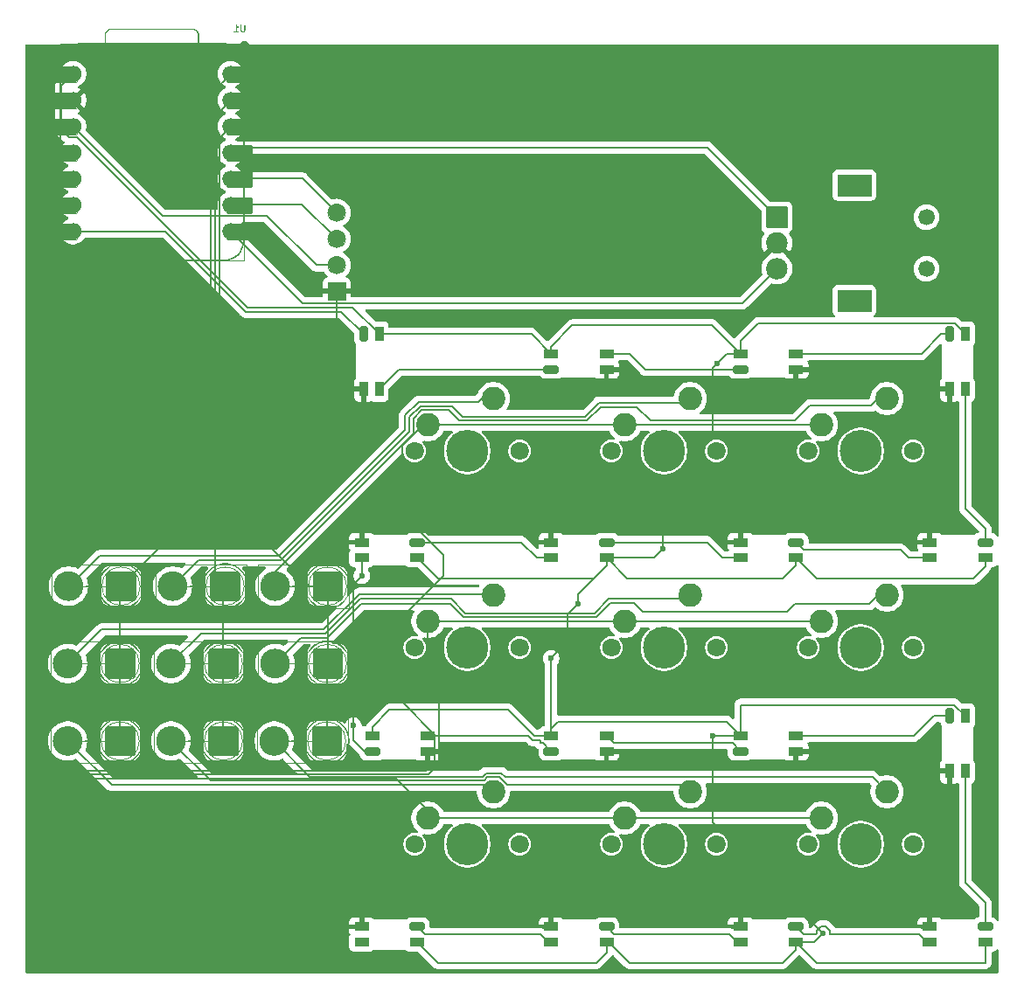
<source format=gbs>
G04 #@! TF.GenerationSoftware,KiCad,Pcbnew,9.0.2*
G04 #@! TF.CreationDate,2025-06-22T22:41:04+03:00*
G04 #@! TF.ProjectId,macropad,6d616372-6f70-4616-942e-6b696361645f,rev?*
G04 #@! TF.SameCoordinates,Original*
G04 #@! TF.FileFunction,Soldermask,Bot*
G04 #@! TF.FilePolarity,Negative*
%FSLAX46Y46*%
G04 Gerber Fmt 4.6, Leading zero omitted, Abs format (unit mm)*
G04 Created by KiCad (PCBNEW 9.0.2) date 2025-06-22 22:41:04*
%MOMM*%
%LPD*%
G01*
G04 APERTURE LIST*
G04 Aperture macros list*
%AMRoundRect*
0 Rectangle with rounded corners*
0 $1 Rounding radius*
0 $2 $3 $4 $5 $6 $7 $8 $9 X,Y pos of 4 corners*
0 Add a 4 corners polygon primitive as box body*
4,1,4,$2,$3,$4,$5,$6,$7,$8,$9,$2,$3,0*
0 Add four circle primitives for the rounded corners*
1,1,$1+$1,$2,$3*
1,1,$1+$1,$4,$5*
1,1,$1+$1,$6,$7*
1,1,$1+$1,$8,$9*
0 Add four rect primitives between the rounded corners*
20,1,$1+$1,$2,$3,$4,$5,0*
20,1,$1+$1,$4,$5,$6,$7,0*
20,1,$1+$1,$6,$7,$8,$9,0*
20,1,$1+$1,$8,$9,$2,$3,0*%
G04 Aperture macros list end*
%ADD10C,1.700000*%
%ADD11C,4.000000*%
%ADD12C,2.200000*%
%ADD13R,1.700000X1.700000*%
%ADD14O,1.700000X1.700000*%
%ADD15C,1.500000*%
%ADD16R,2.000000X2.000000*%
%ADD17C,2.000000*%
%ADD18R,3.200000X2.000000*%
%ADD19RoundRect,0.250001X1.149999X1.149999X-1.149999X1.149999X-1.149999X-1.149999X1.149999X-1.149999X0*%
%ADD20C,2.800000*%
%ADD21RoundRect,0.152400X-1.063600X-0.609600X1.063600X-0.609600X1.063600X0.609600X-1.063600X0.609600X0*%
%ADD22C,1.524000*%
%ADD23RoundRect,0.152400X1.063600X0.609600X-1.063600X0.609600X-1.063600X-0.609600X1.063600X-0.609600X0*%
G04 #@! TA.AperFunction,ComponentPad*
%ADD24C,2.200000*%
G04 #@! TD*
G04 #@! TA.AperFunction,ComponentPad*
%ADD25R,1.700000X1.700000*%
G04 #@! TD*
G04 #@! TA.AperFunction,ComponentPad*
%ADD26O,1.700000X1.700000*%
G04 #@! TD*
G04 #@! TA.AperFunction,ComponentPad*
%ADD27C,1.500000*%
G04 #@! TD*
G04 #@! TA.AperFunction,ComponentPad*
%ADD28R,2.000000X2.000000*%
G04 #@! TD*
G04 #@! TA.AperFunction,ComponentPad*
%ADD29C,2.000000*%
G04 #@! TD*
G04 #@! TA.AperFunction,ComponentPad*
%ADD30R,3.200000X2.000000*%
G04 #@! TD*
G04 #@! TA.AperFunction,ComponentPad*
%ADD31RoundRect,0.250001X1.149999X1.149999X-1.149999X1.149999X-1.149999X-1.149999X1.149999X-1.149999X0*%
G04 #@! TD*
G04 #@! TA.AperFunction,ComponentPad*
%ADD32C,2.800000*%
G04 #@! TD*
G04 #@! TA.AperFunction,SMDPad,CuDef*
%ADD33RoundRect,0.152400X-1.063600X-0.609600X1.063600X-0.609600X1.063600X0.609600X-1.063600X0.609600X0*%
G04 #@! TD*
G04 #@! TA.AperFunction,ComponentPad*
%ADD34C,1.524000*%
G04 #@! TD*
G04 #@! TA.AperFunction,SMDPad,CuDef*
%ADD35RoundRect,0.152400X1.063600X0.609600X-1.063600X0.609600X-1.063600X-0.609600X1.063600X-0.609600X0*%
G04 #@! TD*
G04 #@! TA.AperFunction,ViaPad*
%ADD36C,0.600000*%
G04 #@! TD*
G04 #@! TA.AperFunction,Conductor*
%ADD37C,0.200000*%
G04 #@! TD*
%ADD38C,0.050000*%
%ADD39C,0.101600*%
%ADD40C,0.100000*%
%ADD41C,0.504000*%
%ADD42C,0.061111*%
%ADD43C,0.047222*%
%ADD44C,0.055556*%
%ADD45C,0.088889*%
%ADD46C,0.077778*%
%ADD47C,0.100000*%
G04 #@! TD*
%ADD48C,0.067556*%
%ADD49C,0.042333*%
G04 #@! TA.AperFunction,SMDPad,CuDef*
%ADD50R,1.450000X0.820000*%
G04 #@! TD*
G04 #@! TA.AperFunction,SMDPad,CuDef*
%ADD51RoundRect,0.205000X-0.520000X-0.205000X0.520000X-0.205000X0.520000X0.205000X-0.520000X0.205000X0*%
G04 #@! TD*
G04 #@! TA.AperFunction,SMDPad,CuDef*
%ADD52RoundRect,0.205000X0.520000X0.205000X-0.520000X0.205000X-0.520000X-0.205000X0.520000X-0.205000X0*%
G04 #@! TD*
G04 #@! TA.AperFunction,SMDPad,CuDef*
%ADD53R,0.820000X1.450000*%
G04 #@! TD*
G04 #@! TA.AperFunction,SMDPad,CuDef*
%ADD54RoundRect,0.205000X0.205000X-0.520000X0.205000X0.520000X-0.205000X0.520000X-0.205000X-0.520000X0*%
G04 #@! TD*
G04 APERTURE END LIST*
D10*
G04 #@! TO.C,SW4*
X164500000Y-92400000D03*
D11*
X169580000Y-92400000D03*
D10*
X174660000Y-92400000D03*
D12*
X172120000Y-87320000D03*
X165770000Y-89860000D03*
G04 #@! TD*
D10*
G04 #@! TO.C,SW1*
X145450000Y-92400000D03*
D11*
X150530000Y-92400000D03*
D10*
X155610000Y-92400000D03*
D12*
X153070000Y-87320000D03*
X146720000Y-89860000D03*
G04 #@! TD*
D10*
G04 #@! TO.C,SW6*
X164500000Y-130500000D03*
D11*
X169580000Y-130500000D03*
D10*
X174660000Y-130500000D03*
D12*
X172120000Y-125420000D03*
X165770000Y-127960000D03*
G04 #@! TD*
D10*
G04 #@! TO.C,SW5*
X164500000Y-111450000D03*
D11*
X169580000Y-111450000D03*
D10*
X174660000Y-111450000D03*
D12*
X172120000Y-106370000D03*
X165770000Y-108910000D03*
G04 #@! TD*
D10*
G04 #@! TO.C,SW2*
X145450000Y-111450000D03*
D11*
X150530000Y-111450000D03*
D10*
X155610000Y-111450000D03*
D12*
X153070000Y-106370000D03*
X146720000Y-108910000D03*
G04 #@! TD*
D10*
G04 #@! TO.C,SW3*
X145450000Y-130500000D03*
D11*
X150530000Y-130500000D03*
D10*
X155610000Y-130500000D03*
D12*
X153070000Y-125420000D03*
X146720000Y-127960000D03*
G04 #@! TD*
D10*
G04 #@! TO.C,SW8*
X183550000Y-111450000D03*
D11*
X188630000Y-111450000D03*
D10*
X193710000Y-111450000D03*
D12*
X191170000Y-106370000D03*
X184820000Y-108910000D03*
G04 #@! TD*
D10*
G04 #@! TO.C,SW7*
X183550000Y-92400000D03*
D11*
X188630000Y-92400000D03*
D10*
X193710000Y-92400000D03*
D12*
X191170000Y-87320000D03*
X184820000Y-89860000D03*
G04 #@! TD*
D10*
G04 #@! TO.C,SW9*
X183550000Y-130500000D03*
D11*
X188630000Y-130500000D03*
D10*
X193710000Y-130500000D03*
D12*
X191170000Y-125420000D03*
X184820000Y-127960000D03*
G04 #@! TD*
D13*
G04 #@! TO.C,OLED1*
X137885000Y-76945000D03*
D14*
X137885000Y-74405000D03*
X137885000Y-71865000D03*
X137885000Y-69325000D03*
G04 #@! TD*
D15*
G04 #@! TO.C,SW10*
X195000000Y-69750000D03*
X195000000Y-74750000D03*
D16*
X180500000Y-69750000D03*
D17*
X180500000Y-74750000D03*
X180500000Y-72250000D03*
D18*
X188000000Y-66650000D03*
X188000000Y-77850000D03*
G04 #@! TD*
D19*
G04 #@! TO.C,D1*
X117000000Y-105500000D03*
D20*
X111920000Y-105500000D03*
G04 #@! TD*
D19*
G04 #@! TO.C,D8*
X137000000Y-113000000D03*
D20*
X131920000Y-113000000D03*
G04 #@! TD*
D19*
G04 #@! TO.C,D9*
X136920000Y-120500000D03*
D20*
X131840000Y-120500000D03*
G04 #@! TD*
D19*
G04 #@! TO.C,D7*
X137000000Y-105500000D03*
D20*
X131920000Y-105500000D03*
G04 #@! TD*
D19*
G04 #@! TO.C,D5*
X126920000Y-113000000D03*
D20*
X121840000Y-113000000D03*
G04 #@! TD*
D19*
G04 #@! TO.C,D6*
X126920000Y-120500000D03*
D20*
X121840000Y-120500000D03*
G04 #@! TD*
D21*
G04 #@! TO.C,U1*
X128455000Y-55880000D03*
D22*
X127620000Y-55880000D03*
D21*
X128455000Y-58420000D03*
D22*
X127620000Y-58420000D03*
D21*
X128455000Y-60960000D03*
D22*
X127620000Y-60960000D03*
D21*
X128455000Y-63500000D03*
D22*
X127620000Y-63500000D03*
D21*
X128455000Y-66040000D03*
D22*
X127620000Y-66040000D03*
D21*
X128455000Y-68580000D03*
D22*
X127620000Y-68580000D03*
D21*
X128455000Y-71120000D03*
D22*
X127620000Y-71120000D03*
X112380000Y-71120000D03*
D23*
X111545000Y-71120000D03*
D22*
X112380000Y-68580000D03*
D23*
X111545000Y-68580000D03*
D22*
X112380000Y-66040000D03*
D23*
X111545000Y-66040000D03*
D22*
X112380000Y-63500000D03*
D23*
X111545000Y-63500000D03*
D22*
X112380000Y-60960000D03*
D23*
X111545000Y-60960000D03*
D22*
X112380000Y-58420000D03*
D23*
X111545000Y-58420000D03*
D22*
X112380000Y-55880000D03*
D23*
X111545000Y-55880000D03*
G04 #@! TD*
D19*
G04 #@! TO.C,D3*
X116920000Y-120500000D03*
D20*
X111840000Y-120500000D03*
G04 #@! TD*
D19*
G04 #@! TO.C,D2*
X116920000Y-113000000D03*
D20*
X111840000Y-113000000D03*
G04 #@! TD*
D19*
G04 #@! TO.C,D4*
X127080000Y-105500000D03*
D20*
X122000000Y-105500000D03*
G04 #@! TD*
D24*
G04 #@! TO.P,SW4,1,1*
G04 #@! TO.N,Net-(D4-A)*
X172120000Y-87320000D03*
G04 #@! TO.P,SW4,2,2*
G04 #@! TO.N,COL2*
X165770000Y-89860000D03*
G04 #@! TD*
G04 #@! TO.P,SW1,1,1*
G04 #@! TO.N,Net-(D1-A)*
X153070000Y-87320000D03*
G04 #@! TO.P,SW1,2,2*
G04 #@! TO.N,COL2*
X146720000Y-89860000D03*
G04 #@! TD*
G04 #@! TO.P,SW6,1,1*
G04 #@! TO.N,Net-(D6-A)*
X172120000Y-125420000D03*
G04 #@! TO.P,SW6,2,2*
G04 #@! TO.N,COL0*
X165770000Y-127960000D03*
G04 #@! TD*
G04 #@! TO.P,SW5,1,1*
G04 #@! TO.N,Net-(D5-A)*
X172120000Y-106370000D03*
G04 #@! TO.P,SW5,2,2*
G04 #@! TO.N,COL1*
X165770000Y-108910000D03*
G04 #@! TD*
G04 #@! TO.P,SW2,1,1*
G04 #@! TO.N,Net-(D2-A)*
X153070000Y-106370000D03*
G04 #@! TO.P,SW2,2,2*
G04 #@! TO.N,COL1*
X146720000Y-108910000D03*
G04 #@! TD*
G04 #@! TO.P,SW3,1,1*
G04 #@! TO.N,Net-(D3-A)*
X153070000Y-125420000D03*
G04 #@! TO.P,SW3,2,2*
G04 #@! TO.N,COL0*
X146720000Y-127960000D03*
G04 #@! TD*
G04 #@! TO.P,SW8,1,1*
G04 #@! TO.N,Net-(D8-A)*
X191170000Y-106370000D03*
G04 #@! TO.P,SW8,2,2*
G04 #@! TO.N,COL1*
X184820000Y-108910000D03*
G04 #@! TD*
G04 #@! TO.P,SW7,1,1*
G04 #@! TO.N,Net-(D7-A)*
X191170000Y-87320000D03*
G04 #@! TO.P,SW7,2,2*
G04 #@! TO.N,COL2*
X184820000Y-89860000D03*
G04 #@! TD*
G04 #@! TO.P,SW9,1,1*
G04 #@! TO.N,Net-(D9-A)*
X191170000Y-125420000D03*
G04 #@! TO.P,SW9,2,2*
G04 #@! TO.N,COL0*
X184820000Y-127960000D03*
G04 #@! TD*
D25*
G04 #@! TO.P,OLED1,1,GND*
G04 #@! TO.N,GND*
X137885000Y-76945000D03*
D26*
G04 #@! TO.P,OLED1,2,VCC*
G04 #@! TO.N,VCCQ*
X137885000Y-74405000D03*
G04 #@! TO.P,OLED1,3,SCL*
G04 #@! TO.N,OLED_SCL*
X137885000Y-71865000D03*
G04 #@! TO.P,OLED1,4,SDA*
G04 #@! TO.N,OLED_SDA*
X137885000Y-69325000D03*
G04 #@! TD*
D27*
G04 #@! TO.P,SW10,*
G04 #@! TO.N,*
X195000000Y-69750000D03*
X195000000Y-74750000D03*
D28*
G04 #@! TO.P,SW10,A,A*
G04 #@! TO.N,EC11_A*
X180500000Y-69750000D03*
D29*
G04 #@! TO.P,SW10,B,B*
G04 #@! TO.N,EC11_B*
X180500000Y-74750000D03*
G04 #@! TO.P,SW10,C,C*
G04 #@! TO.N,GND*
X180500000Y-72250000D03*
D30*
G04 #@! TO.P,SW10,MP*
G04 #@! TO.N,N/C*
X188000000Y-66650000D03*
X188000000Y-77850000D03*
G04 #@! TD*
D31*
G04 #@! TO.P,D1,1,K*
G04 #@! TO.N,ROW0*
X117000000Y-105500000D03*
D32*
G04 #@! TO.P,D1,2,A*
G04 #@! TO.N,Net-(D1-A)*
X111920000Y-105500000D03*
G04 #@! TD*
D31*
G04 #@! TO.P,D8,1,K*
G04 #@! TO.N,ROW2*
X137000000Y-113000000D03*
D32*
G04 #@! TO.P,D8,2,A*
G04 #@! TO.N,Net-(D8-A)*
X131920000Y-113000000D03*
G04 #@! TD*
D31*
G04 #@! TO.P,D9,1,K*
G04 #@! TO.N,ROW2*
X136920000Y-120500000D03*
D32*
G04 #@! TO.P,D9,2,A*
G04 #@! TO.N,Net-(D9-A)*
X131840000Y-120500000D03*
G04 #@! TD*
D31*
G04 #@! TO.P,D7,1,K*
G04 #@! TO.N,ROW2*
X137000000Y-105500000D03*
D32*
G04 #@! TO.P,D7,2,A*
G04 #@! TO.N,Net-(D7-A)*
X131920000Y-105500000D03*
G04 #@! TD*
D31*
G04 #@! TO.P,D5,1,K*
G04 #@! TO.N,ROW1*
X126920000Y-113000000D03*
D32*
G04 #@! TO.P,D5,2,A*
G04 #@! TO.N,Net-(D5-A)*
X121840000Y-113000000D03*
G04 #@! TD*
D31*
G04 #@! TO.P,D6,1,K*
G04 #@! TO.N,ROW1*
X126920000Y-120500000D03*
D32*
G04 #@! TO.P,D6,2,A*
G04 #@! TO.N,Net-(D6-A)*
X121840000Y-120500000D03*
G04 #@! TD*
D33*
G04 #@! TO.P,U1,1,GPIO26/ADC0/A0*
G04 #@! TO.N,ROW0*
X128455000Y-55880000D03*
D34*
X127620000Y-55880000D03*
D33*
G04 #@! TO.P,U1,2,GPIO27/ADC1/A1*
G04 #@! TO.N,ROW1*
X128455000Y-58420000D03*
D34*
X127620000Y-58420000D03*
D33*
G04 #@! TO.P,U1,3,GPIO28/ADC2/A2*
G04 #@! TO.N,ROW2*
X128455000Y-60960000D03*
D34*
X127620000Y-60960000D03*
D33*
G04 #@! TO.P,U1,4,GPIO29/ADC3/A3*
G04 #@! TO.N,EC11_A*
X128455000Y-63500000D03*
D34*
X127620000Y-63500000D03*
D33*
G04 #@! TO.P,U1,5,GPIO6/SDA*
G04 #@! TO.N,OLED_SDA*
X128455000Y-66040000D03*
D34*
X127620000Y-66040000D03*
D33*
G04 #@! TO.P,U1,6,GPIO7/SCL*
G04 #@! TO.N,OLED_SCL*
X128455000Y-68580000D03*
D34*
X127620000Y-68580000D03*
D33*
G04 #@! TO.P,U1,7,GPIO0/TX*
G04 #@! TO.N,EC11_B*
X128455000Y-71120000D03*
D34*
X127620000Y-71120000D03*
G04 #@! TO.P,U1,8,GPIO1/RX*
G04 #@! TO.N,LED_CNTRL*
X112380000Y-71120000D03*
D35*
X111545000Y-71120000D03*
D34*
G04 #@! TO.P,U1,9,GPIO2/SCK*
G04 #@! TO.N,COL2*
X112380000Y-68580000D03*
D35*
X111545000Y-68580000D03*
D34*
G04 #@! TO.P,U1,10,GPIO4/MISO*
G04 #@! TO.N,COL1*
X112380000Y-66040000D03*
D35*
X111545000Y-66040000D03*
D34*
G04 #@! TO.P,U1,11,GPIO3/MOSI*
G04 #@! TO.N,COL0*
X112380000Y-63500000D03*
D35*
X111545000Y-63500000D03*
D34*
G04 #@! TO.P,U1,12,3V3*
G04 #@! TO.N,VCCQ*
X112380000Y-60960000D03*
D35*
X111545000Y-60960000D03*
D34*
G04 #@! TO.P,U1,13,GND*
G04 #@! TO.N,GND*
X112380000Y-58420000D03*
D35*
X111545000Y-58420000D03*
D34*
G04 #@! TO.P,U1,14,VBUS*
G04 #@! TO.N,VCC*
X112380000Y-55880000D03*
D35*
X111545000Y-55880000D03*
G04 #@! TD*
D31*
G04 #@! TO.P,D3,1,K*
G04 #@! TO.N,ROW0*
X116920000Y-120500000D03*
D32*
G04 #@! TO.P,D3,2,A*
G04 #@! TO.N,Net-(D3-A)*
X111840000Y-120500000D03*
G04 #@! TD*
D31*
G04 #@! TO.P,D2,1,K*
G04 #@! TO.N,ROW0*
X116920000Y-113000000D03*
D32*
G04 #@! TO.P,D2,2,A*
G04 #@! TO.N,Net-(D2-A)*
X111840000Y-113000000D03*
G04 #@! TD*
D31*
G04 #@! TO.P,D4,1,K*
G04 #@! TO.N,ROW1*
X127080000Y-105500000D03*
D32*
G04 #@! TO.P,D4,2,A*
G04 #@! TO.N,Net-(D4-A)*
X122000000Y-105500000D03*
G04 #@! TD*
D36*
G04 #@! TO.N,GND*
X138000000Y-85250000D03*
G04 #@! TO.N,VCC*
X161250000Y-107250000D03*
X169500000Y-101850000D03*
X174250000Y-120000000D03*
X158658333Y-112500000D03*
X174750000Y-83900000D03*
X185000000Y-139100000D03*
G04 #@! TO.N,Net-(D17-DOUT)*
X140325000Y-104500000D03*
X139500000Y-119000000D03*
G04 #@! TD*
D37*
G04 #@! TO.N,GND*
X138000000Y-85250000D02*
X137885000Y-85135000D01*
X137885000Y-85135000D02*
X137885000Y-76945000D01*
G04 #@! TO.N,VCC*
X158658333Y-112500000D02*
X160250000Y-110908333D01*
X169500000Y-95861530D02*
X174250000Y-91111530D01*
X169500000Y-101850000D02*
X169500000Y-95861530D01*
X174250000Y-84400000D02*
X174750000Y-83900000D01*
X174250000Y-128350000D02*
X174250000Y-120000000D01*
X185000000Y-139100000D02*
X174250000Y-128350000D01*
X174250000Y-91111530D02*
X174250000Y-84400000D01*
X160250000Y-108250000D02*
X161250000Y-107250000D01*
X160250000Y-110908333D02*
X160250000Y-108250000D01*
G04 #@! TO.N,ROW0*
X116920000Y-120500000D02*
X116920000Y-113000000D01*
X117000000Y-105500000D02*
X125698000Y-96802000D01*
X125698000Y-96802000D02*
X125698000Y-57802000D01*
X116920000Y-113000000D02*
X116920000Y-105580000D01*
X125698000Y-57802000D02*
X127620000Y-55880000D01*
G04 #@! TO.N,COL1*
X147809119Y-122690881D02*
X146750000Y-123750000D01*
X146651000Y-111947470D02*
X147809119Y-113105589D01*
X109879169Y-123750000D02*
X109401000Y-123271831D01*
X146651000Y-108979000D02*
X146651000Y-111947470D01*
X109401000Y-123271831D02*
X109401000Y-68405374D01*
X109401000Y-68405374D02*
X111766374Y-66040000D01*
X146750000Y-123750000D02*
X109879169Y-123750000D01*
X147809119Y-113105589D02*
X147809119Y-122690881D01*
G04 #@! TO.N,ROW2*
X126500000Y-62080000D02*
X127620000Y-60960000D01*
X137000000Y-105500000D02*
X135250000Y-105500000D01*
X126500000Y-96750000D02*
X126500000Y-62080000D01*
X135250000Y-105500000D02*
X126500000Y-96750000D01*
X137000000Y-113000000D02*
X137000000Y-105500000D01*
X136920000Y-120500000D02*
X136920000Y-113080000D01*
G04 #@! TO.N,COL2*
X146291530Y-89860000D02*
X144216450Y-91935080D01*
X109802000Y-123105731D02*
X109802000Y-70544374D01*
X148250000Y-102500000D02*
X148250000Y-104500000D01*
X148216450Y-104500000D02*
X144216450Y-108500000D01*
X144216450Y-91935080D02*
X144216450Y-98466450D01*
X110045269Y-123349000D02*
X109802000Y-123105731D01*
X144216450Y-108500000D02*
X144216450Y-116716450D01*
X147408119Y-119908119D02*
X147408119Y-122500000D01*
X144216450Y-116716450D02*
X147408119Y-119908119D01*
X146559119Y-123349000D02*
X110045269Y-123349000D01*
X147408119Y-122500000D02*
X146559119Y-123349000D01*
X144216450Y-98466450D02*
X148250000Y-102500000D01*
X109802000Y-70544374D02*
X111766374Y-68580000D01*
X148250000Y-104500000D02*
X148216450Y-104500000D01*
G04 #@! TO.N,COL0*
X109000000Y-65802370D02*
X111302370Y-63500000D01*
X109713069Y-124151000D02*
X109000000Y-123437931D01*
X146720000Y-127220000D02*
X143651000Y-124151000D01*
X109000000Y-123437931D02*
X109000000Y-65802370D01*
X143651000Y-124151000D02*
X109713069Y-124151000D01*
G04 #@! TO.N,ROW1*
X126099000Y-104519000D02*
X126099000Y-59941000D01*
X126099000Y-59941000D02*
X127620000Y-58420000D01*
X126920000Y-120500000D02*
X126920000Y-113000000D01*
X126920000Y-113000000D02*
X126920000Y-105660000D01*
G04 #@! TO.N,Net-(D17-DOUT)*
X140325000Y-104500000D02*
X139500000Y-105325000D01*
X139500000Y-105325000D02*
X139500000Y-119000000D01*
G04 #@! TD*
G36*
X117356007Y-118308044D02*
G01*
X117638385Y-118383707D01*
X117908471Y-118495580D01*
X118161643Y-118641749D01*
X118393571Y-118819714D01*
X118600286Y-119026429D01*
X118778251Y-119258357D01*
X118924420Y-119511529D01*
X119036293Y-119781615D01*
X119111956Y-120063993D01*
X119150114Y-120353831D01*
X119150114Y-120646169D01*
X119111956Y-120936007D01*
X119036293Y-121218385D01*
X118924420Y-121488471D01*
X118778251Y-121741643D01*
X118600286Y-121973571D01*
X118393571Y-122180286D01*
X118161643Y-122358251D01*
X117908471Y-122504420D01*
X117638385Y-122616293D01*
X117356007Y-122691956D01*
X117066169Y-122730114D01*
X116773831Y-122730114D01*
X116483993Y-122691956D01*
X116201615Y-122616293D01*
X115931529Y-122504420D01*
X115678357Y-122358251D01*
X115446429Y-122180286D01*
X115239714Y-121973571D01*
X115061749Y-121741643D01*
X114915580Y-121488471D01*
X114803707Y-121218385D01*
X114728044Y-120936007D01*
X114689886Y-120646169D01*
X114689886Y-120560000D01*
X113540000Y-120560000D01*
X113517039Y-120555433D01*
X113484567Y-120522961D01*
X113484567Y-120477039D01*
X113517039Y-120444567D01*
X113540000Y-120440000D01*
X114689886Y-120440000D01*
X114689886Y-120361679D01*
X114809629Y-120361679D01*
X114809629Y-120638321D01*
X114845738Y-120912596D01*
X114917338Y-121179812D01*
X115023205Y-121435396D01*
X115161526Y-121674975D01*
X115329935Y-121894450D01*
X115525550Y-122090065D01*
X115745025Y-122258474D01*
X115984604Y-122396795D01*
X116240188Y-122502662D01*
X116507404Y-122574262D01*
X116781679Y-122610371D01*
X117058321Y-122610371D01*
X117332596Y-122574262D01*
X117599812Y-122502662D01*
X117855396Y-122396795D01*
X118094975Y-122258474D01*
X118314450Y-122090065D01*
X118510065Y-121894450D01*
X118678474Y-121674975D01*
X118816795Y-121435396D01*
X118922662Y-121179812D01*
X118994262Y-120912596D01*
X119030371Y-120638321D01*
X119030371Y-120361679D01*
X118994262Y-120087404D01*
X118922662Y-119820188D01*
X118816795Y-119564604D01*
X118678474Y-119325025D01*
X118510065Y-119105550D01*
X118314450Y-118909935D01*
X118094975Y-118741526D01*
X117855396Y-118603205D01*
X117599812Y-118497338D01*
X117332596Y-118425738D01*
X117058321Y-118389629D01*
X116781679Y-118389629D01*
X116507404Y-118425738D01*
X116240188Y-118497338D01*
X115984604Y-118603205D01*
X115745025Y-118741526D01*
X115525550Y-118909935D01*
X115329935Y-119105550D01*
X115161526Y-119325025D01*
X115023205Y-119564604D01*
X114917338Y-119820188D01*
X114845738Y-120087404D01*
X114809629Y-120361679D01*
X114689886Y-120361679D01*
X114689886Y-120353831D01*
X114728044Y-120063993D01*
X114803707Y-119781615D01*
X114915580Y-119511529D01*
X115061749Y-119258357D01*
X115239714Y-119026429D01*
X115446429Y-118819714D01*
X115678357Y-118641749D01*
X115931529Y-118495580D01*
X116201615Y-118383707D01*
X116483993Y-118308044D01*
X116773831Y-118269886D01*
X117066169Y-118269886D01*
X117356007Y-118308044D01*
G37*
G36*
X127356007Y-118308044D02*
G01*
X127638385Y-118383707D01*
X127908471Y-118495580D01*
X128161643Y-118641749D01*
X128393571Y-118819714D01*
X128600286Y-119026429D01*
X128778251Y-119258357D01*
X128924420Y-119511529D01*
X129036293Y-119781615D01*
X129111956Y-120063993D01*
X129150114Y-120353831D01*
X129150114Y-120646169D01*
X129111956Y-120936007D01*
X129036293Y-121218385D01*
X128924420Y-121488471D01*
X128778251Y-121741643D01*
X128600286Y-121973571D01*
X128393571Y-122180286D01*
X128161643Y-122358251D01*
X127908471Y-122504420D01*
X127638385Y-122616293D01*
X127356007Y-122691956D01*
X127066169Y-122730114D01*
X126773831Y-122730114D01*
X126483993Y-122691956D01*
X126201615Y-122616293D01*
X125931529Y-122504420D01*
X125678357Y-122358251D01*
X125446429Y-122180286D01*
X125239714Y-121973571D01*
X125061749Y-121741643D01*
X124915580Y-121488471D01*
X124803707Y-121218385D01*
X124728044Y-120936007D01*
X124689886Y-120646169D01*
X124689886Y-120560000D01*
X123540000Y-120560000D01*
X123517039Y-120555433D01*
X123484567Y-120522961D01*
X123484567Y-120477039D01*
X123517039Y-120444567D01*
X123540000Y-120440000D01*
X124689886Y-120440000D01*
X124689886Y-120361679D01*
X124809629Y-120361679D01*
X124809629Y-120638321D01*
X124845738Y-120912596D01*
X124917338Y-121179812D01*
X125023205Y-121435396D01*
X125161526Y-121674975D01*
X125329935Y-121894450D01*
X125525550Y-122090065D01*
X125745025Y-122258474D01*
X125984604Y-122396795D01*
X126240188Y-122502662D01*
X126507404Y-122574262D01*
X126781679Y-122610371D01*
X127058321Y-122610371D01*
X127332596Y-122574262D01*
X127599812Y-122502662D01*
X127855396Y-122396795D01*
X128094975Y-122258474D01*
X128314450Y-122090065D01*
X128510065Y-121894450D01*
X128678474Y-121674975D01*
X128816795Y-121435396D01*
X128922662Y-121179812D01*
X128994262Y-120912596D01*
X129030371Y-120638321D01*
X129030371Y-120361679D01*
X128994262Y-120087404D01*
X128922662Y-119820188D01*
X128816795Y-119564604D01*
X128678474Y-119325025D01*
X128510065Y-119105550D01*
X128314450Y-118909935D01*
X128094975Y-118741526D01*
X127855396Y-118603205D01*
X127599812Y-118497338D01*
X127332596Y-118425738D01*
X127058321Y-118389629D01*
X126781679Y-118389629D01*
X126507404Y-118425738D01*
X126240188Y-118497338D01*
X125984604Y-118603205D01*
X125745025Y-118741526D01*
X125525550Y-118909935D01*
X125329935Y-119105550D01*
X125161526Y-119325025D01*
X125023205Y-119564604D01*
X124917338Y-119820188D01*
X124845738Y-120087404D01*
X124809629Y-120361679D01*
X124689886Y-120361679D01*
X124689886Y-120353831D01*
X124728044Y-120063993D01*
X124803707Y-119781615D01*
X124915580Y-119511529D01*
X125061749Y-119258357D01*
X125239714Y-119026429D01*
X125446429Y-118819714D01*
X125678357Y-118641749D01*
X125931529Y-118495580D01*
X126201615Y-118383707D01*
X126483993Y-118308044D01*
X126773831Y-118269886D01*
X127066169Y-118269886D01*
X127356007Y-118308044D01*
G37*
G36*
X137356007Y-118308044D02*
G01*
X137638385Y-118383707D01*
X137908471Y-118495580D01*
X138161643Y-118641749D01*
X138393571Y-118819714D01*
X138600286Y-119026429D01*
X138778251Y-119258357D01*
X138924420Y-119511529D01*
X139036293Y-119781615D01*
X139111956Y-120063993D01*
X139150114Y-120353831D01*
X139150114Y-120646169D01*
X139111956Y-120936007D01*
X139036293Y-121218385D01*
X138924420Y-121488471D01*
X138778251Y-121741643D01*
X138600286Y-121973571D01*
X138393571Y-122180286D01*
X138161643Y-122358251D01*
X137908471Y-122504420D01*
X137638385Y-122616293D01*
X137356007Y-122691956D01*
X137066169Y-122730114D01*
X136773831Y-122730114D01*
X136483993Y-122691956D01*
X136201615Y-122616293D01*
X135931529Y-122504420D01*
X135678357Y-122358251D01*
X135446429Y-122180286D01*
X135239714Y-121973571D01*
X135061749Y-121741643D01*
X134915580Y-121488471D01*
X134803707Y-121218385D01*
X134728044Y-120936007D01*
X134689886Y-120646169D01*
X134689886Y-120560000D01*
X133540000Y-120560000D01*
X133517039Y-120555433D01*
X133484567Y-120522961D01*
X133484567Y-120477039D01*
X133517039Y-120444567D01*
X133540000Y-120440000D01*
X134689886Y-120440000D01*
X134689886Y-120361679D01*
X134809629Y-120361679D01*
X134809629Y-120638321D01*
X134845738Y-120912596D01*
X134917338Y-121179812D01*
X135023205Y-121435396D01*
X135161526Y-121674975D01*
X135329935Y-121894450D01*
X135525550Y-122090065D01*
X135745025Y-122258474D01*
X135984604Y-122396795D01*
X136240188Y-122502662D01*
X136507404Y-122574262D01*
X136781679Y-122610371D01*
X137058321Y-122610371D01*
X137332596Y-122574262D01*
X137599812Y-122502662D01*
X137855396Y-122396795D01*
X138094975Y-122258474D01*
X138314450Y-122090065D01*
X138510065Y-121894450D01*
X138678474Y-121674975D01*
X138816795Y-121435396D01*
X138922662Y-121179812D01*
X138994262Y-120912596D01*
X139030371Y-120638321D01*
X139030371Y-120361679D01*
X138994262Y-120087404D01*
X138922662Y-119820188D01*
X138816795Y-119564604D01*
X138678474Y-119325025D01*
X138510065Y-119105550D01*
X138314450Y-118909935D01*
X138094975Y-118741526D01*
X137855396Y-118603205D01*
X137599812Y-118497338D01*
X137332596Y-118425738D01*
X137058321Y-118389629D01*
X136781679Y-118389629D01*
X136507404Y-118425738D01*
X136240188Y-118497338D01*
X135984604Y-118603205D01*
X135745025Y-118741526D01*
X135525550Y-118909935D01*
X135329935Y-119105550D01*
X135161526Y-119325025D01*
X135023205Y-119564604D01*
X134917338Y-119820188D01*
X134845738Y-120087404D01*
X134809629Y-120361679D01*
X134689886Y-120361679D01*
X134689886Y-120353831D01*
X134728044Y-120063993D01*
X134803707Y-119781615D01*
X134915580Y-119511529D01*
X135061749Y-119258357D01*
X135239714Y-119026429D01*
X135446429Y-118819714D01*
X135678357Y-118641749D01*
X135931529Y-118495580D01*
X136201615Y-118383707D01*
X136483993Y-118308044D01*
X136773831Y-118269886D01*
X137066169Y-118269886D01*
X137356007Y-118308044D01*
G37*
G36*
X117356007Y-110808044D02*
G01*
X117638385Y-110883707D01*
X117908471Y-110995580D01*
X118161643Y-111141749D01*
X118393571Y-111319714D01*
X118600286Y-111526429D01*
X118778251Y-111758357D01*
X118924420Y-112011529D01*
X119036293Y-112281615D01*
X119111956Y-112563993D01*
X119150114Y-112853831D01*
X119150114Y-113146169D01*
X119111956Y-113436007D01*
X119036293Y-113718385D01*
X118924420Y-113988471D01*
X118778251Y-114241643D01*
X118600286Y-114473571D01*
X118393571Y-114680286D01*
X118161643Y-114858251D01*
X117908471Y-115004420D01*
X117638385Y-115116293D01*
X117356007Y-115191956D01*
X117066169Y-115230114D01*
X116773831Y-115230114D01*
X116483993Y-115191956D01*
X116201615Y-115116293D01*
X115931529Y-115004420D01*
X115678357Y-114858251D01*
X115446429Y-114680286D01*
X115239714Y-114473571D01*
X115061749Y-114241643D01*
X114915580Y-113988471D01*
X114803707Y-113718385D01*
X114728044Y-113436007D01*
X114689886Y-113146169D01*
X114689886Y-113060000D01*
X113540000Y-113060000D01*
X113517039Y-113055433D01*
X113484567Y-113022961D01*
X113484567Y-112977039D01*
X113517039Y-112944567D01*
X113540000Y-112940000D01*
X114689886Y-112940000D01*
X114689886Y-112861679D01*
X114809629Y-112861679D01*
X114809629Y-113138321D01*
X114845738Y-113412596D01*
X114917338Y-113679812D01*
X115023205Y-113935396D01*
X115161526Y-114174975D01*
X115329935Y-114394450D01*
X115525550Y-114590065D01*
X115745025Y-114758474D01*
X115984604Y-114896795D01*
X116240188Y-115002662D01*
X116507404Y-115074262D01*
X116781679Y-115110371D01*
X117058321Y-115110371D01*
X117332596Y-115074262D01*
X117599812Y-115002662D01*
X117855396Y-114896795D01*
X118094975Y-114758474D01*
X118314450Y-114590065D01*
X118510065Y-114394450D01*
X118678474Y-114174975D01*
X118816795Y-113935396D01*
X118922662Y-113679812D01*
X118994262Y-113412596D01*
X119030371Y-113138321D01*
X119030371Y-112861679D01*
X118994262Y-112587404D01*
X118922662Y-112320188D01*
X118816795Y-112064604D01*
X118678474Y-111825025D01*
X118510065Y-111605550D01*
X118314450Y-111409935D01*
X118094975Y-111241526D01*
X117855396Y-111103205D01*
X117599812Y-110997338D01*
X117332596Y-110925738D01*
X117058321Y-110889629D01*
X116781679Y-110889629D01*
X116507404Y-110925738D01*
X116240188Y-110997338D01*
X115984604Y-111103205D01*
X115745025Y-111241526D01*
X115525550Y-111409935D01*
X115329935Y-111605550D01*
X115161526Y-111825025D01*
X115023205Y-112064604D01*
X114917338Y-112320188D01*
X114845738Y-112587404D01*
X114809629Y-112861679D01*
X114689886Y-112861679D01*
X114689886Y-112853831D01*
X114728044Y-112563993D01*
X114803707Y-112281615D01*
X114915580Y-112011529D01*
X115061749Y-111758357D01*
X115239714Y-111526429D01*
X115446429Y-111319714D01*
X115678357Y-111141749D01*
X115931529Y-110995580D01*
X116201615Y-110883707D01*
X116483993Y-110808044D01*
X116773831Y-110769886D01*
X117066169Y-110769886D01*
X117356007Y-110808044D01*
G37*
G36*
X127356007Y-110808044D02*
G01*
X127638385Y-110883707D01*
X127908471Y-110995580D01*
X128161643Y-111141749D01*
X128393571Y-111319714D01*
X128600286Y-111526429D01*
X128778251Y-111758357D01*
X128924420Y-112011529D01*
X129036293Y-112281615D01*
X129111956Y-112563993D01*
X129150114Y-112853831D01*
X129150114Y-113146169D01*
X129111956Y-113436007D01*
X129036293Y-113718385D01*
X128924420Y-113988471D01*
X128778251Y-114241643D01*
X128600286Y-114473571D01*
X128393571Y-114680286D01*
X128161643Y-114858251D01*
X127908471Y-115004420D01*
X127638385Y-115116293D01*
X127356007Y-115191956D01*
X127066169Y-115230114D01*
X126773831Y-115230114D01*
X126483993Y-115191956D01*
X126201615Y-115116293D01*
X125931529Y-115004420D01*
X125678357Y-114858251D01*
X125446429Y-114680286D01*
X125239714Y-114473571D01*
X125061749Y-114241643D01*
X124915580Y-113988471D01*
X124803707Y-113718385D01*
X124728044Y-113436007D01*
X124689886Y-113146169D01*
X124689886Y-113060000D01*
X123540000Y-113060000D01*
X123517039Y-113055433D01*
X123484567Y-113022961D01*
X123484567Y-112977039D01*
X123517039Y-112944567D01*
X123540000Y-112940000D01*
X124689886Y-112940000D01*
X124689886Y-112861679D01*
X124809629Y-112861679D01*
X124809629Y-113138321D01*
X124845738Y-113412596D01*
X124917338Y-113679812D01*
X125023205Y-113935396D01*
X125161526Y-114174975D01*
X125329935Y-114394450D01*
X125525550Y-114590065D01*
X125745025Y-114758474D01*
X125984604Y-114896795D01*
X126240188Y-115002662D01*
X126507404Y-115074262D01*
X126781679Y-115110371D01*
X127058321Y-115110371D01*
X127332596Y-115074262D01*
X127599812Y-115002662D01*
X127855396Y-114896795D01*
X128094975Y-114758474D01*
X128314450Y-114590065D01*
X128510065Y-114394450D01*
X128678474Y-114174975D01*
X128816795Y-113935396D01*
X128922662Y-113679812D01*
X128994262Y-113412596D01*
X129030371Y-113138321D01*
X129030371Y-112861679D01*
X128994262Y-112587404D01*
X128922662Y-112320188D01*
X128816795Y-112064604D01*
X128678474Y-111825025D01*
X128510065Y-111605550D01*
X128314450Y-111409935D01*
X128094975Y-111241526D01*
X127855396Y-111103205D01*
X127599812Y-110997338D01*
X127332596Y-110925738D01*
X127058321Y-110889629D01*
X126781679Y-110889629D01*
X126507404Y-110925738D01*
X126240188Y-110997338D01*
X125984604Y-111103205D01*
X125745025Y-111241526D01*
X125525550Y-111409935D01*
X125329935Y-111605550D01*
X125161526Y-111825025D01*
X125023205Y-112064604D01*
X124917338Y-112320188D01*
X124845738Y-112587404D01*
X124809629Y-112861679D01*
X124689886Y-112861679D01*
X124689886Y-112853831D01*
X124728044Y-112563993D01*
X124803707Y-112281615D01*
X124915580Y-112011529D01*
X125061749Y-111758357D01*
X125239714Y-111526429D01*
X125446429Y-111319714D01*
X125678357Y-111141749D01*
X125931529Y-110995580D01*
X126201615Y-110883707D01*
X126483993Y-110808044D01*
X126773831Y-110769886D01*
X127066169Y-110769886D01*
X127356007Y-110808044D01*
G37*
G36*
X137436007Y-110808044D02*
G01*
X137718385Y-110883707D01*
X137988471Y-110995580D01*
X138241643Y-111141749D01*
X138473571Y-111319714D01*
X138680286Y-111526429D01*
X138858251Y-111758357D01*
X139004420Y-112011529D01*
X139116293Y-112281615D01*
X139191956Y-112563993D01*
X139230114Y-112853831D01*
X139230114Y-113146169D01*
X139191956Y-113436007D01*
X139116293Y-113718385D01*
X139004420Y-113988471D01*
X138858251Y-114241643D01*
X138680286Y-114473571D01*
X138473571Y-114680286D01*
X138241643Y-114858251D01*
X137988471Y-115004420D01*
X137718385Y-115116293D01*
X137436007Y-115191956D01*
X137146169Y-115230114D01*
X136853831Y-115230114D01*
X136563993Y-115191956D01*
X136281615Y-115116293D01*
X136011529Y-115004420D01*
X135758357Y-114858251D01*
X135526429Y-114680286D01*
X135319714Y-114473571D01*
X135141749Y-114241643D01*
X134995580Y-113988471D01*
X134883707Y-113718385D01*
X134808044Y-113436007D01*
X134769886Y-113146169D01*
X134769886Y-113060000D01*
X133620000Y-113060000D01*
X133597039Y-113055433D01*
X133564567Y-113022961D01*
X133564567Y-112977039D01*
X133597039Y-112944567D01*
X133620000Y-112940000D01*
X134769886Y-112940000D01*
X134769886Y-112861679D01*
X134889629Y-112861679D01*
X134889629Y-113138321D01*
X134925738Y-113412596D01*
X134997338Y-113679812D01*
X135103205Y-113935396D01*
X135241526Y-114174975D01*
X135409935Y-114394450D01*
X135605550Y-114590065D01*
X135825025Y-114758474D01*
X136064604Y-114896795D01*
X136320188Y-115002662D01*
X136587404Y-115074262D01*
X136861679Y-115110371D01*
X137138321Y-115110371D01*
X137412596Y-115074262D01*
X137679812Y-115002662D01*
X137935396Y-114896795D01*
X138174975Y-114758474D01*
X138394450Y-114590065D01*
X138590065Y-114394450D01*
X138758474Y-114174975D01*
X138896795Y-113935396D01*
X139002662Y-113679812D01*
X139074262Y-113412596D01*
X139110371Y-113138321D01*
X139110371Y-112861679D01*
X139074262Y-112587404D01*
X139002662Y-112320188D01*
X138896795Y-112064604D01*
X138758474Y-111825025D01*
X138590065Y-111605550D01*
X138394450Y-111409935D01*
X138174975Y-111241526D01*
X137935396Y-111103205D01*
X137679812Y-110997338D01*
X137412596Y-110925738D01*
X137138321Y-110889629D01*
X136861679Y-110889629D01*
X136587404Y-110925738D01*
X136320188Y-110997338D01*
X136064604Y-111103205D01*
X135825025Y-111241526D01*
X135605550Y-111409935D01*
X135409935Y-111605550D01*
X135241526Y-111825025D01*
X135103205Y-112064604D01*
X134997338Y-112320188D01*
X134925738Y-112587404D01*
X134889629Y-112861679D01*
X134769886Y-112861679D01*
X134769886Y-112853831D01*
X134808044Y-112563993D01*
X134883707Y-112281615D01*
X134995580Y-112011529D01*
X135141749Y-111758357D01*
X135319714Y-111526429D01*
X135526429Y-111319714D01*
X135758357Y-111141749D01*
X136011529Y-110995580D01*
X136281615Y-110883707D01*
X136563993Y-110808044D01*
X136853831Y-110769886D01*
X137146169Y-110769886D01*
X137436007Y-110808044D01*
G37*
G36*
X117436007Y-103308044D02*
G01*
X117718385Y-103383707D01*
X117988471Y-103495580D01*
X118241643Y-103641749D01*
X118473571Y-103819714D01*
X118680286Y-104026429D01*
X118858251Y-104258357D01*
X119004420Y-104511529D01*
X119116293Y-104781615D01*
X119191956Y-105063993D01*
X119230114Y-105353831D01*
X119230114Y-105646169D01*
X119191956Y-105936007D01*
X119116293Y-106218385D01*
X119004420Y-106488471D01*
X118858251Y-106741643D01*
X118680286Y-106973571D01*
X118473571Y-107180286D01*
X118241643Y-107358251D01*
X117988471Y-107504420D01*
X117718385Y-107616293D01*
X117436007Y-107691956D01*
X117146169Y-107730114D01*
X116853831Y-107730114D01*
X116563993Y-107691956D01*
X116281615Y-107616293D01*
X116011529Y-107504420D01*
X115758357Y-107358251D01*
X115526429Y-107180286D01*
X115319714Y-106973571D01*
X115141749Y-106741643D01*
X114995580Y-106488471D01*
X114883707Y-106218385D01*
X114808044Y-105936007D01*
X114769886Y-105646169D01*
X114769886Y-105560000D01*
X113620000Y-105560000D01*
X113597039Y-105555433D01*
X113564567Y-105522961D01*
X113564567Y-105477039D01*
X113597039Y-105444567D01*
X113620000Y-105440000D01*
X114769886Y-105440000D01*
X114769886Y-105361679D01*
X114889629Y-105361679D01*
X114889629Y-105638321D01*
X114925738Y-105912596D01*
X114997338Y-106179812D01*
X115103205Y-106435396D01*
X115241526Y-106674975D01*
X115409935Y-106894450D01*
X115605550Y-107090065D01*
X115825025Y-107258474D01*
X116064604Y-107396795D01*
X116320188Y-107502662D01*
X116587404Y-107574262D01*
X116861679Y-107610371D01*
X117138321Y-107610371D01*
X117412596Y-107574262D01*
X117679812Y-107502662D01*
X117935396Y-107396795D01*
X118174975Y-107258474D01*
X118394450Y-107090065D01*
X118590065Y-106894450D01*
X118758474Y-106674975D01*
X118896795Y-106435396D01*
X119002662Y-106179812D01*
X119074262Y-105912596D01*
X119110371Y-105638321D01*
X119110371Y-105361679D01*
X119074262Y-105087404D01*
X119002662Y-104820188D01*
X118896795Y-104564604D01*
X118758474Y-104325025D01*
X118590065Y-104105550D01*
X118394450Y-103909935D01*
X118174975Y-103741526D01*
X117935396Y-103603205D01*
X117679812Y-103497338D01*
X117412596Y-103425738D01*
X117138321Y-103389629D01*
X116861679Y-103389629D01*
X116587404Y-103425738D01*
X116320188Y-103497338D01*
X116064604Y-103603205D01*
X115825025Y-103741526D01*
X115605550Y-103909935D01*
X115409935Y-104105550D01*
X115241526Y-104325025D01*
X115103205Y-104564604D01*
X114997338Y-104820188D01*
X114925738Y-105087404D01*
X114889629Y-105361679D01*
X114769886Y-105361679D01*
X114769886Y-105353831D01*
X114808044Y-105063993D01*
X114883707Y-104781615D01*
X114995580Y-104511529D01*
X115141749Y-104258357D01*
X115319714Y-104026429D01*
X115526429Y-103819714D01*
X115758357Y-103641749D01*
X116011529Y-103495580D01*
X116281615Y-103383707D01*
X116563993Y-103308044D01*
X116853831Y-103269886D01*
X117146169Y-103269886D01*
X117436007Y-103308044D01*
G37*
G36*
X127516007Y-103308044D02*
G01*
X127798385Y-103383707D01*
X128068471Y-103495580D01*
X128321643Y-103641749D01*
X128553571Y-103819714D01*
X128760286Y-104026429D01*
X128938251Y-104258357D01*
X129084420Y-104511529D01*
X129196293Y-104781615D01*
X129271956Y-105063993D01*
X129310114Y-105353831D01*
X129310114Y-105646169D01*
X129271956Y-105936007D01*
X129196293Y-106218385D01*
X129084420Y-106488471D01*
X128938251Y-106741643D01*
X128760286Y-106973571D01*
X128553571Y-107180286D01*
X128321643Y-107358251D01*
X128068471Y-107504420D01*
X127798385Y-107616293D01*
X127516007Y-107691956D01*
X127226169Y-107730114D01*
X126933831Y-107730114D01*
X126643993Y-107691956D01*
X126361615Y-107616293D01*
X126091529Y-107504420D01*
X125838357Y-107358251D01*
X125606429Y-107180286D01*
X125399714Y-106973571D01*
X125221749Y-106741643D01*
X125075580Y-106488471D01*
X124963707Y-106218385D01*
X124888044Y-105936007D01*
X124849886Y-105646169D01*
X124849886Y-105560000D01*
X123700000Y-105560000D01*
X123677039Y-105555433D01*
X123644567Y-105522961D01*
X123644567Y-105477039D01*
X123677039Y-105444567D01*
X123700000Y-105440000D01*
X124849886Y-105440000D01*
X124849886Y-105361679D01*
X124969629Y-105361679D01*
X124969629Y-105638321D01*
X125005738Y-105912596D01*
X125077338Y-106179812D01*
X125183205Y-106435396D01*
X125321526Y-106674975D01*
X125489935Y-106894450D01*
X125685550Y-107090065D01*
X125905025Y-107258474D01*
X126144604Y-107396795D01*
X126400188Y-107502662D01*
X126667404Y-107574262D01*
X126941679Y-107610371D01*
X127218321Y-107610371D01*
X127492596Y-107574262D01*
X127759812Y-107502662D01*
X128015396Y-107396795D01*
X128254975Y-107258474D01*
X128474450Y-107090065D01*
X128670065Y-106894450D01*
X128838474Y-106674975D01*
X128976795Y-106435396D01*
X129082662Y-106179812D01*
X129154262Y-105912596D01*
X129190371Y-105638321D01*
X129190371Y-105361679D01*
X129154262Y-105087404D01*
X129082662Y-104820188D01*
X128976795Y-104564604D01*
X128838474Y-104325025D01*
X128670065Y-104105550D01*
X128474450Y-103909935D01*
X128254975Y-103741526D01*
X128015396Y-103603205D01*
X127759812Y-103497338D01*
X127492596Y-103425738D01*
X127218321Y-103389629D01*
X126941679Y-103389629D01*
X126667404Y-103425738D01*
X126400188Y-103497338D01*
X126144604Y-103603205D01*
X125905025Y-103741526D01*
X125685550Y-103909935D01*
X125489935Y-104105550D01*
X125321526Y-104325025D01*
X125183205Y-104564604D01*
X125077338Y-104820188D01*
X125005738Y-105087404D01*
X124969629Y-105361679D01*
X124849886Y-105361679D01*
X124849886Y-105353831D01*
X124888044Y-105063993D01*
X124963707Y-104781615D01*
X125075580Y-104511529D01*
X125221749Y-104258357D01*
X125399714Y-104026429D01*
X125606429Y-103819714D01*
X125838357Y-103641749D01*
X126091529Y-103495580D01*
X126361615Y-103383707D01*
X126643993Y-103308044D01*
X126933831Y-103269886D01*
X127226169Y-103269886D01*
X127516007Y-103308044D01*
G37*
G36*
X137436007Y-103308044D02*
G01*
X137718385Y-103383707D01*
X137988471Y-103495580D01*
X138241643Y-103641749D01*
X138473571Y-103819714D01*
X138680286Y-104026429D01*
X138858251Y-104258357D01*
X139004420Y-104511529D01*
X139116293Y-104781615D01*
X139191956Y-105063993D01*
X139230114Y-105353831D01*
X139230114Y-105646169D01*
X139191956Y-105936007D01*
X139116293Y-106218385D01*
X139004420Y-106488471D01*
X138858251Y-106741643D01*
X138680286Y-106973571D01*
X138473571Y-107180286D01*
X138241643Y-107358251D01*
X137988471Y-107504420D01*
X137718385Y-107616293D01*
X137436007Y-107691956D01*
X137146169Y-107730114D01*
X136853831Y-107730114D01*
X136563993Y-107691956D01*
X136281615Y-107616293D01*
X136011529Y-107504420D01*
X135758357Y-107358251D01*
X135526429Y-107180286D01*
X135319714Y-106973571D01*
X135141749Y-106741643D01*
X134995580Y-106488471D01*
X134883707Y-106218385D01*
X134808044Y-105936007D01*
X134769886Y-105646169D01*
X134769886Y-105560000D01*
X133620000Y-105560000D01*
X133597039Y-105555433D01*
X133564567Y-105522961D01*
X133564567Y-105477039D01*
X133597039Y-105444567D01*
X133620000Y-105440000D01*
X134769886Y-105440000D01*
X134769886Y-105361679D01*
X134889629Y-105361679D01*
X134889629Y-105638321D01*
X134925738Y-105912596D01*
X134997338Y-106179812D01*
X135103205Y-106435396D01*
X135241526Y-106674975D01*
X135409935Y-106894450D01*
X135605550Y-107090065D01*
X135825025Y-107258474D01*
X136064604Y-107396795D01*
X136320188Y-107502662D01*
X136587404Y-107574262D01*
X136861679Y-107610371D01*
X137138321Y-107610371D01*
X137412596Y-107574262D01*
X137679812Y-107502662D01*
X137935396Y-107396795D01*
X138174975Y-107258474D01*
X138394450Y-107090065D01*
X138590065Y-106894450D01*
X138758474Y-106674975D01*
X138896795Y-106435396D01*
X139002662Y-106179812D01*
X139074262Y-105912596D01*
X139110371Y-105638321D01*
X139110371Y-105361679D01*
X139074262Y-105087404D01*
X139002662Y-104820188D01*
X138896795Y-104564604D01*
X138758474Y-104325025D01*
X138590065Y-104105550D01*
X138394450Y-103909935D01*
X138174975Y-103741526D01*
X137935396Y-103603205D01*
X137679812Y-103497338D01*
X137412596Y-103425738D01*
X137138321Y-103389629D01*
X136861679Y-103389629D01*
X136587404Y-103425738D01*
X136320188Y-103497338D01*
X136064604Y-103603205D01*
X135825025Y-103741526D01*
X135605550Y-103909935D01*
X135409935Y-104105550D01*
X135241526Y-104325025D01*
X135103205Y-104564604D01*
X134997338Y-104820188D01*
X134925738Y-105087404D01*
X134889629Y-105361679D01*
X134769886Y-105361679D01*
X134769886Y-105353831D01*
X134808044Y-105063993D01*
X134883707Y-104781615D01*
X134995580Y-104511529D01*
X135141749Y-104258357D01*
X135319714Y-104026429D01*
X135526429Y-103819714D01*
X135758357Y-103641749D01*
X136011529Y-103495580D01*
X136281615Y-103383707D01*
X136563993Y-103308044D01*
X136853831Y-103269886D01*
X137146169Y-103269886D01*
X137436007Y-103308044D01*
G37*
G36*
X111173500Y-71988368D02*
G01*
X111173500Y-72009000D01*
X111189254Y-72249364D01*
X111236248Y-72485615D01*
X111313676Y-72713712D01*
X111420214Y-72929750D01*
X111554040Y-73130034D01*
X111712863Y-73311137D01*
X111893966Y-73469960D01*
X112094250Y-73603786D01*
X112310288Y-73710324D01*
X112538385Y-73787752D01*
X112774636Y-73834746D01*
X113015000Y-73850500D01*
X126985000Y-73850500D01*
X127225364Y-73834746D01*
X127461615Y-73787752D01*
X127689712Y-73710324D01*
X127905750Y-73603786D01*
X128106034Y-73469960D01*
X128287137Y-73311137D01*
X128445960Y-73130034D01*
X128579786Y-72929750D01*
X128686324Y-72713712D01*
X128763752Y-72485615D01*
X128810746Y-72249364D01*
X128826500Y-72009000D01*
X128826500Y-71988368D01*
X128826500Y-71882000D01*
X128953500Y-71882000D01*
X128953500Y-71988368D01*
X128953500Y-72009000D01*
X128953500Y-72138022D01*
X128919819Y-72393859D01*
X128853032Y-72643111D01*
X128754282Y-72881514D01*
X128625260Y-73104987D01*
X128468172Y-73309707D01*
X128285707Y-73492172D01*
X128080987Y-73649260D01*
X127857514Y-73778282D01*
X127619111Y-73877032D01*
X127369859Y-73943819D01*
X127114022Y-73977500D01*
X126985000Y-73977500D01*
X126964368Y-73977500D01*
X113015000Y-73977500D01*
X112885978Y-73977500D01*
X112630141Y-73943819D01*
X112380889Y-73877032D01*
X112142486Y-73778282D01*
X111919013Y-73649260D01*
X111714293Y-73492172D01*
X111531828Y-73309707D01*
X111374740Y-73104987D01*
X111245718Y-72881514D01*
X111146968Y-72643111D01*
X111080181Y-72393859D01*
X111046500Y-72138022D01*
X111046500Y-72009000D01*
X111046500Y-71988368D01*
X111046500Y-71882000D01*
X111173500Y-71882000D01*
X111173500Y-71988368D01*
G37*
G36*
X111173500Y-70358000D02*
G01*
X111046500Y-70358000D01*
X111046500Y-69342000D01*
X111173500Y-69342000D01*
X111173500Y-70358000D01*
G37*
G36*
X128953500Y-70358000D02*
G01*
X128826500Y-70358000D01*
X128826500Y-69342000D01*
X128953500Y-69342000D01*
X128953500Y-70358000D01*
G37*
G36*
X111173500Y-67818000D02*
G01*
X111046500Y-67818000D01*
X111046500Y-66802000D01*
X111173500Y-66802000D01*
X111173500Y-67818000D01*
G37*
G36*
X128953500Y-67818000D02*
G01*
X128826500Y-67818000D01*
X128826500Y-66802000D01*
X128953500Y-66802000D01*
X128953500Y-67818000D01*
G37*
G36*
X111173500Y-65278000D02*
G01*
X111046500Y-65278000D01*
X111046500Y-64262000D01*
X111173500Y-64262000D01*
X111173500Y-65278000D01*
G37*
G36*
X128953500Y-65278000D02*
G01*
X128826500Y-65278000D01*
X128826500Y-64262000D01*
X128953500Y-64262000D01*
X128953500Y-65278000D01*
G37*
G36*
X111173500Y-62738000D02*
G01*
X111046500Y-62738000D01*
X111046500Y-61722000D01*
X111173500Y-61722000D01*
X111173500Y-62738000D01*
G37*
G36*
X128953500Y-62738000D02*
G01*
X128826500Y-62738000D01*
X128826500Y-61722000D01*
X128953500Y-61722000D01*
X128953500Y-62738000D01*
G37*
G36*
X111173500Y-60198000D02*
G01*
X111046500Y-60198000D01*
X111046500Y-59182000D01*
X111173500Y-59182000D01*
X111173500Y-60198000D01*
G37*
G36*
X128953500Y-60198000D02*
G01*
X128826500Y-60198000D01*
X128826500Y-59182000D01*
X128953500Y-59182000D01*
X128953500Y-60198000D01*
G37*
G36*
X111173500Y-57658000D02*
G01*
X111046500Y-57658000D01*
X111046500Y-56642000D01*
X111173500Y-56642000D01*
X111173500Y-57658000D01*
G37*
G36*
X128953500Y-57658000D02*
G01*
X128826500Y-57658000D01*
X128826500Y-56642000D01*
X128953500Y-56642000D01*
X128953500Y-57658000D01*
G37*
G36*
X124178504Y-51513726D02*
G01*
X124292887Y-51568782D01*
X124392156Y-51647904D01*
X124471337Y-51747125D01*
X124526462Y-51861475D01*
X124554768Y-51985222D01*
X124554800Y-52048693D01*
X124554772Y-52048693D01*
X124558240Y-52895500D01*
X126985000Y-52895500D01*
X127114022Y-52895500D01*
X127369859Y-52929181D01*
X127619111Y-52995968D01*
X127857514Y-53094718D01*
X128080987Y-53223740D01*
X128285707Y-53380828D01*
X128468172Y-53563293D01*
X128625260Y-53768013D01*
X128754282Y-53991486D01*
X128853032Y-54229889D01*
X128919819Y-54479141D01*
X128953500Y-54734978D01*
X128953500Y-54864000D01*
X128953500Y-55118000D01*
X128826500Y-55118000D01*
X128826500Y-54864000D01*
X128810746Y-54623636D01*
X128763752Y-54387385D01*
X128686324Y-54159288D01*
X128579786Y-53943250D01*
X128445960Y-53742966D01*
X128287137Y-53561863D01*
X128106034Y-53403040D01*
X127905750Y-53269214D01*
X127689712Y-53162676D01*
X127461615Y-53085248D01*
X127225364Y-53038254D01*
X126985000Y-53022500D01*
X126964368Y-53022500D01*
X113035632Y-53022500D01*
X113015000Y-53022500D01*
X112774636Y-53038254D01*
X112538385Y-53085248D01*
X112310288Y-53162676D01*
X112094250Y-53269214D01*
X111893966Y-53403040D01*
X111712863Y-53561863D01*
X111554040Y-53742966D01*
X111420214Y-53943250D01*
X111313676Y-54159288D01*
X111236248Y-54387385D01*
X111189254Y-54623636D01*
X111173500Y-54864000D01*
X111173500Y-55118000D01*
X111046500Y-55118000D01*
X111046500Y-54864000D01*
X111046500Y-54734978D01*
X111080181Y-54479141D01*
X111146968Y-54229889D01*
X111245718Y-53991486D01*
X111374740Y-53768013D01*
X111531828Y-53563293D01*
X111714293Y-53380828D01*
X111919013Y-53223740D01*
X112142486Y-53094718D01*
X112380889Y-52995968D01*
X112630141Y-52929181D01*
X112885978Y-52895500D01*
X113015000Y-52895500D01*
X113035632Y-52895500D01*
X115432500Y-52895500D01*
X115432500Y-52049000D01*
X115559500Y-52049000D01*
X115559500Y-52895500D01*
X124431240Y-52895500D01*
X124427856Y-52069496D01*
X124427783Y-52069395D01*
X124427772Y-52048763D01*
X124427800Y-52048763D01*
X124412874Y-51935830D01*
X124369237Y-51830606D01*
X124299859Y-51740255D01*
X124209467Y-51670932D01*
X124104217Y-51627358D01*
X123991276Y-51612500D01*
X123970643Y-51612501D01*
X123970642Y-51612500D01*
X116016632Y-51612500D01*
X115996000Y-51612500D01*
X115883025Y-51627373D01*
X115777750Y-51670980D01*
X115687348Y-51740348D01*
X115617980Y-51830750D01*
X115574373Y-51936025D01*
X115559500Y-52049000D01*
X115432500Y-52049000D01*
X115432500Y-51985509D01*
X115460756Y-51861710D01*
X115515851Y-51747303D01*
X115595024Y-51648024D01*
X115694303Y-51568851D01*
X115808710Y-51513756D01*
X115932509Y-51485500D01*
X115996000Y-51485500D01*
X116016632Y-51485500D01*
X123991268Y-51485500D01*
X124054740Y-51485494D01*
X124178504Y-51513726D01*
G37*
G36*
X127999872Y-53614365D02*
G01*
X128113816Y-53680150D01*
X128206850Y-53773184D01*
X128272635Y-53887128D01*
X128306688Y-54014215D01*
X128306688Y-54145785D01*
X128272635Y-54272872D01*
X128206850Y-54386816D01*
X128113816Y-54479850D01*
X127999872Y-54545635D01*
X127872785Y-54579688D01*
X127741215Y-54579688D01*
X127614128Y-54545635D01*
X127500184Y-54479850D01*
X127407150Y-54386816D01*
X127341365Y-54272872D01*
X127307312Y-54145785D01*
X127307312Y-54014215D01*
X127341365Y-53887128D01*
X127407150Y-53773184D01*
X127500184Y-53680150D01*
X127614128Y-53614365D01*
X127741215Y-53580312D01*
X127872785Y-53580312D01*
X127999872Y-53614365D01*
G37*
G36*
X129142872Y-52734365D02*
G01*
X129256816Y-52800150D01*
X129349850Y-52893184D01*
X129415635Y-53007128D01*
X129449688Y-53134215D01*
X129449688Y-53265785D01*
X129415635Y-53392872D01*
X129349850Y-53506816D01*
X129256816Y-53599850D01*
X129142872Y-53665635D01*
X129015785Y-53699688D01*
X128884215Y-53699688D01*
X128757128Y-53665635D01*
X128643184Y-53599850D01*
X128550150Y-53506816D01*
X128484365Y-53392872D01*
X128450312Y-53265785D01*
X128450312Y-53134215D01*
X128484365Y-53007128D01*
X128550150Y-52893184D01*
X128643184Y-52800150D01*
X128757128Y-52734365D01*
X128884215Y-52700312D01*
X129015785Y-52700312D01*
X129142872Y-52734365D01*
G37*
G36*
X128172523Y-51101546D02*
G01*
X128186821Y-51101546D01*
X128190357Y-51103010D01*
X128192985Y-51105638D01*
X128196629Y-51106367D01*
X128199187Y-51107738D01*
X128213188Y-51121768D01*
X128213809Y-51122527D01*
X128271215Y-51208637D01*
X128321389Y-51258811D01*
X128373763Y-51284998D01*
X128374593Y-51285520D01*
X128390252Y-51297673D01*
X128391929Y-51300042D01*
X128404224Y-51336927D01*
X128403953Y-51340744D01*
X128386565Y-51375520D01*
X128383674Y-51378027D01*
X128346788Y-51390322D01*
X128343886Y-51390401D01*
X128324769Y-51385166D01*
X128323854Y-51384816D01*
X128263379Y-51354578D01*
X128262549Y-51354056D01*
X128256251Y-51349168D01*
X128249634Y-51344747D01*
X128248876Y-51344126D01*
X128223181Y-51318431D01*
X128223181Y-51732679D01*
X128348809Y-51732679D01*
X128349784Y-51732775D01*
X128369224Y-51736642D01*
X128371785Y-51738010D01*
X128399278Y-51765503D01*
X128400742Y-51769039D01*
X128400742Y-51807919D01*
X128399278Y-51811455D01*
X128371785Y-51838948D01*
X128369224Y-51840316D01*
X128349784Y-51844183D01*
X128348809Y-51844279D01*
X127985952Y-51844279D01*
X127984977Y-51844183D01*
X127965537Y-51840316D01*
X127962976Y-51838948D01*
X127935483Y-51811455D01*
X127934019Y-51807919D01*
X127934019Y-51769039D01*
X127935483Y-51765503D01*
X127962976Y-51738010D01*
X127965537Y-51736642D01*
X127984977Y-51732775D01*
X127985952Y-51732679D01*
X128111581Y-51732679D01*
X128111581Y-51153479D01*
X128111677Y-51152504D01*
X128115544Y-51133064D01*
X128116912Y-51130504D01*
X128119539Y-51127875D01*
X128120269Y-51124231D01*
X128122398Y-51121052D01*
X128134296Y-51113119D01*
X128144406Y-51103010D01*
X128147941Y-51101546D01*
X128151657Y-51101546D01*
X128154748Y-51099485D01*
X128158502Y-51098742D01*
X128158503Y-51098742D01*
X128172523Y-51101546D01*
G37*
G36*
X128643928Y-51103010D02*
G01*
X128671421Y-51130503D01*
X128672789Y-51133064D01*
X128676656Y-51152504D01*
X128676752Y-51153479D01*
X128676752Y-51654353D01*
X128697050Y-51694949D01*
X128714482Y-51712382D01*
X128755076Y-51732679D01*
X128849685Y-51732679D01*
X128890278Y-51712381D01*
X128907711Y-51694948D01*
X128928009Y-51654353D01*
X128928009Y-51153479D01*
X128928105Y-51152504D01*
X128931972Y-51133064D01*
X128933340Y-51130503D01*
X128960833Y-51103010D01*
X128964369Y-51101546D01*
X129003249Y-51101546D01*
X129006785Y-51103010D01*
X129034278Y-51130503D01*
X129035646Y-51133064D01*
X129039513Y-51152504D01*
X129039609Y-51153479D01*
X129039609Y-51667526D01*
X129039513Y-51668502D01*
X129039233Y-51669904D01*
X129039303Y-51672449D01*
X129037199Y-51680128D01*
X129035646Y-51687941D01*
X129034447Y-51690181D01*
X129034069Y-51691565D01*
X129033718Y-51692481D01*
X129003480Y-51752956D01*
X129002958Y-51753786D01*
X128998072Y-51760079D01*
X128993651Y-51766699D01*
X128993029Y-51767457D01*
X128962791Y-51797696D01*
X128962032Y-51798319D01*
X128955412Y-51802740D01*
X128949117Y-51807628D01*
X128948287Y-51808150D01*
X128887811Y-51838388D01*
X128886895Y-51838739D01*
X128885512Y-51839117D01*
X128883272Y-51840316D01*
X128875455Y-51841870D01*
X128867779Y-51843973D01*
X128865235Y-51843903D01*
X128863834Y-51844183D01*
X128862857Y-51844279D01*
X128741904Y-51844279D01*
X128740928Y-51844183D01*
X128739525Y-51843903D01*
X128736981Y-51843973D01*
X128729300Y-51841869D01*
X128721489Y-51840316D01*
X128719242Y-51839116D01*
X128717865Y-51838739D01*
X128716949Y-51838388D01*
X128656474Y-51808150D01*
X128655645Y-51807628D01*
X128649356Y-51802747D01*
X128642729Y-51798319D01*
X128641971Y-51797697D01*
X128611732Y-51767457D01*
X128611110Y-51766700D01*
X128606681Y-51760070D01*
X128601803Y-51753786D01*
X128601281Y-51752956D01*
X128571043Y-51692480D01*
X128570693Y-51691566D01*
X128570315Y-51690188D01*
X128569115Y-51687942D01*
X128567558Y-51680117D01*
X128565458Y-51672447D01*
X128565526Y-51669901D01*
X128565248Y-51668501D01*
X128565152Y-51667526D01*
X128565152Y-51153479D01*
X128565248Y-51152504D01*
X128569115Y-51133064D01*
X128570483Y-51130503D01*
X128597976Y-51103010D01*
X128601512Y-51101546D01*
X128640392Y-51101546D01*
X128643928Y-51103010D01*
G37*
G04 #@! TO.C,D1*
D38*
X119100000Y-103400000D02*
X110270000Y-103400000D01*
X110270000Y-107600000D01*
X119100000Y-107600000D01*
X119100000Y-103400000D01*
G04 #@! TO.C,D8*
X139100000Y-110900000D02*
X130270000Y-110900000D01*
X130270000Y-115100000D01*
X139100000Y-115100000D01*
X139100000Y-110900000D01*
G04 #@! TO.C,D9*
X139020000Y-118400000D02*
X130190000Y-118400000D01*
X130190000Y-122600000D01*
X139020000Y-122600000D01*
X139020000Y-118400000D01*
G04 #@! TO.C,D7*
X139100000Y-103400000D02*
X130270000Y-103400000D01*
X130270000Y-107600000D01*
X139100000Y-107600000D01*
X139100000Y-103400000D01*
G04 #@! TO.C,D5*
X129020000Y-110900000D02*
X120190000Y-110900000D01*
X120190000Y-115100000D01*
X129020000Y-115100000D01*
X129020000Y-110900000D01*
G04 #@! TO.C,D6*
X129020000Y-118400000D02*
X120190000Y-118400000D01*
X120190000Y-122600000D01*
X129020000Y-122600000D01*
X129020000Y-118400000D01*
G04 #@! TO.C,U1*
X128900000Y-52950000D02*
X111100000Y-52950000D01*
X111100000Y-73925000D01*
X128900000Y-73925000D01*
X128900000Y-52950000D01*
G04 #@! TO.C,D3*
X119020000Y-118400000D02*
X110190000Y-118400000D01*
X110190000Y-122600000D01*
X119020000Y-122600000D01*
X119020000Y-118400000D01*
G04 #@! TO.C,D2*
X119020000Y-110900000D02*
X110190000Y-110900000D01*
X110190000Y-115100000D01*
X119020000Y-115100000D01*
X119020000Y-110900000D01*
G04 #@! TO.C,D4*
X129180000Y-103400000D02*
X120350000Y-103400000D01*
X120350000Y-107600000D01*
X129180000Y-107600000D01*
X129180000Y-103400000D01*
G04 #@! TD*
D39*
X124384523Y-63153479D02*
X123961190Y-63788479D01*
X123961190Y-63153479D02*
X124384523Y-63788479D01*
X123719285Y-63788479D02*
X123719285Y-63153479D01*
X123447142Y-63607050D02*
X123144761Y-63607050D01*
X123507618Y-63788479D02*
X123295952Y-63153479D01*
X123295952Y-63153479D02*
X123084285Y-63788479D01*
X122751666Y-63153479D02*
X122630713Y-63153479D01*
X122630713Y-63153479D02*
X122570237Y-63183717D01*
X122570237Y-63183717D02*
X122509761Y-63244193D01*
X122509761Y-63244193D02*
X122479523Y-63365145D01*
X122479523Y-63365145D02*
X122479523Y-63576812D01*
X122479523Y-63576812D02*
X122509761Y-63697764D01*
X122509761Y-63697764D02*
X122570237Y-63758241D01*
X122570237Y-63758241D02*
X122630713Y-63788479D01*
X122630713Y-63788479D02*
X122751666Y-63788479D01*
X122751666Y-63788479D02*
X122812142Y-63758241D01*
X122812142Y-63758241D02*
X122872618Y-63697764D01*
X122872618Y-63697764D02*
X122902856Y-63576812D01*
X122902856Y-63576812D02*
X122902856Y-63365145D01*
X122902856Y-63365145D02*
X122872618Y-63244193D01*
X122872618Y-63244193D02*
X122812142Y-63183717D01*
X122812142Y-63183717D02*
X122751666Y-63153479D01*
X122207380Y-63546574D02*
X121723571Y-63546574D01*
X121058333Y-63788479D02*
X121270000Y-63486098D01*
X121421190Y-63788479D02*
X121421190Y-63153479D01*
X121421190Y-63153479D02*
X121179285Y-63153479D01*
X121179285Y-63153479D02*
X121118809Y-63183717D01*
X121118809Y-63183717D02*
X121088571Y-63213955D01*
X121088571Y-63213955D02*
X121058333Y-63274431D01*
X121058333Y-63274431D02*
X121058333Y-63365145D01*
X121058333Y-63365145D02*
X121088571Y-63425621D01*
X121088571Y-63425621D02*
X121118809Y-63455860D01*
X121118809Y-63455860D02*
X121179285Y-63486098D01*
X121179285Y-63486098D02*
X121421190Y-63486098D01*
X120786190Y-63788479D02*
X120786190Y-63153479D01*
X120786190Y-63153479D02*
X120544285Y-63153479D01*
X120544285Y-63153479D02*
X120483809Y-63183717D01*
X120483809Y-63183717D02*
X120453571Y-63213955D01*
X120453571Y-63213955D02*
X120423333Y-63274431D01*
X120423333Y-63274431D02*
X120423333Y-63365145D01*
X120423333Y-63365145D02*
X120453571Y-63425621D01*
X120453571Y-63425621D02*
X120483809Y-63455860D01*
X120483809Y-63455860D02*
X120544285Y-63486098D01*
X120544285Y-63486098D02*
X120786190Y-63486098D01*
X120181428Y-63213955D02*
X120151190Y-63183717D01*
X120151190Y-63183717D02*
X120090714Y-63153479D01*
X120090714Y-63153479D02*
X119939523Y-63153479D01*
X119939523Y-63153479D02*
X119879047Y-63183717D01*
X119879047Y-63183717D02*
X119848809Y-63213955D01*
X119848809Y-63213955D02*
X119818571Y-63274431D01*
X119818571Y-63274431D02*
X119818571Y-63334907D01*
X119818571Y-63334907D02*
X119848809Y-63425621D01*
X119848809Y-63425621D02*
X120211666Y-63788479D01*
X120211666Y-63788479D02*
X119818571Y-63788479D01*
X119425476Y-63153479D02*
X119364999Y-63153479D01*
X119364999Y-63153479D02*
X119304523Y-63183717D01*
X119304523Y-63183717D02*
X119274285Y-63213955D01*
X119274285Y-63213955D02*
X119244047Y-63274431D01*
X119244047Y-63274431D02*
X119213809Y-63395383D01*
X119213809Y-63395383D02*
X119213809Y-63546574D01*
X119213809Y-63546574D02*
X119244047Y-63667526D01*
X119244047Y-63667526D02*
X119274285Y-63728002D01*
X119274285Y-63728002D02*
X119304523Y-63758241D01*
X119304523Y-63758241D02*
X119364999Y-63788479D01*
X119364999Y-63788479D02*
X119425476Y-63788479D01*
X119425476Y-63788479D02*
X119485952Y-63758241D01*
X119485952Y-63758241D02*
X119516190Y-63728002D01*
X119516190Y-63728002D02*
X119546428Y-63667526D01*
X119546428Y-63667526D02*
X119576666Y-63546574D01*
X119576666Y-63546574D02*
X119576666Y-63395383D01*
X119576666Y-63395383D02*
X119546428Y-63274431D01*
X119546428Y-63274431D02*
X119516190Y-63213955D01*
X119516190Y-63213955D02*
X119485952Y-63183717D01*
X119485952Y-63183717D02*
X119425476Y-63153479D01*
X118669523Y-63365145D02*
X118669523Y-63788479D01*
X118820714Y-63123241D02*
X118971904Y-63576812D01*
X118971904Y-63576812D02*
X118578809Y-63576812D01*
X118215952Y-63153479D02*
X118155475Y-63153479D01*
X118155475Y-63153479D02*
X118094999Y-63183717D01*
X118094999Y-63183717D02*
X118064761Y-63213955D01*
X118064761Y-63213955D02*
X118034523Y-63274431D01*
X118034523Y-63274431D02*
X118004285Y-63395383D01*
X118004285Y-63395383D02*
X118004285Y-63546574D01*
X118004285Y-63546574D02*
X118034523Y-63667526D01*
X118034523Y-63667526D02*
X118064761Y-63728002D01*
X118064761Y-63728002D02*
X118094999Y-63758241D01*
X118094999Y-63758241D02*
X118155475Y-63788479D01*
X118155475Y-63788479D02*
X118215952Y-63788479D01*
X118215952Y-63788479D02*
X118276428Y-63758241D01*
X118276428Y-63758241D02*
X118306666Y-63728002D01*
X118306666Y-63728002D02*
X118336904Y-63667526D01*
X118336904Y-63667526D02*
X118367142Y-63546574D01*
X118367142Y-63546574D02*
X118367142Y-63395383D01*
X118367142Y-63395383D02*
X118336904Y-63274431D01*
X118336904Y-63274431D02*
X118306666Y-63213955D01*
X118306666Y-63213955D02*
X118276428Y-63183717D01*
X118276428Y-63183717D02*
X118215952Y-63153479D01*
X117732142Y-63546574D02*
X117248333Y-63546574D01*
X116945952Y-63788479D02*
X116945952Y-63153479D01*
X116945952Y-63153479D02*
X116794762Y-63153479D01*
X116794762Y-63153479D02*
X116704047Y-63183717D01*
X116704047Y-63183717D02*
X116643571Y-63244193D01*
X116643571Y-63244193D02*
X116613333Y-63304669D01*
X116613333Y-63304669D02*
X116583095Y-63425621D01*
X116583095Y-63425621D02*
X116583095Y-63516336D01*
X116583095Y-63516336D02*
X116613333Y-63637288D01*
X116613333Y-63637288D02*
X116643571Y-63697764D01*
X116643571Y-63697764D02*
X116704047Y-63758241D01*
X116704047Y-63758241D02*
X116794762Y-63788479D01*
X116794762Y-63788479D02*
X116945952Y-63788479D01*
X116310952Y-63788479D02*
X116310952Y-63153479D01*
X116008571Y-63788479D02*
X116008571Y-63153479D01*
X116008571Y-63153479D02*
X115766666Y-63153479D01*
X115766666Y-63153479D02*
X115706190Y-63183717D01*
X115706190Y-63183717D02*
X115675952Y-63213955D01*
X115675952Y-63213955D02*
X115645714Y-63274431D01*
X115645714Y-63274431D02*
X115645714Y-63365145D01*
X115645714Y-63365145D02*
X115675952Y-63425621D01*
X115675952Y-63425621D02*
X115706190Y-63455860D01*
X115706190Y-63455860D02*
X115766666Y-63486098D01*
X115766666Y-63486098D02*
X116008571Y-63486098D01*
D40*
G04 #@! TO.C,D1*
X117000000Y-105500000D02*
X111920000Y-105500000D01*
X118850000Y-105500000D02*
G75*
G02*
X115150000Y-105500000I-1850000J0D01*
G01*
X115150000Y-105500000D02*
G75*
G02*
X118850000Y-105500000I1850000J0D01*
G01*
G04 #@! TO.C,D8*
X137000000Y-113000000D02*
X131920000Y-113000000D01*
X138850000Y-113000000D02*
G75*
G02*
X135150000Y-113000000I-1850000J0D01*
G01*
X135150000Y-113000000D02*
G75*
G02*
X138850000Y-113000000I1850000J0D01*
G01*
G04 #@! TO.C,D9*
X136920000Y-120500000D02*
X131840000Y-120500000D01*
X138770000Y-120500000D02*
G75*
G02*
X135070000Y-120500000I-1850000J0D01*
G01*
X135070000Y-120500000D02*
G75*
G02*
X138770000Y-120500000I1850000J0D01*
G01*
G04 #@! TO.C,D7*
X137000000Y-105500000D02*
X131920000Y-105500000D01*
X138850000Y-105500000D02*
G75*
G02*
X135150000Y-105500000I-1850000J0D01*
G01*
X135150000Y-105500000D02*
G75*
G02*
X138850000Y-105500000I1850000J0D01*
G01*
G04 #@! TO.C,D5*
X126920000Y-113000000D02*
X121840000Y-113000000D01*
X128770000Y-113000000D02*
G75*
G02*
X125070000Y-113000000I-1850000J0D01*
G01*
X125070000Y-113000000D02*
G75*
G02*
X128770000Y-113000000I1850000J0D01*
G01*
G04 #@! TO.C,D6*
X126920000Y-120500000D02*
X121840000Y-120500000D01*
X128770000Y-120500000D02*
G75*
G02*
X125070000Y-120500000I-1850000J0D01*
G01*
X125070000Y-120500000D02*
G75*
G02*
X128770000Y-120500000I1850000J0D01*
G01*
G04 #@! TO.C,U1*
X128900000Y-52950000D02*
X111100000Y-52950000D01*
X111100000Y-73925000D01*
X128900000Y-73925000D01*
X128900000Y-52950000D01*
D41*
X128056000Y-54074000D02*
G75*
G02*
X127552000Y-54074000I-252000J0D01*
G01*
X127552000Y-54074000D02*
G75*
G02*
X128056000Y-54074000I252000J0D01*
G01*
D40*
G04 #@! TO.C,D3*
X116920000Y-120500000D02*
X111840000Y-120500000D01*
X118770000Y-120500000D02*
G75*
G02*
X115070000Y-120500000I-1850000J0D01*
G01*
X115070000Y-120500000D02*
G75*
G02*
X118770000Y-120500000I1850000J0D01*
G01*
G04 #@! TO.C,D2*
X116920000Y-113000000D02*
X111840000Y-113000000D01*
X118770000Y-113000000D02*
G75*
G02*
X115070000Y-113000000I-1850000J0D01*
G01*
X115070000Y-113000000D02*
G75*
G02*
X118770000Y-113000000I1850000J0D01*
G01*
G04 #@! TO.C,D4*
X127080000Y-105500000D02*
X122000000Y-105500000D01*
X128930000Y-105500000D02*
G75*
G02*
X125230000Y-105500000I-1850000J0D01*
G01*
X125230000Y-105500000D02*
G75*
G02*
X128930000Y-105500000I1850000J0D01*
G01*
G04 #@! TD*
G04 #@! TO.C,SW4*
X165350000Y-92400000D02*
G75*
G02*
X163650000Y-92400000I-850000J0D01*
G01*
X163650000Y-92400000D02*
G75*
G02*
X165350000Y-92400000I850000J0D01*
G01*
X171580000Y-92400000D02*
G75*
G02*
X167580000Y-92400000I-2000000J0D01*
G01*
X167580000Y-92400000D02*
G75*
G02*
X171580000Y-92400000I2000000J0D01*
G01*
X175510000Y-92400000D02*
G75*
G02*
X173810000Y-92400000I-850000J0D01*
G01*
X173810000Y-92400000D02*
G75*
G02*
X175510000Y-92400000I850000J0D01*
G01*
D42*
X172329523Y-87656076D02*
X171910476Y-87656076D01*
X172120000Y-87656076D02*
X172120000Y-86922743D01*
X172120000Y-86922743D02*
X172050158Y-87027505D01*
X172050158Y-87027505D02*
X171980317Y-87097346D01*
X171980317Y-87097346D02*
X171910476Y-87132267D01*
D40*
X173220000Y-87320000D02*
G75*
G02*
X171020000Y-87320000I-1100000J0D01*
G01*
X171020000Y-87320000D02*
G75*
G02*
X173220000Y-87320000I1100000J0D01*
G01*
D42*
X165560476Y-89532584D02*
X165595397Y-89497664D01*
X165595397Y-89497664D02*
X165665238Y-89462743D01*
X165665238Y-89462743D02*
X165839841Y-89462743D01*
X165839841Y-89462743D02*
X165909682Y-89497664D01*
X165909682Y-89497664D02*
X165944603Y-89532584D01*
X165944603Y-89532584D02*
X165979523Y-89602426D01*
X165979523Y-89602426D02*
X165979523Y-89672267D01*
X165979523Y-89672267D02*
X165944603Y-89777029D01*
X165944603Y-89777029D02*
X165525555Y-90196076D01*
X165525555Y-90196076D02*
X165979523Y-90196076D01*
D40*
X166870000Y-89860000D02*
G75*
G02*
X164670000Y-89860000I-1100000J0D01*
G01*
X164670000Y-89860000D02*
G75*
G02*
X166870000Y-89860000I1100000J0D01*
G01*
G04 #@! TD*
G04 #@! TO.C,SW1*
X146300000Y-92400000D02*
G75*
G02*
X144600000Y-92400000I-850000J0D01*
G01*
X144600000Y-92400000D02*
G75*
G02*
X146300000Y-92400000I850000J0D01*
G01*
X152530000Y-92400000D02*
G75*
G02*
X148530000Y-92400000I-2000000J0D01*
G01*
X148530000Y-92400000D02*
G75*
G02*
X152530000Y-92400000I2000000J0D01*
G01*
X156460000Y-92400000D02*
G75*
G02*
X154760000Y-92400000I-850000J0D01*
G01*
X154760000Y-92400000D02*
G75*
G02*
X156460000Y-92400000I850000J0D01*
G01*
D42*
X153279523Y-87656076D02*
X152860476Y-87656076D01*
X153070000Y-87656076D02*
X153070000Y-86922743D01*
X153070000Y-86922743D02*
X153000158Y-87027505D01*
X153000158Y-87027505D02*
X152930317Y-87097346D01*
X152930317Y-87097346D02*
X152860476Y-87132267D01*
D40*
X154170000Y-87320000D02*
G75*
G02*
X151970000Y-87320000I-1100000J0D01*
G01*
X151970000Y-87320000D02*
G75*
G02*
X154170000Y-87320000I1100000J0D01*
G01*
D42*
X146510476Y-89532584D02*
X146545397Y-89497664D01*
X146545397Y-89497664D02*
X146615238Y-89462743D01*
X146615238Y-89462743D02*
X146789841Y-89462743D01*
X146789841Y-89462743D02*
X146859682Y-89497664D01*
X146859682Y-89497664D02*
X146894603Y-89532584D01*
X146894603Y-89532584D02*
X146929523Y-89602426D01*
X146929523Y-89602426D02*
X146929523Y-89672267D01*
X146929523Y-89672267D02*
X146894603Y-89777029D01*
X146894603Y-89777029D02*
X146475555Y-90196076D01*
X146475555Y-90196076D02*
X146929523Y-90196076D01*
D40*
X147820000Y-89860000D02*
G75*
G02*
X145620000Y-89860000I-1100000J0D01*
G01*
X145620000Y-89860000D02*
G75*
G02*
X147820000Y-89860000I1100000J0D01*
G01*
G04 #@! TD*
G04 #@! TO.C,SW6*
X165350000Y-130500000D02*
G75*
G02*
X163650000Y-130500000I-850000J0D01*
G01*
X163650000Y-130500000D02*
G75*
G02*
X165350000Y-130500000I850000J0D01*
G01*
X171580000Y-130500000D02*
G75*
G02*
X167580000Y-130500000I-2000000J0D01*
G01*
X167580000Y-130500000D02*
G75*
G02*
X171580000Y-130500000I2000000J0D01*
G01*
X175510000Y-130500000D02*
G75*
G02*
X173810000Y-130500000I-850000J0D01*
G01*
X173810000Y-130500000D02*
G75*
G02*
X175510000Y-130500000I850000J0D01*
G01*
D42*
X172329523Y-125756076D02*
X171910476Y-125756076D01*
X172120000Y-125756076D02*
X172120000Y-125022743D01*
X172120000Y-125022743D02*
X172050158Y-125127505D01*
X172050158Y-125127505D02*
X171980317Y-125197346D01*
X171980317Y-125197346D02*
X171910476Y-125232267D01*
D40*
X173220000Y-125420000D02*
G75*
G02*
X171020000Y-125420000I-1100000J0D01*
G01*
X171020000Y-125420000D02*
G75*
G02*
X173220000Y-125420000I1100000J0D01*
G01*
D42*
X165560476Y-127632584D02*
X165595397Y-127597664D01*
X165595397Y-127597664D02*
X165665238Y-127562743D01*
X165665238Y-127562743D02*
X165839841Y-127562743D01*
X165839841Y-127562743D02*
X165909682Y-127597664D01*
X165909682Y-127597664D02*
X165944603Y-127632584D01*
X165944603Y-127632584D02*
X165979523Y-127702426D01*
X165979523Y-127702426D02*
X165979523Y-127772267D01*
X165979523Y-127772267D02*
X165944603Y-127877029D01*
X165944603Y-127877029D02*
X165525555Y-128296076D01*
X165525555Y-128296076D02*
X165979523Y-128296076D01*
D40*
X166870000Y-127960000D02*
G75*
G02*
X164670000Y-127960000I-1100000J0D01*
G01*
X164670000Y-127960000D02*
G75*
G02*
X166870000Y-127960000I1100000J0D01*
G01*
G04 #@! TD*
G04 #@! TO.C,SW5*
X165350000Y-111450000D02*
G75*
G02*
X163650000Y-111450000I-850000J0D01*
G01*
X163650000Y-111450000D02*
G75*
G02*
X165350000Y-111450000I850000J0D01*
G01*
X171580000Y-111450000D02*
G75*
G02*
X167580000Y-111450000I-2000000J0D01*
G01*
X167580000Y-111450000D02*
G75*
G02*
X171580000Y-111450000I2000000J0D01*
G01*
X175510000Y-111450000D02*
G75*
G02*
X173810000Y-111450000I-850000J0D01*
G01*
X173810000Y-111450000D02*
G75*
G02*
X175510000Y-111450000I850000J0D01*
G01*
D42*
X172329523Y-106706076D02*
X171910476Y-106706076D01*
X172120000Y-106706076D02*
X172120000Y-105972743D01*
X172120000Y-105972743D02*
X172050158Y-106077505D01*
X172050158Y-106077505D02*
X171980317Y-106147346D01*
X171980317Y-106147346D02*
X171910476Y-106182267D01*
D40*
X173220000Y-106370000D02*
G75*
G02*
X171020000Y-106370000I-1100000J0D01*
G01*
X171020000Y-106370000D02*
G75*
G02*
X173220000Y-106370000I1100000J0D01*
G01*
D42*
X165560476Y-108582584D02*
X165595397Y-108547664D01*
X165595397Y-108547664D02*
X165665238Y-108512743D01*
X165665238Y-108512743D02*
X165839841Y-108512743D01*
X165839841Y-108512743D02*
X165909682Y-108547664D01*
X165909682Y-108547664D02*
X165944603Y-108582584D01*
X165944603Y-108582584D02*
X165979523Y-108652426D01*
X165979523Y-108652426D02*
X165979523Y-108722267D01*
X165979523Y-108722267D02*
X165944603Y-108827029D01*
X165944603Y-108827029D02*
X165525555Y-109246076D01*
X165525555Y-109246076D02*
X165979523Y-109246076D01*
D40*
X166870000Y-108910000D02*
G75*
G02*
X164670000Y-108910000I-1100000J0D01*
G01*
X164670000Y-108910000D02*
G75*
G02*
X166870000Y-108910000I1100000J0D01*
G01*
G04 #@! TD*
G04 #@! TO.C,SW2*
X146300000Y-111450000D02*
G75*
G02*
X144600000Y-111450000I-850000J0D01*
G01*
X144600000Y-111450000D02*
G75*
G02*
X146300000Y-111450000I850000J0D01*
G01*
X152530000Y-111450000D02*
G75*
G02*
X148530000Y-111450000I-2000000J0D01*
G01*
X148530000Y-111450000D02*
G75*
G02*
X152530000Y-111450000I2000000J0D01*
G01*
X156460000Y-111450000D02*
G75*
G02*
X154760000Y-111450000I-850000J0D01*
G01*
X154760000Y-111450000D02*
G75*
G02*
X156460000Y-111450000I850000J0D01*
G01*
D42*
X153279523Y-106706076D02*
X152860476Y-106706076D01*
X153070000Y-106706076D02*
X153070000Y-105972743D01*
X153070000Y-105972743D02*
X153000158Y-106077505D01*
X153000158Y-106077505D02*
X152930317Y-106147346D01*
X152930317Y-106147346D02*
X152860476Y-106182267D01*
D40*
X154170000Y-106370000D02*
G75*
G02*
X151970000Y-106370000I-1100000J0D01*
G01*
X151970000Y-106370000D02*
G75*
G02*
X154170000Y-106370000I1100000J0D01*
G01*
D42*
X146510476Y-108582584D02*
X146545397Y-108547664D01*
X146545397Y-108547664D02*
X146615238Y-108512743D01*
X146615238Y-108512743D02*
X146789841Y-108512743D01*
X146789841Y-108512743D02*
X146859682Y-108547664D01*
X146859682Y-108547664D02*
X146894603Y-108582584D01*
X146894603Y-108582584D02*
X146929523Y-108652426D01*
X146929523Y-108652426D02*
X146929523Y-108722267D01*
X146929523Y-108722267D02*
X146894603Y-108827029D01*
X146894603Y-108827029D02*
X146475555Y-109246076D01*
X146475555Y-109246076D02*
X146929523Y-109246076D01*
D40*
X147820000Y-108910000D02*
G75*
G02*
X145620000Y-108910000I-1100000J0D01*
G01*
X145620000Y-108910000D02*
G75*
G02*
X147820000Y-108910000I1100000J0D01*
G01*
G04 #@! TD*
G04 #@! TO.C,SW3*
X146300000Y-130500000D02*
G75*
G02*
X144600000Y-130500000I-850000J0D01*
G01*
X144600000Y-130500000D02*
G75*
G02*
X146300000Y-130500000I850000J0D01*
G01*
X152530000Y-130500000D02*
G75*
G02*
X148530000Y-130500000I-2000000J0D01*
G01*
X148530000Y-130500000D02*
G75*
G02*
X152530000Y-130500000I2000000J0D01*
G01*
X156460000Y-130500000D02*
G75*
G02*
X154760000Y-130500000I-850000J0D01*
G01*
X154760000Y-130500000D02*
G75*
G02*
X156460000Y-130500000I850000J0D01*
G01*
D42*
X153279523Y-125756076D02*
X152860476Y-125756076D01*
X153070000Y-125756076D02*
X153070000Y-125022743D01*
X153070000Y-125022743D02*
X153000158Y-125127505D01*
X153000158Y-125127505D02*
X152930317Y-125197346D01*
X152930317Y-125197346D02*
X152860476Y-125232267D01*
D40*
X154170000Y-125420000D02*
G75*
G02*
X151970000Y-125420000I-1100000J0D01*
G01*
X151970000Y-125420000D02*
G75*
G02*
X154170000Y-125420000I1100000J0D01*
G01*
D42*
X146510476Y-127632584D02*
X146545397Y-127597664D01*
X146545397Y-127597664D02*
X146615238Y-127562743D01*
X146615238Y-127562743D02*
X146789841Y-127562743D01*
X146789841Y-127562743D02*
X146859682Y-127597664D01*
X146859682Y-127597664D02*
X146894603Y-127632584D01*
X146894603Y-127632584D02*
X146929523Y-127702426D01*
X146929523Y-127702426D02*
X146929523Y-127772267D01*
X146929523Y-127772267D02*
X146894603Y-127877029D01*
X146894603Y-127877029D02*
X146475555Y-128296076D01*
X146475555Y-128296076D02*
X146929523Y-128296076D01*
D40*
X147820000Y-127960000D02*
G75*
G02*
X145620000Y-127960000I-1100000J0D01*
G01*
X145620000Y-127960000D02*
G75*
G02*
X147820000Y-127960000I1100000J0D01*
G01*
G04 #@! TD*
G04 #@! TO.C,SW8*
X184400000Y-111450000D02*
G75*
G02*
X182700000Y-111450000I-850000J0D01*
G01*
X182700000Y-111450000D02*
G75*
G02*
X184400000Y-111450000I850000J0D01*
G01*
X190630000Y-111450000D02*
G75*
G02*
X186630000Y-111450000I-2000000J0D01*
G01*
X186630000Y-111450000D02*
G75*
G02*
X190630000Y-111450000I2000000J0D01*
G01*
X194560000Y-111450000D02*
G75*
G02*
X192860000Y-111450000I-850000J0D01*
G01*
X192860000Y-111450000D02*
G75*
G02*
X194560000Y-111450000I850000J0D01*
G01*
D42*
X191379523Y-106706076D02*
X190960476Y-106706076D01*
X191170000Y-106706076D02*
X191170000Y-105972743D01*
X191170000Y-105972743D02*
X191100158Y-106077505D01*
X191100158Y-106077505D02*
X191030317Y-106147346D01*
X191030317Y-106147346D02*
X190960476Y-106182267D01*
D40*
X192270000Y-106370000D02*
G75*
G02*
X190070000Y-106370000I-1100000J0D01*
G01*
X190070000Y-106370000D02*
G75*
G02*
X192270000Y-106370000I1100000J0D01*
G01*
D42*
X184610476Y-108582584D02*
X184645397Y-108547664D01*
X184645397Y-108547664D02*
X184715238Y-108512743D01*
X184715238Y-108512743D02*
X184889841Y-108512743D01*
X184889841Y-108512743D02*
X184959682Y-108547664D01*
X184959682Y-108547664D02*
X184994603Y-108582584D01*
X184994603Y-108582584D02*
X185029523Y-108652426D01*
X185029523Y-108652426D02*
X185029523Y-108722267D01*
X185029523Y-108722267D02*
X184994603Y-108827029D01*
X184994603Y-108827029D02*
X184575555Y-109246076D01*
X184575555Y-109246076D02*
X185029523Y-109246076D01*
D40*
X185920000Y-108910000D02*
G75*
G02*
X183720000Y-108910000I-1100000J0D01*
G01*
X183720000Y-108910000D02*
G75*
G02*
X185920000Y-108910000I1100000J0D01*
G01*
G04 #@! TD*
G04 #@! TO.C,SW7*
X184400000Y-92400000D02*
G75*
G02*
X182700000Y-92400000I-850000J0D01*
G01*
X182700000Y-92400000D02*
G75*
G02*
X184400000Y-92400000I850000J0D01*
G01*
X190630000Y-92400000D02*
G75*
G02*
X186630000Y-92400000I-2000000J0D01*
G01*
X186630000Y-92400000D02*
G75*
G02*
X190630000Y-92400000I2000000J0D01*
G01*
X194560000Y-92400000D02*
G75*
G02*
X192860000Y-92400000I-850000J0D01*
G01*
X192860000Y-92400000D02*
G75*
G02*
X194560000Y-92400000I850000J0D01*
G01*
D42*
X191379523Y-87656076D02*
X190960476Y-87656076D01*
X191170000Y-87656076D02*
X191170000Y-86922743D01*
X191170000Y-86922743D02*
X191100158Y-87027505D01*
X191100158Y-87027505D02*
X191030317Y-87097346D01*
X191030317Y-87097346D02*
X190960476Y-87132267D01*
D40*
X192270000Y-87320000D02*
G75*
G02*
X190070000Y-87320000I-1100000J0D01*
G01*
X190070000Y-87320000D02*
G75*
G02*
X192270000Y-87320000I1100000J0D01*
G01*
D42*
X184610476Y-89532584D02*
X184645397Y-89497664D01*
X184645397Y-89497664D02*
X184715238Y-89462743D01*
X184715238Y-89462743D02*
X184889841Y-89462743D01*
X184889841Y-89462743D02*
X184959682Y-89497664D01*
X184959682Y-89497664D02*
X184994603Y-89532584D01*
X184994603Y-89532584D02*
X185029523Y-89602426D01*
X185029523Y-89602426D02*
X185029523Y-89672267D01*
X185029523Y-89672267D02*
X184994603Y-89777029D01*
X184994603Y-89777029D02*
X184575555Y-90196076D01*
X184575555Y-90196076D02*
X185029523Y-90196076D01*
D40*
X185920000Y-89860000D02*
G75*
G02*
X183720000Y-89860000I-1100000J0D01*
G01*
X183720000Y-89860000D02*
G75*
G02*
X185920000Y-89860000I1100000J0D01*
G01*
G04 #@! TD*
G04 #@! TO.C,SW9*
X184400000Y-130500000D02*
G75*
G02*
X182700000Y-130500000I-850000J0D01*
G01*
X182700000Y-130500000D02*
G75*
G02*
X184400000Y-130500000I850000J0D01*
G01*
X190630000Y-130500000D02*
G75*
G02*
X186630000Y-130500000I-2000000J0D01*
G01*
X186630000Y-130500000D02*
G75*
G02*
X190630000Y-130500000I2000000J0D01*
G01*
X194560000Y-130500000D02*
G75*
G02*
X192860000Y-130500000I-850000J0D01*
G01*
X192860000Y-130500000D02*
G75*
G02*
X194560000Y-130500000I850000J0D01*
G01*
D42*
X191379523Y-125756076D02*
X190960476Y-125756076D01*
X191170000Y-125756076D02*
X191170000Y-125022743D01*
X191170000Y-125022743D02*
X191100158Y-125127505D01*
X191100158Y-125127505D02*
X191030317Y-125197346D01*
X191030317Y-125197346D02*
X190960476Y-125232267D01*
D40*
X192270000Y-125420000D02*
G75*
G02*
X190070000Y-125420000I-1100000J0D01*
G01*
X190070000Y-125420000D02*
G75*
G02*
X192270000Y-125420000I1100000J0D01*
G01*
D42*
X184610476Y-127632584D02*
X184645397Y-127597664D01*
X184645397Y-127597664D02*
X184715238Y-127562743D01*
X184715238Y-127562743D02*
X184889841Y-127562743D01*
X184889841Y-127562743D02*
X184959682Y-127597664D01*
X184959682Y-127597664D02*
X184994603Y-127632584D01*
X184994603Y-127632584D02*
X185029523Y-127702426D01*
X185029523Y-127702426D02*
X185029523Y-127772267D01*
X185029523Y-127772267D02*
X184994603Y-127877029D01*
X184994603Y-127877029D02*
X184575555Y-128296076D01*
X184575555Y-128296076D02*
X185029523Y-128296076D01*
D40*
X185920000Y-127960000D02*
G75*
G02*
X183720000Y-127960000I-1100000J0D01*
G01*
X183720000Y-127960000D02*
G75*
G02*
X185920000Y-127960000I1100000J0D01*
G01*
G04 #@! TD*
D43*
X138046904Y-77204695D02*
X137723095Y-77204695D01*
X137884999Y-77204695D02*
X137884999Y-76638029D01*
X137884999Y-76638029D02*
X137831031Y-76718981D01*
X137831031Y-76718981D02*
X137777063Y-76772949D01*
X137777063Y-76772949D02*
X137723095Y-76799933D01*
D40*
G04 #@! TO.C,OLED1*
X137035000Y-76095000D02*
X137035000Y-77795000D01*
X138735000Y-77795000D01*
X138735000Y-76095000D01*
X137035000Y-76095000D01*
D43*
X137723095Y-74151997D02*
X137750079Y-74125013D01*
X137750079Y-74125013D02*
X137804047Y-74098029D01*
X137804047Y-74098029D02*
X137938968Y-74098029D01*
X137938968Y-74098029D02*
X137992936Y-74125013D01*
X137992936Y-74125013D02*
X138019920Y-74151997D01*
X138019920Y-74151997D02*
X138046904Y-74205965D01*
X138046904Y-74205965D02*
X138046904Y-74259933D01*
X138046904Y-74259933D02*
X138019920Y-74340885D01*
X138019920Y-74340885D02*
X137696111Y-74664695D01*
X137696111Y-74664695D02*
X138046904Y-74664695D01*
D40*
X138735000Y-74405000D02*
X138735000Y-74405000D01*
X137035000Y-74405000D02*
G75*
G02*
X138735000Y-74405000I850000J0D01*
G01*
X137035000Y-74405000D02*
X137035000Y-74405000D01*
X137035000Y-74405000D02*
G75*
G03*
X138735000Y-74405000I850000J0D01*
G01*
D43*
X137696111Y-71558029D02*
X138046904Y-71558029D01*
X138046904Y-71558029D02*
X137858015Y-71773901D01*
X137858015Y-71773901D02*
X137938968Y-71773901D01*
X137938968Y-71773901D02*
X137992936Y-71800885D01*
X137992936Y-71800885D02*
X138019920Y-71827870D01*
X138019920Y-71827870D02*
X138046904Y-71881838D01*
X138046904Y-71881838D02*
X138046904Y-72016758D01*
X138046904Y-72016758D02*
X138019920Y-72070726D01*
X138019920Y-72070726D02*
X137992936Y-72097711D01*
X137992936Y-72097711D02*
X137938968Y-72124695D01*
X137938968Y-72124695D02*
X137777063Y-72124695D01*
X137777063Y-72124695D02*
X137723095Y-72097711D01*
X137723095Y-72097711D02*
X137696111Y-72070726D01*
D40*
X138735000Y-71865000D02*
X138735000Y-71865000D01*
X137035000Y-71865000D02*
G75*
G02*
X138735000Y-71865000I850000J0D01*
G01*
X137035000Y-71865000D02*
X137035000Y-71865000D01*
X137035000Y-71865000D02*
G75*
G03*
X138735000Y-71865000I850000J0D01*
G01*
D43*
X137992936Y-69206917D02*
X137992936Y-69584695D01*
X137858015Y-68991045D02*
X137723095Y-69395806D01*
X137723095Y-69395806D02*
X138073888Y-69395806D01*
D40*
X138735000Y-69325000D02*
X138735000Y-69325000D01*
X137035000Y-69325000D02*
G75*
G02*
X138735000Y-69325000I850000J0D01*
G01*
X137035000Y-69325000D02*
X137035000Y-69325000D01*
X137035000Y-69325000D02*
G75*
G03*
X138735000Y-69325000I850000J0D01*
G01*
G04 #@! TD*
G04 #@! TO.C,SW10*
X195750000Y-69750000D02*
G75*
G02*
X194250000Y-69750000I-750000J0D01*
G01*
X194250000Y-69750000D02*
G75*
G02*
X195750000Y-69750000I750000J0D01*
G01*
X195750000Y-74750000D02*
G75*
G02*
X194250000Y-74750000I-750000J0D01*
G01*
X194250000Y-74750000D02*
G75*
G02*
X195750000Y-74750000I750000J0D01*
G01*
D44*
X180341270Y-69865048D02*
X180658730Y-69865048D01*
X180277778Y-70055524D02*
X180500000Y-69388858D01*
X180500000Y-69388858D02*
X180722222Y-70055524D01*
D40*
X179500000Y-68750000D02*
X179500000Y-70750000D01*
X181500000Y-70750000D01*
X181500000Y-68750000D01*
X179500000Y-68750000D01*
D44*
X180547619Y-74706318D02*
X180642857Y-74738064D01*
X180642857Y-74738064D02*
X180674603Y-74769810D01*
X180674603Y-74769810D02*
X180706349Y-74833302D01*
X180706349Y-74833302D02*
X180706349Y-74928540D01*
X180706349Y-74928540D02*
X180674603Y-74992032D01*
X180674603Y-74992032D02*
X180642857Y-75023778D01*
X180642857Y-75023778D02*
X180579365Y-75055524D01*
X180579365Y-75055524D02*
X180325397Y-75055524D01*
X180325397Y-75055524D02*
X180325397Y-74388858D01*
X180325397Y-74388858D02*
X180547619Y-74388858D01*
X180547619Y-74388858D02*
X180611111Y-74420604D01*
X180611111Y-74420604D02*
X180642857Y-74452350D01*
X180642857Y-74452350D02*
X180674603Y-74515842D01*
X180674603Y-74515842D02*
X180674603Y-74579334D01*
X180674603Y-74579334D02*
X180642857Y-74642826D01*
X180642857Y-74642826D02*
X180611111Y-74674572D01*
X180611111Y-74674572D02*
X180547619Y-74706318D01*
X180547619Y-74706318D02*
X180325397Y-74706318D01*
D40*
X181500000Y-74750000D02*
G75*
G02*
X179500000Y-74750000I-1000000J0D01*
G01*
X179500000Y-74750000D02*
G75*
G02*
X181500000Y-74750000I1000000J0D01*
G01*
D44*
X180706349Y-72492032D02*
X180674603Y-72523778D01*
X180674603Y-72523778D02*
X180579365Y-72555524D01*
X180579365Y-72555524D02*
X180515873Y-72555524D01*
X180515873Y-72555524D02*
X180420635Y-72523778D01*
X180420635Y-72523778D02*
X180357143Y-72460286D01*
X180357143Y-72460286D02*
X180325397Y-72396794D01*
X180325397Y-72396794D02*
X180293651Y-72269810D01*
X180293651Y-72269810D02*
X180293651Y-72174572D01*
X180293651Y-72174572D02*
X180325397Y-72047588D01*
X180325397Y-72047588D02*
X180357143Y-71984096D01*
X180357143Y-71984096D02*
X180420635Y-71920604D01*
X180420635Y-71920604D02*
X180515873Y-71888858D01*
X180515873Y-71888858D02*
X180579365Y-71888858D01*
X180579365Y-71888858D02*
X180674603Y-71920604D01*
X180674603Y-71920604D02*
X180706349Y-71952350D01*
D40*
X181500000Y-72250000D02*
G75*
G02*
X179500000Y-72250000I-1000000J0D01*
G01*
X179500000Y-72250000D02*
G75*
G02*
X181500000Y-72250000I1000000J0D01*
G01*
D45*
X187111112Y-67138837D02*
X187111112Y-66072171D01*
X187111112Y-66072171D02*
X187466667Y-66834075D01*
X187466667Y-66834075D02*
X187822222Y-66072171D01*
X187822222Y-66072171D02*
X187822222Y-67138837D01*
X188330159Y-67138837D02*
X188330159Y-66072171D01*
X188330159Y-66072171D02*
X188736508Y-66072171D01*
X188736508Y-66072171D02*
X188838095Y-66122965D01*
X188838095Y-66122965D02*
X188888888Y-66173758D01*
X188888888Y-66173758D02*
X188939682Y-66275346D01*
X188939682Y-66275346D02*
X188939682Y-66427726D01*
X188939682Y-66427726D02*
X188888888Y-66529314D01*
X188888888Y-66529314D02*
X188838095Y-66580107D01*
X188838095Y-66580107D02*
X188736508Y-66630901D01*
X188736508Y-66630901D02*
X188330159Y-66630901D01*
D40*
X186400000Y-65650000D02*
X186400000Y-67650000D01*
X189600000Y-67650000D01*
X189600000Y-65650000D01*
X186400000Y-65650000D01*
D45*
X187111112Y-78338837D02*
X187111112Y-77272171D01*
X187111112Y-77272171D02*
X187466667Y-78034075D01*
X187466667Y-78034075D02*
X187822222Y-77272171D01*
X187822222Y-77272171D02*
X187822222Y-78338837D01*
X188330159Y-78338837D02*
X188330159Y-77272171D01*
X188330159Y-77272171D02*
X188736508Y-77272171D01*
X188736508Y-77272171D02*
X188838095Y-77322965D01*
X188838095Y-77322965D02*
X188888888Y-77373758D01*
X188888888Y-77373758D02*
X188939682Y-77475346D01*
X188939682Y-77475346D02*
X188939682Y-77627726D01*
X188939682Y-77627726D02*
X188888888Y-77729314D01*
X188888888Y-77729314D02*
X188838095Y-77780107D01*
X188838095Y-77780107D02*
X188736508Y-77830901D01*
X188736508Y-77830901D02*
X188330159Y-77830901D01*
D40*
X186400000Y-76850000D02*
X186400000Y-78850000D01*
X189600000Y-78850000D01*
X189600000Y-76850000D01*
X186400000Y-76850000D01*
G04 #@! TD*
D46*
X117266666Y-105927733D02*
X116733333Y-105927733D01*
X117000000Y-105927733D02*
X117000000Y-104994400D01*
X117000000Y-104994400D02*
X116911111Y-105127733D01*
X116911111Y-105127733D02*
X116822222Y-105216622D01*
X116822222Y-105216622D02*
X116733333Y-105261067D01*
D40*
D47*
G04 #@! TO.C,D1*
D40*
X118400000Y-106649999D02*
X118380970Y-106745670D01*
X118326776Y-106826776D01*
X118245670Y-106880970D01*
X118149998Y-106899999D01*
X115850001Y-106900000D01*
X115754330Y-106880970D01*
X115673224Y-106826776D01*
X115619030Y-106745670D01*
X115600001Y-106649998D01*
X115600000Y-104350001D01*
X115619030Y-104254330D01*
X115673224Y-104173224D01*
X115754330Y-104119030D01*
X115850002Y-104100001D01*
X118149999Y-104100000D01*
X118245670Y-104119030D01*
X118326776Y-104173224D01*
X118380970Y-104254330D01*
X118399999Y-104350002D01*
X118400000Y-106649999D01*
D46*
X111653333Y-105083289D02*
X111697778Y-105038844D01*
X111697778Y-105038844D02*
X111786667Y-104994400D01*
X111786667Y-104994400D02*
X112008889Y-104994400D01*
X112008889Y-104994400D02*
X112097778Y-105038844D01*
X112097778Y-105038844D02*
X112142222Y-105083289D01*
X112142222Y-105083289D02*
X112186666Y-105172178D01*
X112186666Y-105172178D02*
X112186666Y-105261067D01*
X112186666Y-105261067D02*
X112142222Y-105394400D01*
X112142222Y-105394400D02*
X111608889Y-105927733D01*
X111608889Y-105927733D02*
X112186666Y-105927733D01*
D40*
X113320000Y-105500000D02*
G75*
G02*
X110520000Y-105500000I-1400000J0D01*
G01*
X110520000Y-105500000D02*
G75*
G02*
X113320000Y-105500000I1400000J0D01*
G01*
G04 #@! TD*
D46*
X137266666Y-113427733D02*
X136733333Y-113427733D01*
X137000000Y-113427733D02*
X137000000Y-112494400D01*
X137000000Y-112494400D02*
X136911111Y-112627733D01*
X136911111Y-112627733D02*
X136822222Y-112716622D01*
X136822222Y-112716622D02*
X136733333Y-112761067D01*
D40*
D47*
G04 #@! TO.C,D8*
D40*
X138400000Y-114149999D02*
X138380970Y-114245670D01*
X138326776Y-114326776D01*
X138245670Y-114380970D01*
X138149998Y-114399999D01*
X135850001Y-114400000D01*
X135754330Y-114380970D01*
X135673224Y-114326776D01*
X135619030Y-114245670D01*
X135600001Y-114149998D01*
X135600000Y-111850001D01*
X135619030Y-111754330D01*
X135673224Y-111673224D01*
X135754330Y-111619030D01*
X135850002Y-111600001D01*
X138149999Y-111600000D01*
X138245670Y-111619030D01*
X138326776Y-111673224D01*
X138380970Y-111754330D01*
X138399999Y-111850002D01*
X138400000Y-114149999D01*
D46*
X131653333Y-112583289D02*
X131697778Y-112538844D01*
X131697778Y-112538844D02*
X131786667Y-112494400D01*
X131786667Y-112494400D02*
X132008889Y-112494400D01*
X132008889Y-112494400D02*
X132097778Y-112538844D01*
X132097778Y-112538844D02*
X132142222Y-112583289D01*
X132142222Y-112583289D02*
X132186666Y-112672178D01*
X132186666Y-112672178D02*
X132186666Y-112761067D01*
X132186666Y-112761067D02*
X132142222Y-112894400D01*
X132142222Y-112894400D02*
X131608889Y-113427733D01*
X131608889Y-113427733D02*
X132186666Y-113427733D01*
D40*
X133320000Y-113000000D02*
G75*
G02*
X130520000Y-113000000I-1400000J0D01*
G01*
X130520000Y-113000000D02*
G75*
G02*
X133320000Y-113000000I1400000J0D01*
G01*
G04 #@! TD*
D46*
X137186666Y-120927733D02*
X136653333Y-120927733D01*
X136920000Y-120927733D02*
X136920000Y-119994400D01*
X136920000Y-119994400D02*
X136831111Y-120127733D01*
X136831111Y-120127733D02*
X136742222Y-120216622D01*
X136742222Y-120216622D02*
X136653333Y-120261067D01*
D40*
D47*
G04 #@! TO.C,D9*
D40*
X138320000Y-121649999D02*
X138300970Y-121745670D01*
X138246776Y-121826776D01*
X138165670Y-121880970D01*
X138069998Y-121899999D01*
X135770001Y-121900000D01*
X135674330Y-121880970D01*
X135593224Y-121826776D01*
X135539030Y-121745670D01*
X135520001Y-121649998D01*
X135520000Y-119350001D01*
X135539030Y-119254330D01*
X135593224Y-119173224D01*
X135674330Y-119119030D01*
X135770002Y-119100001D01*
X138069999Y-119100000D01*
X138165670Y-119119030D01*
X138246776Y-119173224D01*
X138300970Y-119254330D01*
X138319999Y-119350002D01*
X138320000Y-121649999D01*
D46*
X131573333Y-120083289D02*
X131617778Y-120038844D01*
X131617778Y-120038844D02*
X131706667Y-119994400D01*
X131706667Y-119994400D02*
X131928889Y-119994400D01*
X131928889Y-119994400D02*
X132017778Y-120038844D01*
X132017778Y-120038844D02*
X132062222Y-120083289D01*
X132062222Y-120083289D02*
X132106666Y-120172178D01*
X132106666Y-120172178D02*
X132106666Y-120261067D01*
X132106666Y-120261067D02*
X132062222Y-120394400D01*
X132062222Y-120394400D02*
X131528889Y-120927733D01*
X131528889Y-120927733D02*
X132106666Y-120927733D01*
D40*
X133240000Y-120500000D02*
G75*
G02*
X130440000Y-120500000I-1400000J0D01*
G01*
X130440000Y-120500000D02*
G75*
G02*
X133240000Y-120500000I1400000J0D01*
G01*
G04 #@! TD*
D46*
X137266666Y-105927733D02*
X136733333Y-105927733D01*
X137000000Y-105927733D02*
X137000000Y-104994400D01*
X137000000Y-104994400D02*
X136911111Y-105127733D01*
X136911111Y-105127733D02*
X136822222Y-105216622D01*
X136822222Y-105216622D02*
X136733333Y-105261067D01*
D40*
D47*
G04 #@! TO.C,D7*
D40*
X138400000Y-106649999D02*
X138380970Y-106745670D01*
X138326776Y-106826776D01*
X138245670Y-106880970D01*
X138149998Y-106899999D01*
X135850001Y-106900000D01*
X135754330Y-106880970D01*
X135673224Y-106826776D01*
X135619030Y-106745670D01*
X135600001Y-106649998D01*
X135600000Y-104350001D01*
X135619030Y-104254330D01*
X135673224Y-104173224D01*
X135754330Y-104119030D01*
X135850002Y-104100001D01*
X138149999Y-104100000D01*
X138245670Y-104119030D01*
X138326776Y-104173224D01*
X138380970Y-104254330D01*
X138399999Y-104350002D01*
X138400000Y-106649999D01*
D46*
X131653333Y-105083289D02*
X131697778Y-105038844D01*
X131697778Y-105038844D02*
X131786667Y-104994400D01*
X131786667Y-104994400D02*
X132008889Y-104994400D01*
X132008889Y-104994400D02*
X132097778Y-105038844D01*
X132097778Y-105038844D02*
X132142222Y-105083289D01*
X132142222Y-105083289D02*
X132186666Y-105172178D01*
X132186666Y-105172178D02*
X132186666Y-105261067D01*
X132186666Y-105261067D02*
X132142222Y-105394400D01*
X132142222Y-105394400D02*
X131608889Y-105927733D01*
X131608889Y-105927733D02*
X132186666Y-105927733D01*
D40*
X133320000Y-105500000D02*
G75*
G02*
X130520000Y-105500000I-1400000J0D01*
G01*
X130520000Y-105500000D02*
G75*
G02*
X133320000Y-105500000I1400000J0D01*
G01*
G04 #@! TD*
D46*
X127186666Y-113427733D02*
X126653333Y-113427733D01*
X126920000Y-113427733D02*
X126920000Y-112494400D01*
X126920000Y-112494400D02*
X126831111Y-112627733D01*
X126831111Y-112627733D02*
X126742222Y-112716622D01*
X126742222Y-112716622D02*
X126653333Y-112761067D01*
D40*
D47*
G04 #@! TO.C,D5*
D40*
X128320000Y-114149999D02*
X128300970Y-114245670D01*
X128246776Y-114326776D01*
X128165670Y-114380970D01*
X128069998Y-114399999D01*
X125770001Y-114400000D01*
X125674330Y-114380970D01*
X125593224Y-114326776D01*
X125539030Y-114245670D01*
X125520001Y-114149998D01*
X125520000Y-111850001D01*
X125539030Y-111754330D01*
X125593224Y-111673224D01*
X125674330Y-111619030D01*
X125770002Y-111600001D01*
X128069999Y-111600000D01*
X128165670Y-111619030D01*
X128246776Y-111673224D01*
X128300970Y-111754330D01*
X128319999Y-111850002D01*
X128320000Y-114149999D01*
D46*
X121573333Y-112583289D02*
X121617778Y-112538844D01*
X121617778Y-112538844D02*
X121706667Y-112494400D01*
X121706667Y-112494400D02*
X121928889Y-112494400D01*
X121928889Y-112494400D02*
X122017778Y-112538844D01*
X122017778Y-112538844D02*
X122062222Y-112583289D01*
X122062222Y-112583289D02*
X122106666Y-112672178D01*
X122106666Y-112672178D02*
X122106666Y-112761067D01*
X122106666Y-112761067D02*
X122062222Y-112894400D01*
X122062222Y-112894400D02*
X121528889Y-113427733D01*
X121528889Y-113427733D02*
X122106666Y-113427733D01*
D40*
X123240000Y-113000000D02*
G75*
G02*
X120440000Y-113000000I-1400000J0D01*
G01*
X120440000Y-113000000D02*
G75*
G02*
X123240000Y-113000000I1400000J0D01*
G01*
G04 #@! TD*
D46*
X127186666Y-120927733D02*
X126653333Y-120927733D01*
X126920000Y-120927733D02*
X126920000Y-119994400D01*
X126920000Y-119994400D02*
X126831111Y-120127733D01*
X126831111Y-120127733D02*
X126742222Y-120216622D01*
X126742222Y-120216622D02*
X126653333Y-120261067D01*
D40*
D47*
G04 #@! TO.C,D6*
D40*
X128320000Y-121649999D02*
X128300970Y-121745670D01*
X128246776Y-121826776D01*
X128165670Y-121880970D01*
X128069998Y-121899999D01*
X125770001Y-121900000D01*
X125674330Y-121880970D01*
X125593224Y-121826776D01*
X125539030Y-121745670D01*
X125520001Y-121649998D01*
X125520000Y-119350001D01*
X125539030Y-119254330D01*
X125593224Y-119173224D01*
X125674330Y-119119030D01*
X125770002Y-119100001D01*
X128069999Y-119100000D01*
X128165670Y-119119030D01*
X128246776Y-119173224D01*
X128300970Y-119254330D01*
X128319999Y-119350002D01*
X128320000Y-121649999D01*
D46*
X121573333Y-120083289D02*
X121617778Y-120038844D01*
X121617778Y-120038844D02*
X121706667Y-119994400D01*
X121706667Y-119994400D02*
X121928889Y-119994400D01*
X121928889Y-119994400D02*
X122017778Y-120038844D01*
X122017778Y-120038844D02*
X122062222Y-120083289D01*
X122062222Y-120083289D02*
X122106666Y-120172178D01*
X122106666Y-120172178D02*
X122106666Y-120261067D01*
X122106666Y-120261067D02*
X122062222Y-120394400D01*
X122062222Y-120394400D02*
X121528889Y-120927733D01*
X121528889Y-120927733D02*
X122106666Y-120927733D01*
D40*
X123240000Y-120500000D02*
G75*
G02*
X120440000Y-120500000I-1400000J0D01*
G01*
X120440000Y-120500000D02*
G75*
G02*
X123240000Y-120500000I1400000J0D01*
G01*
G04 #@! TD*
D48*
X128686619Y-56251517D02*
X128223381Y-56251517D01*
X128455000Y-56251517D02*
X128455000Y-55440851D01*
X128455000Y-55440851D02*
X128377794Y-55556660D01*
X128377794Y-55556660D02*
X128300587Y-55633866D01*
X128300587Y-55633866D02*
X128223381Y-55672470D01*
D40*
D47*
G04 #@! TO.C,U1*
D40*
X127239000Y-55270400D02*
X127250601Y-55212079D01*
X127283637Y-55162637D01*
X127333079Y-55129601D01*
X127391400Y-55118000D01*
X129518600Y-55118000D01*
X129576921Y-55129601D01*
X129626363Y-55162637D01*
X129659399Y-55212079D01*
X129671000Y-55270400D01*
X129671000Y-56489600D01*
X129659399Y-56547921D01*
X129626363Y-56597363D01*
X129576921Y-56630399D01*
X129518600Y-56642000D01*
X127391400Y-56642000D01*
X127333079Y-56630399D01*
X127283637Y-56597363D01*
X127250601Y-56547921D01*
X127239000Y-56489600D01*
X127239000Y-55270400D01*
D49*
X127765142Y-56112808D02*
X127474856Y-56112808D01*
X127619999Y-56112808D02*
X127619999Y-55604808D01*
X127619999Y-55604808D02*
X127571618Y-55677379D01*
X127571618Y-55677379D02*
X127523237Y-55725760D01*
X127523237Y-55725760D02*
X127474856Y-55749951D01*
D40*
X128382000Y-55880000D02*
G75*
G02*
X126858000Y-55880000I-762000J0D01*
G01*
X126858000Y-55880000D02*
G75*
G02*
X128382000Y-55880000I762000J0D01*
G01*
D48*
X128223381Y-58058057D02*
X128261984Y-58019454D01*
X128261984Y-58019454D02*
X128339191Y-57980851D01*
X128339191Y-57980851D02*
X128532206Y-57980851D01*
X128532206Y-57980851D02*
X128609413Y-58019454D01*
X128609413Y-58019454D02*
X128648016Y-58058057D01*
X128648016Y-58058057D02*
X128686619Y-58135263D01*
X128686619Y-58135263D02*
X128686619Y-58212470D01*
X128686619Y-58212470D02*
X128648016Y-58328279D01*
X128648016Y-58328279D02*
X128184778Y-58791517D01*
X128184778Y-58791517D02*
X128686619Y-58791517D01*
D40*
D47*
D40*
X127239000Y-57810400D02*
X127250601Y-57752079D01*
X127283637Y-57702637D01*
X127333079Y-57669601D01*
X127391400Y-57658000D01*
X129518600Y-57658000D01*
X129576921Y-57669601D01*
X129626363Y-57702637D01*
X129659399Y-57752079D01*
X129671000Y-57810400D01*
X129671000Y-59029600D01*
X129659399Y-59087921D01*
X129626363Y-59137363D01*
X129576921Y-59170399D01*
X129518600Y-59182000D01*
X127391400Y-59182000D01*
X127333079Y-59170399D01*
X127283637Y-59137363D01*
X127250601Y-59087921D01*
X127239000Y-59029600D01*
X127239000Y-57810400D01*
D49*
X127474856Y-58193189D02*
X127499047Y-58168998D01*
X127499047Y-58168998D02*
X127547428Y-58144808D01*
X127547428Y-58144808D02*
X127668380Y-58144808D01*
X127668380Y-58144808D02*
X127716761Y-58168998D01*
X127716761Y-58168998D02*
X127740952Y-58193189D01*
X127740952Y-58193189D02*
X127765142Y-58241570D01*
X127765142Y-58241570D02*
X127765142Y-58289951D01*
X127765142Y-58289951D02*
X127740952Y-58362522D01*
X127740952Y-58362522D02*
X127450666Y-58652808D01*
X127450666Y-58652808D02*
X127765142Y-58652808D01*
D40*
X128382000Y-58420000D02*
G75*
G02*
X126858000Y-58420000I-762000J0D01*
G01*
X126858000Y-58420000D02*
G75*
G02*
X128382000Y-58420000I762000J0D01*
G01*
D48*
X128184778Y-60520851D02*
X128686619Y-60520851D01*
X128686619Y-60520851D02*
X128416397Y-60829676D01*
X128416397Y-60829676D02*
X128532206Y-60829676D01*
X128532206Y-60829676D02*
X128609413Y-60868279D01*
X128609413Y-60868279D02*
X128648016Y-60906882D01*
X128648016Y-60906882D02*
X128686619Y-60984088D01*
X128686619Y-60984088D02*
X128686619Y-61177104D01*
X128686619Y-61177104D02*
X128648016Y-61254310D01*
X128648016Y-61254310D02*
X128609413Y-61292914D01*
X128609413Y-61292914D02*
X128532206Y-61331517D01*
X128532206Y-61331517D02*
X128300587Y-61331517D01*
X128300587Y-61331517D02*
X128223381Y-61292914D01*
X128223381Y-61292914D02*
X128184778Y-61254310D01*
D40*
D47*
D40*
X127239000Y-60350400D02*
X127250601Y-60292079D01*
X127283637Y-60242637D01*
X127333079Y-60209601D01*
X127391400Y-60198000D01*
X129518600Y-60198000D01*
X129576921Y-60209601D01*
X129626363Y-60242637D01*
X129659399Y-60292079D01*
X129671000Y-60350400D01*
X129671000Y-61569600D01*
X129659399Y-61627921D01*
X129626363Y-61677363D01*
X129576921Y-61710399D01*
X129518600Y-61722000D01*
X127391400Y-61722000D01*
X127333079Y-61710399D01*
X127283637Y-61677363D01*
X127250601Y-61627921D01*
X127239000Y-61569600D01*
X127239000Y-60350400D01*
D49*
X127450666Y-60684808D02*
X127765142Y-60684808D01*
X127765142Y-60684808D02*
X127595809Y-60878332D01*
X127595809Y-60878332D02*
X127668380Y-60878332D01*
X127668380Y-60878332D02*
X127716761Y-60902522D01*
X127716761Y-60902522D02*
X127740952Y-60926713D01*
X127740952Y-60926713D02*
X127765142Y-60975094D01*
X127765142Y-60975094D02*
X127765142Y-61096046D01*
X127765142Y-61096046D02*
X127740952Y-61144427D01*
X127740952Y-61144427D02*
X127716761Y-61168618D01*
X127716761Y-61168618D02*
X127668380Y-61192808D01*
X127668380Y-61192808D02*
X127523237Y-61192808D01*
X127523237Y-61192808D02*
X127474856Y-61168618D01*
X127474856Y-61168618D02*
X127450666Y-61144427D01*
D40*
X128382000Y-60960000D02*
G75*
G02*
X126858000Y-60960000I-762000J0D01*
G01*
X126858000Y-60960000D02*
G75*
G02*
X128382000Y-60960000I762000J0D01*
G01*
D48*
X128609413Y-63331073D02*
X128609413Y-63871517D01*
X128416397Y-63022248D02*
X128223381Y-63601295D01*
X128223381Y-63601295D02*
X128725222Y-63601295D01*
D40*
D47*
D40*
X127239000Y-62890400D02*
X127250601Y-62832079D01*
X127283637Y-62782637D01*
X127333079Y-62749601D01*
X127391400Y-62738000D01*
X129518600Y-62738000D01*
X129576921Y-62749601D01*
X129626363Y-62782637D01*
X129659399Y-62832079D01*
X129671000Y-62890400D01*
X129671000Y-64109600D01*
X129659399Y-64167921D01*
X129626363Y-64217363D01*
X129576921Y-64250399D01*
X129518600Y-64262000D01*
X127391400Y-64262000D01*
X127333079Y-64250399D01*
X127283637Y-64217363D01*
X127250601Y-64167921D01*
X127239000Y-64109600D01*
X127239000Y-62890400D01*
D49*
X127716761Y-63394141D02*
X127716761Y-63732808D01*
X127595809Y-63200618D02*
X127474856Y-63563475D01*
X127474856Y-63563475D02*
X127789333Y-63563475D01*
D40*
X128382000Y-63500000D02*
G75*
G02*
X126858000Y-63500000I-762000J0D01*
G01*
X126858000Y-63500000D02*
G75*
G02*
X128382000Y-63500000I762000J0D01*
G01*
D48*
X128648016Y-65600851D02*
X128261984Y-65600851D01*
X128261984Y-65600851D02*
X128223381Y-65986882D01*
X128223381Y-65986882D02*
X128261984Y-65948279D01*
X128261984Y-65948279D02*
X128339191Y-65909676D01*
X128339191Y-65909676D02*
X128532206Y-65909676D01*
X128532206Y-65909676D02*
X128609413Y-65948279D01*
X128609413Y-65948279D02*
X128648016Y-65986882D01*
X128648016Y-65986882D02*
X128686619Y-66064088D01*
X128686619Y-66064088D02*
X128686619Y-66257104D01*
X128686619Y-66257104D02*
X128648016Y-66334310D01*
X128648016Y-66334310D02*
X128609413Y-66372914D01*
X128609413Y-66372914D02*
X128532206Y-66411517D01*
X128532206Y-66411517D02*
X128339191Y-66411517D01*
X128339191Y-66411517D02*
X128261984Y-66372914D01*
X128261984Y-66372914D02*
X128223381Y-66334310D01*
D40*
D47*
D40*
X127239000Y-65430400D02*
X127250601Y-65372079D01*
X127283637Y-65322637D01*
X127333079Y-65289601D01*
X127391400Y-65278000D01*
X129518600Y-65278000D01*
X129576921Y-65289601D01*
X129626363Y-65322637D01*
X129659399Y-65372079D01*
X129671000Y-65430400D01*
X129671000Y-66649600D01*
X129659399Y-66707921D01*
X129626363Y-66757363D01*
X129576921Y-66790399D01*
X129518600Y-66802000D01*
X127391400Y-66802000D01*
X127333079Y-66790399D01*
X127283637Y-66757363D01*
X127250601Y-66707921D01*
X127239000Y-66649600D01*
X127239000Y-65430400D01*
D49*
X127740952Y-65764808D02*
X127499047Y-65764808D01*
X127499047Y-65764808D02*
X127474856Y-66006713D01*
X127474856Y-66006713D02*
X127499047Y-65982522D01*
X127499047Y-65982522D02*
X127547428Y-65958332D01*
X127547428Y-65958332D02*
X127668380Y-65958332D01*
X127668380Y-65958332D02*
X127716761Y-65982522D01*
X127716761Y-65982522D02*
X127740952Y-66006713D01*
X127740952Y-66006713D02*
X127765142Y-66055094D01*
X127765142Y-66055094D02*
X127765142Y-66176046D01*
X127765142Y-66176046D02*
X127740952Y-66224427D01*
X127740952Y-66224427D02*
X127716761Y-66248618D01*
X127716761Y-66248618D02*
X127668380Y-66272808D01*
X127668380Y-66272808D02*
X127547428Y-66272808D01*
X127547428Y-66272808D02*
X127499047Y-66248618D01*
X127499047Y-66248618D02*
X127474856Y-66224427D01*
D40*
X128382000Y-66040000D02*
G75*
G02*
X126858000Y-66040000I-762000J0D01*
G01*
X126858000Y-66040000D02*
G75*
G02*
X128382000Y-66040000I762000J0D01*
G01*
D48*
X128609413Y-68140851D02*
X128455000Y-68140851D01*
X128455000Y-68140851D02*
X128377794Y-68179454D01*
X128377794Y-68179454D02*
X128339191Y-68218057D01*
X128339191Y-68218057D02*
X128261984Y-68333866D01*
X128261984Y-68333866D02*
X128223381Y-68488279D01*
X128223381Y-68488279D02*
X128223381Y-68797104D01*
X128223381Y-68797104D02*
X128261984Y-68874310D01*
X128261984Y-68874310D02*
X128300587Y-68912914D01*
X128300587Y-68912914D02*
X128377794Y-68951517D01*
X128377794Y-68951517D02*
X128532206Y-68951517D01*
X128532206Y-68951517D02*
X128609413Y-68912914D01*
X128609413Y-68912914D02*
X128648016Y-68874310D01*
X128648016Y-68874310D02*
X128686619Y-68797104D01*
X128686619Y-68797104D02*
X128686619Y-68604088D01*
X128686619Y-68604088D02*
X128648016Y-68526882D01*
X128648016Y-68526882D02*
X128609413Y-68488279D01*
X128609413Y-68488279D02*
X128532206Y-68449676D01*
X128532206Y-68449676D02*
X128377794Y-68449676D01*
X128377794Y-68449676D02*
X128300587Y-68488279D01*
X128300587Y-68488279D02*
X128261984Y-68526882D01*
X128261984Y-68526882D02*
X128223381Y-68604088D01*
D40*
D47*
D40*
X127239000Y-67970400D02*
X127250601Y-67912079D01*
X127283637Y-67862637D01*
X127333079Y-67829601D01*
X127391400Y-67818000D01*
X129518600Y-67818000D01*
X129576921Y-67829601D01*
X129626363Y-67862637D01*
X129659399Y-67912079D01*
X129671000Y-67970400D01*
X129671000Y-69189600D01*
X129659399Y-69247921D01*
X129626363Y-69297363D01*
X129576921Y-69330399D01*
X129518600Y-69342000D01*
X127391400Y-69342000D01*
X127333079Y-69330399D01*
X127283637Y-69297363D01*
X127250601Y-69247921D01*
X127239000Y-69189600D01*
X127239000Y-67970400D01*
D49*
X127716761Y-68304808D02*
X127619999Y-68304808D01*
X127619999Y-68304808D02*
X127571618Y-68328998D01*
X127571618Y-68328998D02*
X127547428Y-68353189D01*
X127547428Y-68353189D02*
X127499047Y-68425760D01*
X127499047Y-68425760D02*
X127474856Y-68522522D01*
X127474856Y-68522522D02*
X127474856Y-68716046D01*
X127474856Y-68716046D02*
X127499047Y-68764427D01*
X127499047Y-68764427D02*
X127523237Y-68788618D01*
X127523237Y-68788618D02*
X127571618Y-68812808D01*
X127571618Y-68812808D02*
X127668380Y-68812808D01*
X127668380Y-68812808D02*
X127716761Y-68788618D01*
X127716761Y-68788618D02*
X127740952Y-68764427D01*
X127740952Y-68764427D02*
X127765142Y-68716046D01*
X127765142Y-68716046D02*
X127765142Y-68595094D01*
X127765142Y-68595094D02*
X127740952Y-68546713D01*
X127740952Y-68546713D02*
X127716761Y-68522522D01*
X127716761Y-68522522D02*
X127668380Y-68498332D01*
X127668380Y-68498332D02*
X127571618Y-68498332D01*
X127571618Y-68498332D02*
X127523237Y-68522522D01*
X127523237Y-68522522D02*
X127499047Y-68546713D01*
X127499047Y-68546713D02*
X127474856Y-68595094D01*
D40*
X128382000Y-68580000D02*
G75*
G02*
X126858000Y-68580000I-762000J0D01*
G01*
X126858000Y-68580000D02*
G75*
G02*
X128382000Y-68580000I762000J0D01*
G01*
D48*
X128184778Y-70680851D02*
X128725222Y-70680851D01*
X128725222Y-70680851D02*
X128377794Y-71491517D01*
D40*
D47*
D40*
X127239000Y-70510400D02*
X127250601Y-70452079D01*
X127283637Y-70402637D01*
X127333079Y-70369601D01*
X127391400Y-70358000D01*
X129518600Y-70358000D01*
X129576921Y-70369601D01*
X129626363Y-70402637D01*
X129659399Y-70452079D01*
X129671000Y-70510400D01*
X129671000Y-71729600D01*
X129659399Y-71787921D01*
X129626363Y-71837363D01*
X129576921Y-71870399D01*
X129518600Y-71882000D01*
X127391400Y-71882000D01*
X127333079Y-71870399D01*
X127283637Y-71837363D01*
X127250601Y-71787921D01*
X127239000Y-71729600D01*
X127239000Y-70510400D01*
D49*
X127450666Y-70844808D02*
X127789333Y-70844808D01*
X127789333Y-70844808D02*
X127571618Y-71352808D01*
D40*
X128382000Y-71120000D02*
G75*
G02*
X126858000Y-71120000I-762000J0D01*
G01*
X126858000Y-71120000D02*
G75*
G02*
X128382000Y-71120000I762000J0D01*
G01*
D49*
X112331618Y-71062522D02*
X112283237Y-71038332D01*
X112283237Y-71038332D02*
X112259047Y-71014141D01*
X112259047Y-71014141D02*
X112234856Y-70965760D01*
X112234856Y-70965760D02*
X112234856Y-70941570D01*
X112234856Y-70941570D02*
X112259047Y-70893189D01*
X112259047Y-70893189D02*
X112283237Y-70868998D01*
X112283237Y-70868998D02*
X112331618Y-70844808D01*
X112331618Y-70844808D02*
X112428380Y-70844808D01*
X112428380Y-70844808D02*
X112476761Y-70868998D01*
X112476761Y-70868998D02*
X112500952Y-70893189D01*
X112500952Y-70893189D02*
X112525142Y-70941570D01*
X112525142Y-70941570D02*
X112525142Y-70965760D01*
X112525142Y-70965760D02*
X112500952Y-71014141D01*
X112500952Y-71014141D02*
X112476761Y-71038332D01*
X112476761Y-71038332D02*
X112428380Y-71062522D01*
X112428380Y-71062522D02*
X112331618Y-71062522D01*
X112331618Y-71062522D02*
X112283237Y-71086713D01*
X112283237Y-71086713D02*
X112259047Y-71110903D01*
X112259047Y-71110903D02*
X112234856Y-71159284D01*
X112234856Y-71159284D02*
X112234856Y-71256046D01*
X112234856Y-71256046D02*
X112259047Y-71304427D01*
X112259047Y-71304427D02*
X112283237Y-71328618D01*
X112283237Y-71328618D02*
X112331618Y-71352808D01*
X112331618Y-71352808D02*
X112428380Y-71352808D01*
X112428380Y-71352808D02*
X112476761Y-71328618D01*
X112476761Y-71328618D02*
X112500952Y-71304427D01*
X112500952Y-71304427D02*
X112525142Y-71256046D01*
X112525142Y-71256046D02*
X112525142Y-71159284D01*
X112525142Y-71159284D02*
X112500952Y-71110903D01*
X112500952Y-71110903D02*
X112476761Y-71086713D01*
X112476761Y-71086713D02*
X112428380Y-71062522D01*
D40*
X113142000Y-71120000D02*
G75*
G02*
X111618000Y-71120000I-762000J0D01*
G01*
X111618000Y-71120000D02*
G75*
G02*
X113142000Y-71120000I762000J0D01*
G01*
D48*
X111467794Y-71028279D02*
X111390587Y-70989676D01*
X111390587Y-70989676D02*
X111351984Y-70951073D01*
X111351984Y-70951073D02*
X111313381Y-70873866D01*
X111313381Y-70873866D02*
X111313381Y-70835263D01*
X111313381Y-70835263D02*
X111351984Y-70758057D01*
X111351984Y-70758057D02*
X111390587Y-70719454D01*
X111390587Y-70719454D02*
X111467794Y-70680851D01*
X111467794Y-70680851D02*
X111622206Y-70680851D01*
X111622206Y-70680851D02*
X111699413Y-70719454D01*
X111699413Y-70719454D02*
X111738016Y-70758057D01*
X111738016Y-70758057D02*
X111776619Y-70835263D01*
X111776619Y-70835263D02*
X111776619Y-70873866D01*
X111776619Y-70873866D02*
X111738016Y-70951073D01*
X111738016Y-70951073D02*
X111699413Y-70989676D01*
X111699413Y-70989676D02*
X111622206Y-71028279D01*
X111622206Y-71028279D02*
X111467794Y-71028279D01*
X111467794Y-71028279D02*
X111390587Y-71066882D01*
X111390587Y-71066882D02*
X111351984Y-71105485D01*
X111351984Y-71105485D02*
X111313381Y-71182692D01*
X111313381Y-71182692D02*
X111313381Y-71337104D01*
X111313381Y-71337104D02*
X111351984Y-71414310D01*
X111351984Y-71414310D02*
X111390587Y-71452914D01*
X111390587Y-71452914D02*
X111467794Y-71491517D01*
X111467794Y-71491517D02*
X111622206Y-71491517D01*
X111622206Y-71491517D02*
X111699413Y-71452914D01*
X111699413Y-71452914D02*
X111738016Y-71414310D01*
X111738016Y-71414310D02*
X111776619Y-71337104D01*
X111776619Y-71337104D02*
X111776619Y-71182692D01*
X111776619Y-71182692D02*
X111738016Y-71105485D01*
X111738016Y-71105485D02*
X111699413Y-71066882D01*
X111699413Y-71066882D02*
X111622206Y-71028279D01*
D40*
D47*
D40*
X112761000Y-71729600D02*
X112749399Y-71787921D01*
X112716363Y-71837363D01*
X112666921Y-71870399D01*
X112608600Y-71882000D01*
X110481400Y-71882000D01*
X110423079Y-71870399D01*
X110373637Y-71837363D01*
X110340601Y-71787921D01*
X110329000Y-71729600D01*
X110329000Y-70510400D01*
X110340601Y-70452079D01*
X110373637Y-70402637D01*
X110423079Y-70369601D01*
X110481400Y-70358000D01*
X112608600Y-70358000D01*
X112666921Y-70369601D01*
X112716363Y-70402637D01*
X112749399Y-70452079D01*
X112761000Y-70510400D01*
X112761000Y-71729600D01*
D49*
X112283237Y-68812808D02*
X112379999Y-68812808D01*
X112379999Y-68812808D02*
X112428380Y-68788618D01*
X112428380Y-68788618D02*
X112452571Y-68764427D01*
X112452571Y-68764427D02*
X112500952Y-68691856D01*
X112500952Y-68691856D02*
X112525142Y-68595094D01*
X112525142Y-68595094D02*
X112525142Y-68401570D01*
X112525142Y-68401570D02*
X112500952Y-68353189D01*
X112500952Y-68353189D02*
X112476761Y-68328998D01*
X112476761Y-68328998D02*
X112428380Y-68304808D01*
X112428380Y-68304808D02*
X112331618Y-68304808D01*
X112331618Y-68304808D02*
X112283237Y-68328998D01*
X112283237Y-68328998D02*
X112259047Y-68353189D01*
X112259047Y-68353189D02*
X112234856Y-68401570D01*
X112234856Y-68401570D02*
X112234856Y-68522522D01*
X112234856Y-68522522D02*
X112259047Y-68570903D01*
X112259047Y-68570903D02*
X112283237Y-68595094D01*
X112283237Y-68595094D02*
X112331618Y-68619284D01*
X112331618Y-68619284D02*
X112428380Y-68619284D01*
X112428380Y-68619284D02*
X112476761Y-68595094D01*
X112476761Y-68595094D02*
X112500952Y-68570903D01*
X112500952Y-68570903D02*
X112525142Y-68522522D01*
D40*
X113142000Y-68580000D02*
G75*
G02*
X111618000Y-68580000I-762000J0D01*
G01*
X111618000Y-68580000D02*
G75*
G02*
X113142000Y-68580000I762000J0D01*
G01*
D48*
X111390587Y-68951517D02*
X111545000Y-68951517D01*
X111545000Y-68951517D02*
X111622206Y-68912914D01*
X111622206Y-68912914D02*
X111660809Y-68874310D01*
X111660809Y-68874310D02*
X111738016Y-68758501D01*
X111738016Y-68758501D02*
X111776619Y-68604088D01*
X111776619Y-68604088D02*
X111776619Y-68295263D01*
X111776619Y-68295263D02*
X111738016Y-68218057D01*
X111738016Y-68218057D02*
X111699413Y-68179454D01*
X111699413Y-68179454D02*
X111622206Y-68140851D01*
X111622206Y-68140851D02*
X111467794Y-68140851D01*
X111467794Y-68140851D02*
X111390587Y-68179454D01*
X111390587Y-68179454D02*
X111351984Y-68218057D01*
X111351984Y-68218057D02*
X111313381Y-68295263D01*
X111313381Y-68295263D02*
X111313381Y-68488279D01*
X111313381Y-68488279D02*
X111351984Y-68565485D01*
X111351984Y-68565485D02*
X111390587Y-68604088D01*
X111390587Y-68604088D02*
X111467794Y-68642692D01*
X111467794Y-68642692D02*
X111622206Y-68642692D01*
X111622206Y-68642692D02*
X111699413Y-68604088D01*
X111699413Y-68604088D02*
X111738016Y-68565485D01*
X111738016Y-68565485D02*
X111776619Y-68488279D01*
D40*
D47*
D40*
X112761000Y-69189600D02*
X112749399Y-69247921D01*
X112716363Y-69297363D01*
X112666921Y-69330399D01*
X112608600Y-69342000D01*
X110481400Y-69342000D01*
X110423079Y-69330399D01*
X110373637Y-69297363D01*
X110340601Y-69247921D01*
X110329000Y-69189600D01*
X110329000Y-67970400D01*
X110340601Y-67912079D01*
X110373637Y-67862637D01*
X110423079Y-67829601D01*
X110481400Y-67818000D01*
X112608600Y-67818000D01*
X112666921Y-67829601D01*
X112716363Y-67862637D01*
X112749399Y-67912079D01*
X112761000Y-67970400D01*
X112761000Y-69189600D01*
D49*
X112283237Y-66272808D02*
X111992951Y-66272808D01*
X112138094Y-66272808D02*
X112138094Y-65764808D01*
X112138094Y-65764808D02*
X112089713Y-65837379D01*
X112089713Y-65837379D02*
X112041332Y-65885760D01*
X112041332Y-65885760D02*
X111992951Y-65909951D01*
X112597714Y-65764808D02*
X112646095Y-65764808D01*
X112646095Y-65764808D02*
X112694476Y-65788998D01*
X112694476Y-65788998D02*
X112718666Y-65813189D01*
X112718666Y-65813189D02*
X112742857Y-65861570D01*
X112742857Y-65861570D02*
X112767047Y-65958332D01*
X112767047Y-65958332D02*
X112767047Y-66079284D01*
X112767047Y-66079284D02*
X112742857Y-66176046D01*
X112742857Y-66176046D02*
X112718666Y-66224427D01*
X112718666Y-66224427D02*
X112694476Y-66248618D01*
X112694476Y-66248618D02*
X112646095Y-66272808D01*
X112646095Y-66272808D02*
X112597714Y-66272808D01*
X112597714Y-66272808D02*
X112549333Y-66248618D01*
X112549333Y-66248618D02*
X112525142Y-66224427D01*
X112525142Y-66224427D02*
X112500952Y-66176046D01*
X112500952Y-66176046D02*
X112476761Y-66079284D01*
X112476761Y-66079284D02*
X112476761Y-65958332D01*
X112476761Y-65958332D02*
X112500952Y-65861570D01*
X112500952Y-65861570D02*
X112525142Y-65813189D01*
X112525142Y-65813189D02*
X112549333Y-65788998D01*
X112549333Y-65788998D02*
X112597714Y-65764808D01*
D40*
X113142000Y-66040000D02*
G75*
G02*
X111618000Y-66040000I-762000J0D01*
G01*
X111618000Y-66040000D02*
G75*
G02*
X113142000Y-66040000I762000J0D01*
G01*
D48*
X111390587Y-66411517D02*
X110927349Y-66411517D01*
X111158968Y-66411517D02*
X111158968Y-65600851D01*
X111158968Y-65600851D02*
X111081762Y-65716660D01*
X111081762Y-65716660D02*
X111004555Y-65793866D01*
X111004555Y-65793866D02*
X110927349Y-65832470D01*
X111892428Y-65600851D02*
X111969634Y-65600851D01*
X111969634Y-65600851D02*
X112046840Y-65639454D01*
X112046840Y-65639454D02*
X112085444Y-65678057D01*
X112085444Y-65678057D02*
X112124047Y-65755263D01*
X112124047Y-65755263D02*
X112162650Y-65909676D01*
X112162650Y-65909676D02*
X112162650Y-66102692D01*
X112162650Y-66102692D02*
X112124047Y-66257104D01*
X112124047Y-66257104D02*
X112085444Y-66334310D01*
X112085444Y-66334310D02*
X112046840Y-66372914D01*
X112046840Y-66372914D02*
X111969634Y-66411517D01*
X111969634Y-66411517D02*
X111892428Y-66411517D01*
X111892428Y-66411517D02*
X111815222Y-66372914D01*
X111815222Y-66372914D02*
X111776618Y-66334310D01*
X111776618Y-66334310D02*
X111738015Y-66257104D01*
X111738015Y-66257104D02*
X111699412Y-66102692D01*
X111699412Y-66102692D02*
X111699412Y-65909676D01*
X111699412Y-65909676D02*
X111738015Y-65755263D01*
X111738015Y-65755263D02*
X111776618Y-65678057D01*
X111776618Y-65678057D02*
X111815222Y-65639454D01*
X111815222Y-65639454D02*
X111892428Y-65600851D01*
D40*
D47*
D40*
X112761000Y-66649600D02*
X112749399Y-66707921D01*
X112716363Y-66757363D01*
X112666921Y-66790399D01*
X112608600Y-66802000D01*
X110481400Y-66802000D01*
X110423079Y-66790399D01*
X110373637Y-66757363D01*
X110340601Y-66707921D01*
X110329000Y-66649600D01*
X110329000Y-65430400D01*
X110340601Y-65372079D01*
X110373637Y-65322637D01*
X110423079Y-65289601D01*
X110481400Y-65278000D01*
X112608600Y-65278000D01*
X112666921Y-65289601D01*
X112716363Y-65322637D01*
X112749399Y-65372079D01*
X112761000Y-65430400D01*
X112761000Y-66649600D01*
D49*
X112283237Y-63732808D02*
X111992951Y-63732808D01*
X112138094Y-63732808D02*
X112138094Y-63224808D01*
X112138094Y-63224808D02*
X112089713Y-63297379D01*
X112089713Y-63297379D02*
X112041332Y-63345760D01*
X112041332Y-63345760D02*
X111992951Y-63369951D01*
X112767047Y-63732808D02*
X112476761Y-63732808D01*
X112621904Y-63732808D02*
X112621904Y-63224808D01*
X112621904Y-63224808D02*
X112573523Y-63297379D01*
X112573523Y-63297379D02*
X112525142Y-63345760D01*
X112525142Y-63345760D02*
X112476761Y-63369951D01*
D40*
X113142000Y-63500000D02*
G75*
G02*
X111618000Y-63500000I-762000J0D01*
G01*
X111618000Y-63500000D02*
G75*
G02*
X113142000Y-63500000I762000J0D01*
G01*
D48*
X111390587Y-63871517D02*
X110927349Y-63871517D01*
X111158968Y-63871517D02*
X111158968Y-63060851D01*
X111158968Y-63060851D02*
X111081762Y-63176660D01*
X111081762Y-63176660D02*
X111004555Y-63253866D01*
X111004555Y-63253866D02*
X110927349Y-63292470D01*
X112162650Y-63871517D02*
X111699412Y-63871517D01*
X111931031Y-63871517D02*
X111931031Y-63060851D01*
X111931031Y-63060851D02*
X111853825Y-63176660D01*
X111853825Y-63176660D02*
X111776618Y-63253866D01*
X111776618Y-63253866D02*
X111699412Y-63292470D01*
D40*
D47*
D40*
X112761000Y-64109600D02*
X112749399Y-64167921D01*
X112716363Y-64217363D01*
X112666921Y-64250399D01*
X112608600Y-64262000D01*
X110481400Y-64262000D01*
X110423079Y-64250399D01*
X110373637Y-64217363D01*
X110340601Y-64167921D01*
X110329000Y-64109600D01*
X110329000Y-62890400D01*
X110340601Y-62832079D01*
X110373637Y-62782637D01*
X110423079Y-62749601D01*
X110481400Y-62738000D01*
X112608600Y-62738000D01*
X112666921Y-62749601D01*
X112716363Y-62782637D01*
X112749399Y-62832079D01*
X112761000Y-62890400D01*
X112761000Y-64109600D01*
D49*
X112283237Y-61192808D02*
X111992951Y-61192808D01*
X112138094Y-61192808D02*
X112138094Y-60684808D01*
X112138094Y-60684808D02*
X112089713Y-60757379D01*
X112089713Y-60757379D02*
X112041332Y-60805760D01*
X112041332Y-60805760D02*
X111992951Y-60829951D01*
X112476761Y-60733189D02*
X112500952Y-60708998D01*
X112500952Y-60708998D02*
X112549333Y-60684808D01*
X112549333Y-60684808D02*
X112670285Y-60684808D01*
X112670285Y-60684808D02*
X112718666Y-60708998D01*
X112718666Y-60708998D02*
X112742857Y-60733189D01*
X112742857Y-60733189D02*
X112767047Y-60781570D01*
X112767047Y-60781570D02*
X112767047Y-60829951D01*
X112767047Y-60829951D02*
X112742857Y-60902522D01*
X112742857Y-60902522D02*
X112452571Y-61192808D01*
X112452571Y-61192808D02*
X112767047Y-61192808D01*
D40*
X113142000Y-60960000D02*
G75*
G02*
X111618000Y-60960000I-762000J0D01*
G01*
X111618000Y-60960000D02*
G75*
G02*
X113142000Y-60960000I762000J0D01*
G01*
D48*
X111390587Y-61331517D02*
X110927349Y-61331517D01*
X111158968Y-61331517D02*
X111158968Y-60520851D01*
X111158968Y-60520851D02*
X111081762Y-60636660D01*
X111081762Y-60636660D02*
X111004555Y-60713866D01*
X111004555Y-60713866D02*
X110927349Y-60752470D01*
X111699412Y-60598057D02*
X111738015Y-60559454D01*
X111738015Y-60559454D02*
X111815222Y-60520851D01*
X111815222Y-60520851D02*
X112008237Y-60520851D01*
X112008237Y-60520851D02*
X112085444Y-60559454D01*
X112085444Y-60559454D02*
X112124047Y-60598057D01*
X112124047Y-60598057D02*
X112162650Y-60675263D01*
X112162650Y-60675263D02*
X112162650Y-60752470D01*
X112162650Y-60752470D02*
X112124047Y-60868279D01*
X112124047Y-60868279D02*
X111660809Y-61331517D01*
X111660809Y-61331517D02*
X112162650Y-61331517D01*
D40*
D47*
D40*
X112761000Y-61569600D02*
X112749399Y-61627921D01*
X112716363Y-61677363D01*
X112666921Y-61710399D01*
X112608600Y-61722000D01*
X110481400Y-61722000D01*
X110423079Y-61710399D01*
X110373637Y-61677363D01*
X110340601Y-61627921D01*
X110329000Y-61569600D01*
X110329000Y-60350400D01*
X110340601Y-60292079D01*
X110373637Y-60242637D01*
X110423079Y-60209601D01*
X110481400Y-60198000D01*
X112608600Y-60198000D01*
X112666921Y-60209601D01*
X112716363Y-60242637D01*
X112749399Y-60292079D01*
X112761000Y-60350400D01*
X112761000Y-61569600D01*
D49*
X112283237Y-58652808D02*
X111992951Y-58652808D01*
X112138094Y-58652808D02*
X112138094Y-58144808D01*
X112138094Y-58144808D02*
X112089713Y-58217379D01*
X112089713Y-58217379D02*
X112041332Y-58265760D01*
X112041332Y-58265760D02*
X111992951Y-58289951D01*
X112452571Y-58144808D02*
X112767047Y-58144808D01*
X112767047Y-58144808D02*
X112597714Y-58338332D01*
X112597714Y-58338332D02*
X112670285Y-58338332D01*
X112670285Y-58338332D02*
X112718666Y-58362522D01*
X112718666Y-58362522D02*
X112742857Y-58386713D01*
X112742857Y-58386713D02*
X112767047Y-58435094D01*
X112767047Y-58435094D02*
X112767047Y-58556046D01*
X112767047Y-58556046D02*
X112742857Y-58604427D01*
X112742857Y-58604427D02*
X112718666Y-58628618D01*
X112718666Y-58628618D02*
X112670285Y-58652808D01*
X112670285Y-58652808D02*
X112525142Y-58652808D01*
X112525142Y-58652808D02*
X112476761Y-58628618D01*
X112476761Y-58628618D02*
X112452571Y-58604427D01*
D40*
X113142000Y-58420000D02*
G75*
G02*
X111618000Y-58420000I-762000J0D01*
G01*
X111618000Y-58420000D02*
G75*
G02*
X113142000Y-58420000I762000J0D01*
G01*
D48*
X111390587Y-58791517D02*
X110927349Y-58791517D01*
X111158968Y-58791517D02*
X111158968Y-57980851D01*
X111158968Y-57980851D02*
X111081762Y-58096660D01*
X111081762Y-58096660D02*
X111004555Y-58173866D01*
X111004555Y-58173866D02*
X110927349Y-58212470D01*
X111660809Y-57980851D02*
X112162650Y-57980851D01*
X112162650Y-57980851D02*
X111892428Y-58289676D01*
X111892428Y-58289676D02*
X112008237Y-58289676D01*
X112008237Y-58289676D02*
X112085444Y-58328279D01*
X112085444Y-58328279D02*
X112124047Y-58366882D01*
X112124047Y-58366882D02*
X112162650Y-58444088D01*
X112162650Y-58444088D02*
X112162650Y-58637104D01*
X112162650Y-58637104D02*
X112124047Y-58714310D01*
X112124047Y-58714310D02*
X112085444Y-58752914D01*
X112085444Y-58752914D02*
X112008237Y-58791517D01*
X112008237Y-58791517D02*
X111776618Y-58791517D01*
X111776618Y-58791517D02*
X111699412Y-58752914D01*
X111699412Y-58752914D02*
X111660809Y-58714310D01*
D40*
D47*
D40*
X112761000Y-59029600D02*
X112749399Y-59087921D01*
X112716363Y-59137363D01*
X112666921Y-59170399D01*
X112608600Y-59182000D01*
X110481400Y-59182000D01*
X110423079Y-59170399D01*
X110373637Y-59137363D01*
X110340601Y-59087921D01*
X110329000Y-59029600D01*
X110329000Y-57810400D01*
X110340601Y-57752079D01*
X110373637Y-57702637D01*
X110423079Y-57669601D01*
X110481400Y-57658000D01*
X112608600Y-57658000D01*
X112666921Y-57669601D01*
X112716363Y-57702637D01*
X112749399Y-57752079D01*
X112761000Y-57810400D01*
X112761000Y-59029600D01*
D49*
X112283237Y-56112808D02*
X111992951Y-56112808D01*
X112138094Y-56112808D02*
X112138094Y-55604808D01*
X112138094Y-55604808D02*
X112089713Y-55677379D01*
X112089713Y-55677379D02*
X112041332Y-55725760D01*
X112041332Y-55725760D02*
X111992951Y-55749951D01*
X112718666Y-55774141D02*
X112718666Y-56112808D01*
X112597714Y-55580618D02*
X112476761Y-55943475D01*
X112476761Y-55943475D02*
X112791238Y-55943475D01*
D40*
X113142000Y-55880000D02*
G75*
G02*
X111618000Y-55880000I-762000J0D01*
G01*
X111618000Y-55880000D02*
G75*
G02*
X113142000Y-55880000I762000J0D01*
G01*
D48*
X111390587Y-56251517D02*
X110927349Y-56251517D01*
X111158968Y-56251517D02*
X111158968Y-55440851D01*
X111158968Y-55440851D02*
X111081762Y-55556660D01*
X111081762Y-55556660D02*
X111004555Y-55633866D01*
X111004555Y-55633866D02*
X110927349Y-55672470D01*
X112085444Y-55711073D02*
X112085444Y-56251517D01*
X111892428Y-55402248D02*
X111699412Y-55981295D01*
X111699412Y-55981295D02*
X112201253Y-55981295D01*
D40*
D47*
D40*
X112761000Y-56489600D02*
X112749399Y-56547921D01*
X112716363Y-56597363D01*
X112666921Y-56630399D01*
X112608600Y-56642000D01*
X110481400Y-56642000D01*
X110423079Y-56630399D01*
X110373637Y-56597363D01*
X110340601Y-56547921D01*
X110329000Y-56489600D01*
X110329000Y-55270400D01*
X110340601Y-55212079D01*
X110373637Y-55162637D01*
X110423079Y-55129601D01*
X110481400Y-55118000D01*
X112608600Y-55118000D01*
X112666921Y-55129601D01*
X112716363Y-55162637D01*
X112749399Y-55212079D01*
X112761000Y-55270400D01*
X112761000Y-56489600D01*
G04 #@! TD*
D46*
X117186666Y-120927733D02*
X116653333Y-120927733D01*
X116920000Y-120927733D02*
X116920000Y-119994400D01*
X116920000Y-119994400D02*
X116831111Y-120127733D01*
X116831111Y-120127733D02*
X116742222Y-120216622D01*
X116742222Y-120216622D02*
X116653333Y-120261067D01*
D40*
D47*
G04 #@! TO.C,D3*
D40*
X118320000Y-121649999D02*
X118300970Y-121745670D01*
X118246776Y-121826776D01*
X118165670Y-121880970D01*
X118069998Y-121899999D01*
X115770001Y-121900000D01*
X115674330Y-121880970D01*
X115593224Y-121826776D01*
X115539030Y-121745670D01*
X115520001Y-121649998D01*
X115520000Y-119350001D01*
X115539030Y-119254330D01*
X115593224Y-119173224D01*
X115674330Y-119119030D01*
X115770002Y-119100001D01*
X118069999Y-119100000D01*
X118165670Y-119119030D01*
X118246776Y-119173224D01*
X118300970Y-119254330D01*
X118319999Y-119350002D01*
X118320000Y-121649999D01*
D46*
X111573333Y-120083289D02*
X111617778Y-120038844D01*
X111617778Y-120038844D02*
X111706667Y-119994400D01*
X111706667Y-119994400D02*
X111928889Y-119994400D01*
X111928889Y-119994400D02*
X112017778Y-120038844D01*
X112017778Y-120038844D02*
X112062222Y-120083289D01*
X112062222Y-120083289D02*
X112106666Y-120172178D01*
X112106666Y-120172178D02*
X112106666Y-120261067D01*
X112106666Y-120261067D02*
X112062222Y-120394400D01*
X112062222Y-120394400D02*
X111528889Y-120927733D01*
X111528889Y-120927733D02*
X112106666Y-120927733D01*
D40*
X113240000Y-120500000D02*
G75*
G02*
X110440000Y-120500000I-1400000J0D01*
G01*
X110440000Y-120500000D02*
G75*
G02*
X113240000Y-120500000I1400000J0D01*
G01*
G04 #@! TD*
D46*
X117186666Y-113427733D02*
X116653333Y-113427733D01*
X116920000Y-113427733D02*
X116920000Y-112494400D01*
X116920000Y-112494400D02*
X116831111Y-112627733D01*
X116831111Y-112627733D02*
X116742222Y-112716622D01*
X116742222Y-112716622D02*
X116653333Y-112761067D01*
D40*
D47*
G04 #@! TO.C,D2*
D40*
X118320000Y-114149999D02*
X118300970Y-114245670D01*
X118246776Y-114326776D01*
X118165670Y-114380970D01*
X118069998Y-114399999D01*
X115770001Y-114400000D01*
X115674330Y-114380970D01*
X115593224Y-114326776D01*
X115539030Y-114245670D01*
X115520001Y-114149998D01*
X115520000Y-111850001D01*
X115539030Y-111754330D01*
X115593224Y-111673224D01*
X115674330Y-111619030D01*
X115770002Y-111600001D01*
X118069999Y-111600000D01*
X118165670Y-111619030D01*
X118246776Y-111673224D01*
X118300970Y-111754330D01*
X118319999Y-111850002D01*
X118320000Y-114149999D01*
D46*
X111573333Y-112583289D02*
X111617778Y-112538844D01*
X111617778Y-112538844D02*
X111706667Y-112494400D01*
X111706667Y-112494400D02*
X111928889Y-112494400D01*
X111928889Y-112494400D02*
X112017778Y-112538844D01*
X112017778Y-112538844D02*
X112062222Y-112583289D01*
X112062222Y-112583289D02*
X112106666Y-112672178D01*
X112106666Y-112672178D02*
X112106666Y-112761067D01*
X112106666Y-112761067D02*
X112062222Y-112894400D01*
X112062222Y-112894400D02*
X111528889Y-113427733D01*
X111528889Y-113427733D02*
X112106666Y-113427733D01*
D40*
X113240000Y-113000000D02*
G75*
G02*
X110440000Y-113000000I-1400000J0D01*
G01*
X110440000Y-113000000D02*
G75*
G02*
X113240000Y-113000000I1400000J0D01*
G01*
G04 #@! TD*
D46*
X127346666Y-105927733D02*
X126813333Y-105927733D01*
X127080000Y-105927733D02*
X127080000Y-104994400D01*
X127080000Y-104994400D02*
X126991111Y-105127733D01*
X126991111Y-105127733D02*
X126902222Y-105216622D01*
X126902222Y-105216622D02*
X126813333Y-105261067D01*
D40*
D47*
G04 #@! TO.C,D4*
D40*
X128480000Y-106649999D02*
X128460970Y-106745670D01*
X128406776Y-106826776D01*
X128325670Y-106880970D01*
X128229998Y-106899999D01*
X125930001Y-106900000D01*
X125834330Y-106880970D01*
X125753224Y-106826776D01*
X125699030Y-106745670D01*
X125680001Y-106649998D01*
X125680000Y-104350001D01*
X125699030Y-104254330D01*
X125753224Y-104173224D01*
X125834330Y-104119030D01*
X125930002Y-104100001D01*
X128229999Y-104100000D01*
X128325670Y-104119030D01*
X128406776Y-104173224D01*
X128460970Y-104254330D01*
X128479999Y-104350002D01*
X128480000Y-106649999D01*
D46*
X121733333Y-105083289D02*
X121777778Y-105038844D01*
X121777778Y-105038844D02*
X121866667Y-104994400D01*
X121866667Y-104994400D02*
X122088889Y-104994400D01*
X122088889Y-104994400D02*
X122177778Y-105038844D01*
X122177778Y-105038844D02*
X122222222Y-105083289D01*
X122222222Y-105083289D02*
X122266666Y-105172178D01*
X122266666Y-105172178D02*
X122266666Y-105261067D01*
X122266666Y-105261067D02*
X122222222Y-105394400D01*
X122222222Y-105394400D02*
X121688889Y-105927733D01*
X121688889Y-105927733D02*
X122266666Y-105927733D01*
D40*
X123400000Y-105500000D02*
G75*
G02*
X120600000Y-105500000I-1400000J0D01*
G01*
X120600000Y-105500000D02*
G75*
G02*
X123400000Y-105500000I1400000J0D01*
G01*
G04 #@! TD*
D50*
G04 #@! TO.P,D24,1,DOUT*
G04 #@! TO.N,Net-(D24-DOUT)*
X158658333Y-140000000D03*
G04 #@! TO.P,D24,2,VSS*
G04 #@! TO.N,GND*
X158658333Y-138500000D03*
D51*
G04 #@! TO.P,D24,3,DIN*
G04 #@! TO.N,Net-(D23-DOUT)*
X164008333Y-138500000D03*
D50*
G04 #@! TO.P,D24,4,VDD*
G04 #@! TO.N,VCC*
X164008333Y-140000000D03*
G04 #@! TD*
G04 #@! TO.P,D15,1,DOUT*
G04 #@! TO.N,Net-(D15-DOUT)*
X176991667Y-102750000D03*
G04 #@! TO.P,D15,2,VSS*
G04 #@! TO.N,GND*
X176991667Y-101250000D03*
D51*
G04 #@! TO.P,D15,3,DIN*
G04 #@! TO.N,Net-(D14-DOUT)*
X182341667Y-101250000D03*
D50*
G04 #@! TO.P,D15,4,VDD*
G04 #@! TO.N,VCC*
X182341667Y-102750000D03*
G04 #@! TD*
D24*
G04 #@! TO.P,SW4,1,1*
G04 #@! TO.N,Net-(D4-A)*
X172120000Y-87320000D03*
G04 #@! TO.P,SW4,2,2*
G04 #@! TO.N,COL2*
X165770000Y-89860000D03*
G04 #@! TD*
D50*
G04 #@! TO.P,D11,1,DOUT*
G04 #@! TO.N,Net-(D11-DOUT)*
X164008333Y-83000000D03*
G04 #@! TO.P,D11,2,VSS*
G04 #@! TO.N,GND*
X164008333Y-84500000D03*
D52*
G04 #@! TO.P,D11,3,DIN*
G04 #@! TO.N,Net-(D10-DOUT)*
X158658333Y-84500000D03*
D50*
G04 #@! TO.P,D11,4,VDD*
G04 #@! TO.N,VCC*
X158658333Y-83000000D03*
G04 #@! TD*
G04 #@! TO.P,D25,1,DOUT*
G04 #@! TO.N,unconnected-(D25-DOUT-Pad1)*
X140325000Y-140000000D03*
G04 #@! TO.P,D25,2,VSS*
G04 #@! TO.N,GND*
X140325000Y-138500000D03*
D51*
G04 #@! TO.P,D25,3,DIN*
G04 #@! TO.N,Net-(D24-DOUT)*
X145675000Y-138500000D03*
D50*
G04 #@! TO.P,D25,4,VDD*
G04 #@! TO.N,VCC*
X145675000Y-140000000D03*
G04 #@! TD*
D24*
G04 #@! TO.P,SW1,1,1*
G04 #@! TO.N,Net-(D1-A)*
X153070000Y-87320000D03*
G04 #@! TO.P,SW1,2,2*
G04 #@! TO.N,COL2*
X146720000Y-89860000D03*
G04 #@! TD*
D50*
G04 #@! TO.P,D19,1,DOUT*
G04 #@! TO.N,Net-(D19-DOUT)*
X164008333Y-120000000D03*
G04 #@! TO.P,D19,2,VSS*
G04 #@! TO.N,GND*
X164008333Y-121500000D03*
D52*
G04 #@! TO.P,D19,3,DIN*
G04 #@! TO.N,Net-(D18-DOUT)*
X158658333Y-121500000D03*
D50*
G04 #@! TO.P,D19,4,VDD*
G04 #@! TO.N,VCC*
X158658333Y-120000000D03*
G04 #@! TD*
G04 #@! TO.P,D22,1,DOUT*
G04 #@! TO.N,Net-(D22-DOUT)*
X195325000Y-140000000D03*
G04 #@! TO.P,D22,2,VSS*
G04 #@! TO.N,GND*
X195325000Y-138500000D03*
D51*
G04 #@! TO.P,D22,3,DIN*
G04 #@! TO.N,Net-(D21-DOUT)*
X200675000Y-138500000D03*
D50*
G04 #@! TO.P,D22,4,VDD*
G04 #@! TO.N,VCC*
X200675000Y-140000000D03*
G04 #@! TD*
G04 #@! TO.P,D20,1,DOUT*
G04 #@! TO.N,Net-(D20-DOUT)*
X182341667Y-120000000D03*
G04 #@! TO.P,D20,2,VSS*
G04 #@! TO.N,GND*
X182341667Y-121500000D03*
D52*
G04 #@! TO.P,D20,3,DIN*
G04 #@! TO.N,Net-(D19-DOUT)*
X176991667Y-121500000D03*
D50*
G04 #@! TO.P,D20,4,VDD*
G04 #@! TO.N,VCC*
X176991667Y-120000000D03*
G04 #@! TD*
D24*
G04 #@! TO.P,SW6,1,1*
G04 #@! TO.N,Net-(D6-A)*
X172120000Y-125420000D03*
G04 #@! TO.P,SW6,2,2*
G04 #@! TO.N,COL0*
X165770000Y-127960000D03*
G04 #@! TD*
D50*
G04 #@! TO.P,D18,1,DOUT*
G04 #@! TO.N,Net-(D18-DOUT)*
X146675000Y-120000000D03*
G04 #@! TO.P,D18,2,VSS*
G04 #@! TO.N,GND*
X146675000Y-121500000D03*
D52*
G04 #@! TO.P,D18,3,DIN*
G04 #@! TO.N,Net-(D17-DOUT)*
X141325000Y-121500000D03*
D50*
G04 #@! TO.P,D18,4,VDD*
G04 #@! TO.N,VCC*
X141325000Y-120000000D03*
G04 #@! TD*
G04 #@! TO.P,D12,1,DOUT*
G04 #@! TO.N,Net-(D12-DOUT)*
X182341667Y-83000000D03*
G04 #@! TO.P,D12,2,VSS*
G04 #@! TO.N,GND*
X182341667Y-84500000D03*
D52*
G04 #@! TO.P,D12,3,DIN*
G04 #@! TO.N,Net-(D11-DOUT)*
X176991667Y-84500000D03*
D50*
G04 #@! TO.P,D12,4,VDD*
G04 #@! TO.N,VCC*
X176991667Y-83000000D03*
G04 #@! TD*
D53*
G04 #@! TO.P,D10,1,DOUT*
G04 #@! TO.N,Net-(D10-DOUT)*
X142000000Y-86425000D03*
G04 #@! TO.P,D10,2,VSS*
G04 #@! TO.N,GND*
X140500000Y-86425000D03*
D54*
G04 #@! TO.P,D10,3,DIN*
G04 #@! TO.N,LED_CNTRL*
X140500000Y-81075000D03*
D53*
G04 #@! TO.P,D10,4,VDD*
G04 #@! TO.N,VCC*
X142000000Y-81075000D03*
G04 #@! TD*
D24*
G04 #@! TO.P,SW5,1,1*
G04 #@! TO.N,Net-(D5-A)*
X172120000Y-106370000D03*
G04 #@! TO.P,SW5,2,2*
G04 #@! TO.N,COL1*
X165770000Y-108910000D03*
G04 #@! TD*
G04 #@! TO.P,SW2,1,1*
G04 #@! TO.N,Net-(D2-A)*
X153070000Y-106370000D03*
G04 #@! TO.P,SW2,2,2*
G04 #@! TO.N,COL1*
X146720000Y-108910000D03*
G04 #@! TD*
D50*
G04 #@! TO.P,D23,1,DOUT*
G04 #@! TO.N,Net-(D23-DOUT)*
X176991667Y-140000000D03*
G04 #@! TO.P,D23,2,VSS*
G04 #@! TO.N,GND*
X176991667Y-138500000D03*
D51*
G04 #@! TO.P,D23,3,DIN*
G04 #@! TO.N,Net-(D22-DOUT)*
X182341667Y-138500000D03*
D50*
G04 #@! TO.P,D23,4,VDD*
G04 #@! TO.N,VCC*
X182341667Y-140000000D03*
G04 #@! TD*
D24*
G04 #@! TO.P,SW3,1,1*
G04 #@! TO.N,Net-(D3-A)*
X153070000Y-125420000D03*
G04 #@! TO.P,SW3,2,2*
G04 #@! TO.N,COL0*
X146720000Y-127960000D03*
G04 #@! TD*
G04 #@! TO.P,SW8,1,1*
G04 #@! TO.N,Net-(D8-A)*
X191170000Y-106370000D03*
G04 #@! TO.P,SW8,2,2*
G04 #@! TO.N,COL1*
X184820000Y-108910000D03*
G04 #@! TD*
G04 #@! TO.P,SW7,1,1*
G04 #@! TO.N,Net-(D7-A)*
X191170000Y-87320000D03*
G04 #@! TO.P,SW7,2,2*
G04 #@! TO.N,COL2*
X184820000Y-89860000D03*
G04 #@! TD*
D53*
G04 #@! TO.P,D21,1,DOUT*
G04 #@! TO.N,Net-(D21-DOUT)*
X198750000Y-123425000D03*
G04 #@! TO.P,D21,2,VSS*
G04 #@! TO.N,GND*
X197250000Y-123425000D03*
D54*
G04 #@! TO.P,D21,3,DIN*
G04 #@! TO.N,Net-(D20-DOUT)*
X197250000Y-118075000D03*
D53*
G04 #@! TO.P,D21,4,VDD*
G04 #@! TO.N,VCC*
X198750000Y-118075000D03*
G04 #@! TD*
D50*
G04 #@! TO.P,D14,1,DOUT*
G04 #@! TO.N,Net-(D14-DOUT)*
X195325000Y-102750000D03*
G04 #@! TO.P,D14,2,VSS*
G04 #@! TO.N,GND*
X195325000Y-101250000D03*
D51*
G04 #@! TO.P,D14,3,DIN*
G04 #@! TO.N,Net-(D13-DOUT)*
X200675000Y-101250000D03*
D50*
G04 #@! TO.P,D14,4,VDD*
G04 #@! TO.N,VCC*
X200675000Y-102750000D03*
G04 #@! TD*
D24*
G04 #@! TO.P,SW9,1,1*
G04 #@! TO.N,Net-(D9-A)*
X191170000Y-125420000D03*
G04 #@! TO.P,SW9,2,2*
G04 #@! TO.N,COL0*
X184820000Y-127960000D03*
G04 #@! TD*
D25*
G04 #@! TO.P,OLED1,1,GND*
G04 #@! TO.N,GND*
X137885000Y-76945000D03*
D26*
G04 #@! TO.P,OLED1,2,VCC*
G04 #@! TO.N,VCCQ*
X137885000Y-74405000D03*
G04 #@! TO.P,OLED1,3,SCL*
G04 #@! TO.N,OLED_SCL*
X137885000Y-71865000D03*
G04 #@! TO.P,OLED1,4,SDA*
G04 #@! TO.N,OLED_SDA*
X137885000Y-69325000D03*
G04 #@! TD*
D50*
G04 #@! TO.P,D17,1,DOUT*
G04 #@! TO.N,Net-(D17-DOUT)*
X140325000Y-102750000D03*
G04 #@! TO.P,D17,2,VSS*
G04 #@! TO.N,GND*
X140325000Y-101250000D03*
D51*
G04 #@! TO.P,D17,3,DIN*
G04 #@! TO.N,Net-(D16-DOUT)*
X145675000Y-101250000D03*
D50*
G04 #@! TO.P,D17,4,VDD*
G04 #@! TO.N,VCC*
X145675000Y-102750000D03*
G04 #@! TD*
G04 #@! TO.P,D16,1,DOUT*
G04 #@! TO.N,Net-(D16-DOUT)*
X158658333Y-102750000D03*
G04 #@! TO.P,D16,2,VSS*
G04 #@! TO.N,GND*
X158658333Y-101250000D03*
D51*
G04 #@! TO.P,D16,3,DIN*
G04 #@! TO.N,Net-(D15-DOUT)*
X164008333Y-101250000D03*
D50*
G04 #@! TO.P,D16,4,VDD*
G04 #@! TO.N,VCC*
X164008333Y-102750000D03*
G04 #@! TD*
D53*
G04 #@! TO.P,D13,1,DOUT*
G04 #@! TO.N,Net-(D13-DOUT)*
X198750000Y-86425000D03*
G04 #@! TO.P,D13,2,VSS*
G04 #@! TO.N,GND*
X197250000Y-86425000D03*
D54*
G04 #@! TO.P,D13,3,DIN*
G04 #@! TO.N,Net-(D12-DOUT)*
X197250000Y-81075000D03*
D53*
G04 #@! TO.P,D13,4,VDD*
G04 #@! TO.N,VCC*
X198750000Y-81075000D03*
G04 #@! TD*
D27*
G04 #@! TO.P,SW10,*
G04 #@! TO.N,*
X195000000Y-69750000D03*
X195000000Y-74750000D03*
D28*
G04 #@! TO.P,SW10,A,A*
G04 #@! TO.N,EC11_A*
X180500000Y-69750000D03*
D29*
G04 #@! TO.P,SW10,B,B*
G04 #@! TO.N,EC11_B*
X180500000Y-74750000D03*
G04 #@! TO.P,SW10,C,C*
G04 #@! TO.N,GND*
X180500000Y-72250000D03*
D30*
G04 #@! TO.P,SW10,MP*
G04 #@! TO.N,N/C*
X188000000Y-66650000D03*
X188000000Y-77850000D03*
G04 #@! TD*
D31*
G04 #@! TO.P,D1,1,K*
G04 #@! TO.N,ROW0*
X117000000Y-105500000D03*
D32*
G04 #@! TO.P,D1,2,A*
G04 #@! TO.N,Net-(D1-A)*
X111920000Y-105500000D03*
G04 #@! TD*
D31*
G04 #@! TO.P,D8,1,K*
G04 #@! TO.N,ROW2*
X137000000Y-113000000D03*
D32*
G04 #@! TO.P,D8,2,A*
G04 #@! TO.N,Net-(D8-A)*
X131920000Y-113000000D03*
G04 #@! TD*
D31*
G04 #@! TO.P,D9,1,K*
G04 #@! TO.N,ROW2*
X136920000Y-120500000D03*
D32*
G04 #@! TO.P,D9,2,A*
G04 #@! TO.N,Net-(D9-A)*
X131840000Y-120500000D03*
G04 #@! TD*
D31*
G04 #@! TO.P,D7,1,K*
G04 #@! TO.N,ROW2*
X137000000Y-105500000D03*
D32*
G04 #@! TO.P,D7,2,A*
G04 #@! TO.N,Net-(D7-A)*
X131920000Y-105500000D03*
G04 #@! TD*
D31*
G04 #@! TO.P,D5,1,K*
G04 #@! TO.N,ROW1*
X126920000Y-113000000D03*
D32*
G04 #@! TO.P,D5,2,A*
G04 #@! TO.N,Net-(D5-A)*
X121840000Y-113000000D03*
G04 #@! TD*
D31*
G04 #@! TO.P,D6,1,K*
G04 #@! TO.N,ROW1*
X126920000Y-120500000D03*
D32*
G04 #@! TO.P,D6,2,A*
G04 #@! TO.N,Net-(D6-A)*
X121840000Y-120500000D03*
G04 #@! TD*
D34*
G04 #@! TO.P,U1,1,GPIO26/ADC0/A0*
G04 #@! TO.N,ROW0*
X127620000Y-55880000D03*
G04 #@! TO.P,U1,2,GPIO27/ADC1/A1*
G04 #@! TO.N,ROW1*
X127620000Y-58420000D03*
G04 #@! TO.P,U1,3,GPIO28/ADC2/A2*
G04 #@! TO.N,ROW2*
X127620000Y-60960000D03*
G04 #@! TO.P,U1,4,GPIO29/ADC3/A3*
G04 #@! TO.N,EC11_A*
X127620000Y-63500000D03*
G04 #@! TO.P,U1,5,GPIO6/SDA*
G04 #@! TO.N,OLED_SDA*
X127620000Y-66040000D03*
G04 #@! TO.P,U1,6,GPIO7/SCL*
G04 #@! TO.N,OLED_SCL*
X127620000Y-68580000D03*
G04 #@! TO.P,U1,7,GPIO0/TX*
G04 #@! TO.N,EC11_B*
X127620000Y-71120000D03*
G04 #@! TO.P,U1,8,GPIO1/RX*
G04 #@! TO.N,LED_CNTRL*
X112380000Y-71120000D03*
G04 #@! TO.P,U1,9,GPIO2/SCK*
G04 #@! TO.N,COL2*
X112380000Y-68580000D03*
G04 #@! TO.P,U1,10,GPIO4/MISO*
G04 #@! TO.N,COL1*
X112380000Y-66040000D03*
G04 #@! TO.P,U1,11,GPIO3/MOSI*
G04 #@! TO.N,COL0*
X112380000Y-63500000D03*
G04 #@! TO.P,U1,12,3V3*
G04 #@! TO.N,VCCQ*
X112380000Y-60960000D03*
G04 #@! TO.P,U1,13,GND*
G04 #@! TO.N,GND*
X112380000Y-58420000D03*
G04 #@! TO.P,U1,14,VBUS*
G04 #@! TO.N,VCC*
X112380000Y-55880000D03*
G04 #@! TD*
D31*
G04 #@! TO.P,D3,1,K*
G04 #@! TO.N,ROW0*
X116920000Y-120500000D03*
D32*
G04 #@! TO.P,D3,2,A*
G04 #@! TO.N,Net-(D3-A)*
X111840000Y-120500000D03*
G04 #@! TD*
D31*
G04 #@! TO.P,D2,1,K*
G04 #@! TO.N,ROW0*
X116920000Y-113000000D03*
D32*
G04 #@! TO.P,D2,2,A*
G04 #@! TO.N,Net-(D2-A)*
X111840000Y-113000000D03*
G04 #@! TD*
D31*
G04 #@! TO.P,D4,1,K*
G04 #@! TO.N,ROW1*
X127080000Y-105500000D03*
D32*
G04 #@! TO.P,D4,2,A*
G04 #@! TO.N,Net-(D4-A)*
X122000000Y-105500000D03*
G04 #@! TD*
D36*
G04 #@! TO.N,GND*
X138000000Y-85250000D03*
G04 #@! TO.N,VCC*
X161250000Y-107250000D03*
X169500000Y-101850000D03*
X174250000Y-120000000D03*
X158658333Y-112500000D03*
X174750000Y-83900000D03*
X185000000Y-139100000D03*
G04 #@! TO.N,Net-(D17-DOUT)*
X140325000Y-104500000D03*
X139500000Y-119000000D03*
G04 #@! TD*
D37*
G04 #@! TO.N,GND*
X139175000Y-86425000D02*
X138000000Y-85250000D01*
X140500000Y-86425000D02*
X139175000Y-86425000D01*
G04 #@! TO.N,VCC*
X157000000Y-120000000D02*
X158658333Y-120000000D01*
X166008333Y-104750000D02*
X181049374Y-104750000D01*
X111250000Y-57010000D02*
X112380000Y-55880000D01*
X129247000Y-78497000D02*
X112773000Y-62023000D01*
X159327847Y-118622852D02*
X175614519Y-118622852D01*
X176991667Y-81758333D02*
X176991667Y-83000000D01*
X184341667Y-104750000D02*
X199500000Y-104750000D01*
X174750000Y-83900000D02*
X175650000Y-83000000D01*
X174250000Y-120000000D02*
X176991667Y-120000000D01*
X162750000Y-104750000D02*
X164008333Y-103491667D01*
X200675000Y-142000000D02*
X200675000Y-140000000D01*
X178701000Y-80049000D02*
X176991667Y-81758333D01*
X158658333Y-120000000D02*
X158658333Y-119292366D01*
X182341667Y-103457707D02*
X182341667Y-102750000D01*
X176991667Y-120000000D02*
X176991667Y-117008333D01*
X176991667Y-83000000D02*
X174241667Y-80250000D01*
X168600000Y-102750000D02*
X169500000Y-101850000D01*
X164008333Y-103491667D02*
X164008333Y-102750000D01*
X141325000Y-120000000D02*
X141325000Y-119175000D01*
X142000000Y-81075000D02*
X156733333Y-81075000D01*
X147675000Y-142000000D02*
X163000000Y-142000000D01*
X164008333Y-102750000D02*
X168600000Y-102750000D01*
X181049374Y-104750000D02*
X182341667Y-103457707D01*
X163000000Y-142000000D02*
X164008333Y-140991667D01*
X142000000Y-81075000D02*
X139422000Y-78497000D01*
X174241667Y-80250000D02*
X160700626Y-80250000D01*
X145675000Y-102750000D02*
X147675000Y-104750000D01*
X166250000Y-142000000D02*
X181049374Y-142000000D01*
X184341667Y-142000000D02*
X200675000Y-142000000D01*
X181049374Y-142000000D02*
X182341667Y-140707707D01*
X112773000Y-62023000D02*
X111939690Y-62023000D01*
X161250000Y-107250000D02*
X161250000Y-106250000D01*
X164008333Y-140991667D02*
X164008333Y-140000000D01*
X182341667Y-140000000D02*
X184341667Y-142000000D01*
X164250000Y-140000000D02*
X166250000Y-142000000D01*
X197724000Y-80049000D02*
X178701000Y-80049000D01*
X176991667Y-117008333D02*
X177000000Y-117000000D01*
X145675000Y-140000000D02*
X147675000Y-142000000D01*
X158658333Y-82292293D02*
X158658333Y-83000000D01*
X177000000Y-117000000D02*
X197675000Y-117000000D01*
X197675000Y-117000000D02*
X198750000Y-118075000D01*
X161250000Y-106250000D02*
X162750000Y-104750000D01*
X141325000Y-119175000D02*
X143000000Y-117500000D01*
X182341667Y-102750000D02*
X184341667Y-104750000D01*
X182341667Y-140000000D02*
X184100000Y-140000000D01*
X158658333Y-119292366D02*
X159327847Y-118622852D01*
X158658333Y-112500000D02*
X158658333Y-120000000D01*
X160700626Y-80250000D02*
X158658333Y-82292293D01*
X199500000Y-104750000D02*
X200675000Y-103575000D01*
X154500000Y-117500000D02*
X157000000Y-120000000D01*
X139422000Y-78497000D02*
X129247000Y-78497000D01*
X164008333Y-102750000D02*
X166008333Y-104750000D01*
X143000000Y-117500000D02*
X154500000Y-117500000D01*
X200675000Y-103575000D02*
X200675000Y-102750000D01*
X175650000Y-83000000D02*
X176991667Y-83000000D01*
X156733333Y-81075000D02*
X158658333Y-83000000D01*
X147675000Y-104750000D02*
X162750000Y-104750000D01*
X111250000Y-61333310D02*
X111250000Y-57010000D01*
X175614519Y-118622852D02*
X176991667Y-120000000D01*
X198750000Y-81075000D02*
X197724000Y-80049000D01*
X111939690Y-62023000D02*
X111250000Y-61333310D01*
X184100000Y-140000000D02*
X185000000Y-139100000D01*
X182341667Y-140707707D02*
X182341667Y-140000000D01*
G04 #@! TO.N,Net-(D4-A)*
X124500000Y-103000000D02*
X122000000Y-105500000D01*
X132432900Y-103000000D02*
X124500000Y-103000000D01*
X145973586Y-88058000D02*
X144918000Y-89113586D01*
X144918000Y-89113586D02*
X144918000Y-90514900D01*
X149058000Y-88058000D02*
X145973586Y-88058000D01*
X144918000Y-90514900D02*
X132432900Y-103000000D01*
X150058000Y-89058000D02*
X149058000Y-88058000D01*
X161942000Y-89058000D02*
X150058000Y-89058000D01*
X171690000Y-87750000D02*
X163250000Y-87750000D01*
X163250000Y-87750000D02*
X161942000Y-89058000D01*
G04 #@! TO.N,Net-(D6-A)*
X152159686Y-124349000D02*
X125689000Y-124349000D01*
X171450000Y-124750000D02*
X154381314Y-124750000D01*
X153650314Y-124019000D02*
X152489686Y-124019000D01*
X154381314Y-124750000D02*
X153650314Y-124019000D01*
X125689000Y-124349000D02*
X121840000Y-120500000D01*
X152489686Y-124019000D02*
X152159686Y-124349000D01*
G04 #@! TO.N,Net-(D8-A)*
X148932900Y-107250000D02*
X140230940Y-107250000D01*
X181499343Y-108000000D02*
X167500000Y-108000000D01*
X140230940Y-107250000D02*
X136980940Y-110500000D01*
X166651000Y-107151000D02*
X164416100Y-107151000D01*
X182249343Y-107250000D02*
X181499343Y-108000000D01*
X134420000Y-110500000D02*
X131920000Y-113000000D01*
X167500000Y-108000000D02*
X166651000Y-107151000D01*
X189448470Y-107250000D02*
X182249343Y-107250000D01*
X190328470Y-106370000D02*
X189448470Y-107250000D01*
X150191900Y-108509000D02*
X148932900Y-107250000D01*
X136980940Y-110500000D02*
X134420000Y-110500000D01*
X164416100Y-107151000D02*
X163058100Y-108509000D01*
X163058100Y-108509000D02*
X150191900Y-108509000D01*
G04 #@! TO.N,COL1*
X165770000Y-108910000D02*
X146720000Y-108910000D01*
X184820000Y-108910000D02*
X165770000Y-108910000D01*
G04 #@! TO.N,COL2*
X184820000Y-89860000D02*
X165770000Y-89860000D01*
X165770000Y-89860000D02*
X146720000Y-89860000D01*
G04 #@! TO.N,COL0*
X165770000Y-127960000D02*
X146720000Y-127960000D01*
X184820000Y-127960000D02*
X165770000Y-127960000D01*
G04 #@! TO.N,LED_CNTRL*
X140500000Y-81075000D02*
X138323000Y-78898000D01*
X138323000Y-78898000D02*
X129080900Y-78898000D01*
X129080900Y-78898000D02*
X121302900Y-71120000D01*
X121302900Y-71120000D02*
X112380000Y-71120000D01*
G04 #@! TO.N,OLED_SDA*
X137885000Y-69325000D02*
X134560000Y-66000000D01*
X134560000Y-66000000D02*
X127660000Y-66000000D01*
X127660000Y-66000000D02*
X127620000Y-66040000D01*
G04 #@! TO.N,OLED_SCL*
X127700000Y-68500000D02*
X127620000Y-68580000D01*
X134520000Y-68500000D02*
X127700000Y-68500000D01*
X137885000Y-71865000D02*
X134520000Y-68500000D01*
G04 #@! TO.N,EC11_B*
X177154000Y-78096000D02*
X134596000Y-78096000D01*
X134596000Y-78096000D02*
X127620000Y-71120000D01*
X180500000Y-74750000D02*
X177154000Y-78096000D01*
G04 #@! TO.N,EC11_A*
X180500000Y-69750000D02*
X173750000Y-63000000D01*
X128120000Y-63000000D02*
X127620000Y-63500000D01*
X173750000Y-63000000D02*
X128120000Y-63000000D01*
G04 #@! TO.N,Net-(D1-A)*
X114901000Y-102599000D02*
X112000000Y-105500000D01*
X132266800Y-102599000D02*
X114901000Y-102599000D01*
X144517000Y-88947486D02*
X144517000Y-90348800D01*
X151593000Y-87657000D02*
X145807486Y-87657000D01*
X152500000Y-86750000D02*
X151593000Y-87657000D01*
X144517000Y-90348800D02*
X132266800Y-102599000D01*
X145807486Y-87657000D02*
X144517000Y-88947486D01*
G04 #@! TO.N,Net-(D2-A)*
X140096740Y-106250000D02*
X136648740Y-109698000D01*
X115142000Y-109698000D02*
X111840000Y-113000000D01*
X136648740Y-109698000D02*
X115142000Y-109698000D01*
X152950000Y-106250000D02*
X140096740Y-106250000D01*
G04 #@! TO.N,Net-(D3-A)*
X152400000Y-124750000D02*
X116090000Y-124750000D01*
X116090000Y-124750000D02*
X111840000Y-120500000D01*
G04 #@! TO.N,Net-(D5-A)*
X164250000Y-106750000D02*
X162892000Y-108108000D01*
X150358000Y-108108000D02*
X149000000Y-106750000D01*
X136814840Y-110099000D02*
X124741000Y-110099000D01*
X140163840Y-106750000D02*
X136814840Y-110099000D01*
X171740000Y-106750000D02*
X164250000Y-106750000D01*
X149000000Y-106750000D02*
X140163840Y-106750000D01*
X162892000Y-108108000D02*
X150358000Y-108108000D01*
X124741000Y-110099000D02*
X121840000Y-113000000D01*
G04 #@! TO.N,Net-(D7-A)*
X163416100Y-88151000D02*
X162108100Y-89459000D01*
X182265343Y-89459000D02*
X168250000Y-89459000D01*
X168250000Y-89459000D02*
X166942000Y-88151000D01*
X183724343Y-88000000D02*
X182265343Y-89459000D01*
X162108100Y-89459000D02*
X149709000Y-89459000D01*
X149709000Y-89459000D02*
X148709000Y-88459000D01*
X131920000Y-104080000D02*
X131920000Y-105500000D01*
X189648470Y-88000000D02*
X183724343Y-88000000D01*
X145319000Y-90681000D02*
X131920000Y-104080000D01*
X148709000Y-88459000D02*
X146139686Y-88459000D01*
X166942000Y-88151000D02*
X163416100Y-88151000D01*
X190328470Y-87320000D02*
X189648470Y-88000000D01*
X145319000Y-89279686D02*
X145319000Y-90681000D01*
X146139686Y-88459000D02*
X145319000Y-89279686D01*
G04 #@! TO.N,Net-(D9-A)*
X135288000Y-123948000D02*
X131840000Y-120500000D01*
X151993586Y-123948000D02*
X135288000Y-123948000D01*
X191170000Y-125420000D02*
X189750000Y-124000000D01*
X154198414Y-124000000D02*
X153816414Y-123618000D01*
X153816414Y-123618000D02*
X152323586Y-123618000D01*
X189750000Y-124000000D02*
X154198414Y-124000000D01*
X152323586Y-123618000D02*
X151993586Y-123948000D01*
G04 #@! TO.N,VCCQ*
X137885000Y-74405000D02*
X135912100Y-74405000D01*
X135912100Y-74405000D02*
X131150100Y-69643000D01*
X131150100Y-69643000D02*
X121063000Y-69643000D01*
X121063000Y-69643000D02*
X112380000Y-60960000D01*
G04 #@! TO.N,Net-(D10-DOUT)*
X142076000Y-86349000D02*
X143925000Y-84500000D01*
X143925000Y-84500000D02*
X158658333Y-84500000D01*
G04 #@! TO.N,Net-(D11-DOUT)*
X164008333Y-83000000D02*
X166250000Y-83000000D01*
X167750000Y-84500000D02*
X176991667Y-84500000D01*
X166250000Y-83000000D02*
X167750000Y-84500000D01*
G04 #@! TO.N,Net-(D12-DOUT)*
X182341667Y-83000000D02*
X194500000Y-83000000D01*
X194500000Y-83000000D02*
X196425000Y-81075000D01*
X196425000Y-81075000D02*
X197250000Y-81075000D01*
G04 #@! TO.N,Net-(D13-DOUT)*
X198750000Y-86425000D02*
X198750000Y-98000000D01*
X198750000Y-98000000D02*
X200675000Y-99925000D01*
X200675000Y-99925000D02*
X200675000Y-101250000D01*
G04 #@! TO.N,Net-(D14-DOUT)*
X192500000Y-102000000D02*
X183091667Y-102000000D01*
X193250000Y-102750000D02*
X192500000Y-102000000D01*
X195325000Y-102750000D02*
X193250000Y-102750000D01*
X183091667Y-102000000D02*
X182341667Y-101250000D01*
G04 #@! TO.N,Net-(D15-DOUT)*
X173750000Y-101250000D02*
X164008333Y-101250000D01*
X175250000Y-102750000D02*
X173750000Y-101250000D01*
X176991667Y-102750000D02*
X175250000Y-102750000D01*
G04 #@! TO.N,Net-(D16-DOUT)*
X155750000Y-101250000D02*
X145675000Y-101250000D01*
X157250000Y-102750000D02*
X155750000Y-101250000D01*
X158658333Y-102750000D02*
X157250000Y-102750000D01*
G04 #@! TO.N,Net-(D17-DOUT)*
X139500000Y-120400000D02*
X140600000Y-121500000D01*
X139500000Y-119000000D02*
X139500000Y-120400000D01*
X140325000Y-104500000D02*
X140325000Y-102750000D01*
X140600000Y-121500000D02*
X141325000Y-121500000D01*
G04 #@! TO.N,Net-(D18-DOUT)*
X146675000Y-120000000D02*
X156432900Y-120000000D01*
X156833900Y-120401000D02*
X157559333Y-120401000D01*
X157869333Y-120711000D02*
X158658333Y-121500000D01*
X157632333Y-120711000D02*
X157869333Y-120711000D01*
X157559333Y-120401000D02*
X157632333Y-120474000D01*
X157632333Y-120474000D02*
X157632333Y-120711000D01*
X156432900Y-120000000D02*
X156833900Y-120401000D01*
G04 #@! TO.N,Net-(D19-DOUT)*
X164008333Y-120000000D02*
X164719333Y-120711000D01*
X176202667Y-120711000D02*
X176991667Y-121500000D01*
X164719333Y-120711000D02*
X176202667Y-120711000D01*
G04 #@! TO.N,Net-(D20-DOUT)*
X193750000Y-120000000D02*
X195675000Y-118075000D01*
X195675000Y-118075000D02*
X197250000Y-118075000D01*
X182341667Y-120000000D02*
X193750000Y-120000000D01*
G04 #@! TO.N,Net-(D21-DOUT)*
X198750000Y-123425000D02*
X198750000Y-134250000D01*
X198750000Y-134250000D02*
X200675000Y-136175000D01*
X200675000Y-136175000D02*
X200675000Y-138500000D01*
G04 #@! TO.N,Net-(D22-DOUT)*
X185601000Y-139250000D02*
X185601000Y-138851057D01*
X184282900Y-139250000D02*
X183091667Y-139250000D01*
X184751057Y-138499000D02*
X184399000Y-138851057D01*
X195010000Y-140000000D02*
X194260000Y-139250000D01*
X185248943Y-138499000D02*
X184751057Y-138499000D01*
X184399000Y-139133900D02*
X184282900Y-139250000D01*
X183091667Y-139250000D02*
X182341667Y-138500000D01*
X185601000Y-138851057D02*
X185248943Y-138499000D01*
X184399000Y-138851057D02*
X184399000Y-139133900D01*
X194260000Y-139250000D02*
X185601000Y-139250000D01*
G04 #@! TO.N,Net-(D23-DOUT)*
X175926667Y-139250000D02*
X164758333Y-139250000D01*
X176676667Y-140000000D02*
X175926667Y-139250000D01*
X164758333Y-139250000D02*
X164008333Y-138500000D01*
G04 #@! TO.N,Net-(D24-DOUT)*
X146425000Y-139250000D02*
X145675000Y-138500000D01*
X158343333Y-140000000D02*
X157593333Y-139250000D01*
X157593333Y-139250000D02*
X146425000Y-139250000D01*
G04 #@! TD*
G04 #@! TA.AperFunction,Conductor*
G04 #@! TO.N,GND*
G36*
X201942539Y-53020185D02*
G01*
X201988294Y-53072989D01*
X201999500Y-53124500D01*
X201999500Y-100567283D01*
X201979815Y-100634322D01*
X201927011Y-100680077D01*
X201857853Y-100690021D01*
X201794297Y-100660996D01*
X201769384Y-100631434D01*
X201757643Y-100612013D01*
X201754437Y-100606709D01*
X201754436Y-100606708D01*
X201754433Y-100606704D01*
X201633294Y-100485565D01*
X201628735Y-100482809D01*
X201486673Y-100396929D01*
X201486671Y-100396928D01*
X201486669Y-100396927D01*
X201486670Y-100396927D01*
X201362610Y-100358269D01*
X201304462Y-100319532D01*
X201276488Y-100255506D01*
X201275500Y-100239884D01*
X201275500Y-99845945D01*
X201275500Y-99845943D01*
X201234577Y-99693216D01*
X201234577Y-99693215D01*
X201234577Y-99693214D01*
X201205639Y-99643095D01*
X201205637Y-99643092D01*
X201155520Y-99556284D01*
X201043716Y-99444480D01*
X201043715Y-99444479D01*
X201039385Y-99440149D01*
X201039374Y-99440139D01*
X199386819Y-97787584D01*
X199353334Y-97726261D01*
X199350500Y-97699903D01*
X199350500Y-87694666D01*
X199370185Y-87627627D01*
X199400189Y-87595399D01*
X199402329Y-87593796D01*
X199402331Y-87593796D01*
X199517546Y-87507546D01*
X199603796Y-87392331D01*
X199654091Y-87257483D01*
X199660500Y-87197873D01*
X199660499Y-85652128D01*
X199654091Y-85592517D01*
X199623929Y-85511649D01*
X199603797Y-85457671D01*
X199603796Y-85457669D01*
X199563317Y-85403596D01*
X199525232Y-85352721D01*
X199500816Y-85287259D01*
X199500500Y-85278412D01*
X199500500Y-82221588D01*
X199520185Y-82154549D01*
X199525233Y-82147277D01*
X199526035Y-82146206D01*
X199603796Y-82042331D01*
X199654091Y-81907483D01*
X199660500Y-81847873D01*
X199660499Y-80302128D01*
X199654091Y-80242517D01*
X199603796Y-80107669D01*
X199603795Y-80107668D01*
X199603793Y-80107664D01*
X199517547Y-79992455D01*
X199517544Y-79992452D01*
X199402335Y-79906206D01*
X199402328Y-79906202D01*
X199267482Y-79855908D01*
X199267483Y-79855908D01*
X199207883Y-79849501D01*
X199207881Y-79849500D01*
X199207873Y-79849500D01*
X199207865Y-79849500D01*
X198425097Y-79849500D01*
X198395656Y-79840855D01*
X198365670Y-79834332D01*
X198360654Y-79830577D01*
X198358058Y-79829815D01*
X198337416Y-79813181D01*
X198211590Y-79687355D01*
X198211588Y-79687352D01*
X198092717Y-79568481D01*
X198092716Y-79568480D01*
X198005904Y-79518360D01*
X198005904Y-79518359D01*
X198005900Y-79518358D01*
X197955785Y-79489423D01*
X197803057Y-79448499D01*
X197644943Y-79448499D01*
X197637347Y-79448499D01*
X197637331Y-79448500D01*
X190008230Y-79448500D01*
X189941191Y-79428815D01*
X189895436Y-79376011D01*
X189885492Y-79306853D01*
X189914517Y-79243297D01*
X189933918Y-79225234D01*
X189935148Y-79224312D01*
X189957546Y-79207546D01*
X190043796Y-79092331D01*
X190094091Y-78957483D01*
X190100500Y-78897873D01*
X190100499Y-76802128D01*
X190094091Y-76742517D01*
X190076368Y-76695000D01*
X190043797Y-76607671D01*
X190043793Y-76607664D01*
X189957547Y-76492455D01*
X189957544Y-76492452D01*
X189842335Y-76406206D01*
X189842328Y-76406202D01*
X189707482Y-76355908D01*
X189707483Y-76355908D01*
X189647883Y-76349501D01*
X189647881Y-76349500D01*
X189647873Y-76349500D01*
X189647864Y-76349500D01*
X186352129Y-76349500D01*
X186352123Y-76349501D01*
X186292516Y-76355908D01*
X186157671Y-76406202D01*
X186157664Y-76406206D01*
X186042455Y-76492452D01*
X186042452Y-76492455D01*
X185956206Y-76607664D01*
X185956202Y-76607671D01*
X185905908Y-76742517D01*
X185899501Y-76802116D01*
X185899501Y-76802123D01*
X185899500Y-76802135D01*
X185899500Y-78897870D01*
X185899501Y-78897876D01*
X185905908Y-78957483D01*
X185956202Y-79092328D01*
X185956206Y-79092335D01*
X186042452Y-79207544D01*
X186042453Y-79207544D01*
X186042454Y-79207546D01*
X186063239Y-79223106D01*
X186066082Y-79225234D01*
X186107952Y-79281168D01*
X186112936Y-79350860D01*
X186079450Y-79412183D01*
X186018126Y-79445667D01*
X185991770Y-79448500D01*
X178787669Y-79448500D01*
X178787653Y-79448499D01*
X178780057Y-79448499D01*
X178621943Y-79448499D01*
X178514587Y-79477265D01*
X178469210Y-79489424D01*
X178469209Y-79489425D01*
X178419096Y-79518359D01*
X178419095Y-79518360D01*
X178390587Y-79534819D01*
X178332285Y-79568479D01*
X178332282Y-79568481D01*
X176511148Y-81389615D01*
X176511142Y-81389623D01*
X176489228Y-81427579D01*
X176438661Y-81475794D01*
X176370053Y-81489016D01*
X176305189Y-81463048D01*
X176294161Y-81453259D01*
X174729257Y-79888355D01*
X174729255Y-79888352D01*
X174610384Y-79769481D01*
X174610383Y-79769480D01*
X174523571Y-79719360D01*
X174523571Y-79719359D01*
X174523567Y-79719358D01*
X174473452Y-79690423D01*
X174320724Y-79649499D01*
X174162610Y-79649499D01*
X174155014Y-79649499D01*
X174154998Y-79649500D01*
X160621566Y-79649500D01*
X160580645Y-79660464D01*
X160580645Y-79660465D01*
X160543377Y-79670451D01*
X160468840Y-79690423D01*
X160468835Y-79690426D01*
X160331916Y-79769475D01*
X160331908Y-79769481D01*
X158392160Y-81709230D01*
X158330837Y-81742715D01*
X158261145Y-81737731D01*
X158216798Y-81709230D01*
X157220923Y-80713355D01*
X157220921Y-80713352D01*
X157102050Y-80594481D01*
X157102049Y-80594480D01*
X156989535Y-80529520D01*
X156989535Y-80529519D01*
X156989530Y-80529518D01*
X156981011Y-80524599D01*
X156965119Y-80515423D01*
X156926936Y-80505192D01*
X156812390Y-80474499D01*
X156654276Y-80474499D01*
X156646680Y-80474499D01*
X156646664Y-80474500D01*
X143034499Y-80474500D01*
X142967460Y-80454815D01*
X142921705Y-80402011D01*
X142910499Y-80350500D01*
X142910499Y-80302129D01*
X142910498Y-80302123D01*
X142904091Y-80242516D01*
X142853797Y-80107671D01*
X142853793Y-80107664D01*
X142767547Y-79992455D01*
X142767544Y-79992452D01*
X142652335Y-79906206D01*
X142652328Y-79906202D01*
X142517482Y-79855908D01*
X142517483Y-79855908D01*
X142457883Y-79849501D01*
X142457881Y-79849500D01*
X142457873Y-79849500D01*
X142457865Y-79849500D01*
X141675098Y-79849500D01*
X141608059Y-79829815D01*
X141587417Y-79813181D01*
X141150247Y-79376011D01*
X140682415Y-78908180D01*
X140648931Y-78846858D01*
X140653915Y-78777167D01*
X140695787Y-78721233D01*
X140761251Y-78696816D01*
X140770097Y-78696500D01*
X177067331Y-78696500D01*
X177067347Y-78696501D01*
X177074943Y-78696501D01*
X177233054Y-78696501D01*
X177233057Y-78696501D01*
X177385785Y-78655577D01*
X177435904Y-78626639D01*
X177522716Y-78576520D01*
X177634520Y-78464716D01*
X177634520Y-78464714D01*
X177644728Y-78454507D01*
X177644730Y-78454504D01*
X179896437Y-76202796D01*
X179957758Y-76169313D01*
X180022433Y-76172547D01*
X180148632Y-76213553D01*
X180236110Y-76227408D01*
X180381903Y-76250500D01*
X180381908Y-76250500D01*
X180618097Y-76250500D01*
X180851368Y-76213553D01*
X180884468Y-76202798D01*
X181075992Y-76140568D01*
X181286433Y-76033343D01*
X181477510Y-75894517D01*
X181644517Y-75727510D01*
X181783343Y-75536433D01*
X181890568Y-75325992D01*
X181963553Y-75101368D01*
X181978737Y-75005500D01*
X182000500Y-74868097D01*
X182000500Y-74651577D01*
X193749500Y-74651577D01*
X193749500Y-74848422D01*
X193780290Y-75042826D01*
X193841117Y-75230029D01*
X193876684Y-75299832D01*
X193930476Y-75405405D01*
X194046172Y-75564646D01*
X194185354Y-75703828D01*
X194344595Y-75819524D01*
X194410111Y-75852906D01*
X194519970Y-75908882D01*
X194519972Y-75908882D01*
X194519975Y-75908884D01*
X194620317Y-75941487D01*
X194707173Y-75969709D01*
X194901578Y-76000500D01*
X194901583Y-76000500D01*
X195098422Y-76000500D01*
X195292826Y-75969709D01*
X195480025Y-75908884D01*
X195655405Y-75819524D01*
X195814646Y-75703828D01*
X195953828Y-75564646D01*
X196069524Y-75405405D01*
X196158884Y-75230025D01*
X196219709Y-75042826D01*
X196225621Y-75005500D01*
X196250500Y-74848422D01*
X196250500Y-74651577D01*
X196219709Y-74457173D01*
X196191487Y-74370317D01*
X196158884Y-74269975D01*
X196158882Y-74269972D01*
X196158882Y-74269970D01*
X196069523Y-74094594D01*
X195953828Y-73935354D01*
X195814646Y-73796172D01*
X195655405Y-73680476D01*
X195480029Y-73591117D01*
X195292826Y-73530290D01*
X195098422Y-73499500D01*
X195098417Y-73499500D01*
X194901583Y-73499500D01*
X194901578Y-73499500D01*
X194707173Y-73530290D01*
X194519970Y-73591117D01*
X194344594Y-73680476D01*
X194267079Y-73736795D01*
X194185354Y-73796172D01*
X194185352Y-73796174D01*
X194185351Y-73796174D01*
X194046174Y-73935351D01*
X194046174Y-73935352D01*
X194046172Y-73935354D01*
X194025675Y-73963566D01*
X193930476Y-74094594D01*
X193841117Y-74269970D01*
X193780290Y-74457173D01*
X193749500Y-74651577D01*
X182000500Y-74651577D01*
X182000500Y-74631902D01*
X181963553Y-74398631D01*
X181890566Y-74174003D01*
X181783342Y-73963566D01*
X181762845Y-73935354D01*
X181644517Y-73772490D01*
X181477510Y-73605483D01*
X181421259Y-73564614D01*
X181378595Y-73509284D01*
X181373902Y-73477455D01*
X180629408Y-72732962D01*
X180692993Y-72715925D01*
X180807007Y-72650099D01*
X180900099Y-72557007D01*
X180965925Y-72442993D01*
X180982962Y-72379409D01*
X181722658Y-73119105D01*
X181722658Y-73119104D01*
X181782914Y-73036169D01*
X181782918Y-73036163D01*
X181890102Y-72825802D01*
X181963065Y-72601247D01*
X182000000Y-72368052D01*
X182000000Y-72131947D01*
X181963065Y-71898752D01*
X181890102Y-71674197D01*
X181782914Y-71463828D01*
X181713394Y-71368142D01*
X181689914Y-71302335D01*
X181705739Y-71234281D01*
X181739401Y-71195989D01*
X181742329Y-71193796D01*
X181742331Y-71193796D01*
X181857546Y-71107546D01*
X181943796Y-70992331D01*
X181994091Y-70857483D01*
X182000500Y-70797873D01*
X182000499Y-69651577D01*
X193749500Y-69651577D01*
X193749500Y-69848422D01*
X193780290Y-70042826D01*
X193841117Y-70230029D01*
X193930476Y-70405405D01*
X194046172Y-70564646D01*
X194185354Y-70703828D01*
X194344595Y-70819524D01*
X194419092Y-70857482D01*
X194519970Y-70908882D01*
X194519972Y-70908882D01*
X194519975Y-70908884D01*
X194620317Y-70941487D01*
X194707173Y-70969709D01*
X194901578Y-71000500D01*
X194901583Y-71000500D01*
X195098422Y-71000500D01*
X195292826Y-70969709D01*
X195480025Y-70908884D01*
X195655405Y-70819524D01*
X195814646Y-70703828D01*
X195953828Y-70564646D01*
X196069524Y-70405405D01*
X196158884Y-70230025D01*
X196219709Y-70042826D01*
X196221294Y-70032816D01*
X196250500Y-69848422D01*
X196250500Y-69651577D01*
X196219709Y-69457173D01*
X196190053Y-69365902D01*
X196158884Y-69269975D01*
X196158882Y-69269972D01*
X196158882Y-69269970D01*
X196091038Y-69136819D01*
X196069524Y-69094595D01*
X195953828Y-68935354D01*
X195814646Y-68796172D01*
X195655405Y-68680476D01*
X195653215Y-68679360D01*
X195480029Y-68591117D01*
X195292826Y-68530290D01*
X195098422Y-68499500D01*
X195098417Y-68499500D01*
X194901583Y-68499500D01*
X194901578Y-68499500D01*
X194707173Y-68530290D01*
X194519970Y-68591117D01*
X194344594Y-68680476D01*
X194314792Y-68702129D01*
X194185354Y-68796172D01*
X194185352Y-68796174D01*
X194185351Y-68796174D01*
X194046174Y-68935351D01*
X194046174Y-68935352D01*
X194046172Y-68935354D01*
X194023563Y-68966473D01*
X193930476Y-69094594D01*
X193841117Y-69269970D01*
X193780290Y-69457173D01*
X193749500Y-69651577D01*
X182000499Y-69651577D01*
X182000499Y-68702128D01*
X181994091Y-68642517D01*
X181984642Y-68617184D01*
X181943797Y-68507671D01*
X181943793Y-68507664D01*
X181857547Y-68392455D01*
X181857544Y-68392452D01*
X181742335Y-68306206D01*
X181742328Y-68306202D01*
X181607482Y-68255908D01*
X181607483Y-68255908D01*
X181547883Y-68249501D01*
X181547881Y-68249500D01*
X181547873Y-68249500D01*
X181547865Y-68249500D01*
X179900098Y-68249500D01*
X179833059Y-68229815D01*
X179812417Y-68213181D01*
X177285723Y-65686487D01*
X177201371Y-65602135D01*
X185899500Y-65602135D01*
X185899500Y-67697870D01*
X185899501Y-67697876D01*
X185905908Y-67757483D01*
X185956202Y-67892328D01*
X185956206Y-67892335D01*
X186042452Y-68007544D01*
X186042455Y-68007547D01*
X186157664Y-68093793D01*
X186157671Y-68093797D01*
X186292517Y-68144091D01*
X186292516Y-68144091D01*
X186299444Y-68144835D01*
X186352127Y-68150500D01*
X189647872Y-68150499D01*
X189707483Y-68144091D01*
X189842331Y-68093796D01*
X189957546Y-68007546D01*
X190043796Y-67892331D01*
X190094091Y-67757483D01*
X190100500Y-67697873D01*
X190100499Y-65602128D01*
X190094091Y-65542517D01*
X190085498Y-65519479D01*
X190043797Y-65407671D01*
X190043793Y-65407664D01*
X189957547Y-65292455D01*
X189957544Y-65292452D01*
X189842335Y-65206206D01*
X189842328Y-65206202D01*
X189707482Y-65155908D01*
X189707483Y-65155908D01*
X189647883Y-65149501D01*
X189647881Y-65149500D01*
X189647873Y-65149500D01*
X189647864Y-65149500D01*
X186352129Y-65149500D01*
X186352123Y-65149501D01*
X186292516Y-65155908D01*
X186157671Y-65206202D01*
X186157664Y-65206206D01*
X186042455Y-65292452D01*
X186042452Y-65292455D01*
X185956206Y-65407664D01*
X185956202Y-65407671D01*
X185905908Y-65542517D01*
X185899501Y-65602116D01*
X185899501Y-65602123D01*
X185899500Y-65602135D01*
X177201371Y-65602135D01*
X174237590Y-62638355D01*
X174237588Y-62638352D01*
X174118717Y-62519481D01*
X174118716Y-62519480D01*
X174031904Y-62469360D01*
X174031904Y-62469359D01*
X174031900Y-62469358D01*
X173981785Y-62440423D01*
X173829057Y-62399499D01*
X173670943Y-62399499D01*
X173663347Y-62399499D01*
X173663331Y-62399500D01*
X128270813Y-62399500D01*
X128257808Y-62396377D01*
X128247925Y-62397369D01*
X128214517Y-62385984D01*
X128125218Y-62340483D01*
X128074423Y-62292509D01*
X128057628Y-62224688D01*
X128080166Y-62158553D01*
X128125217Y-62119516D01*
X128281694Y-62039787D01*
X128442464Y-61922981D01*
X128582981Y-61782464D01*
X128699787Y-61621694D01*
X128790005Y-61444632D01*
X128851413Y-61255636D01*
X128882500Y-61059361D01*
X128882500Y-60860639D01*
X128851413Y-60664364D01*
X128790005Y-60475368D01*
X128790005Y-60475367D01*
X128699786Y-60298305D01*
X128582981Y-60137536D01*
X128442464Y-59997019D01*
X128281694Y-59880213D01*
X128125218Y-59800484D01*
X128074423Y-59752510D01*
X128057628Y-59684689D01*
X128080165Y-59618554D01*
X128125218Y-59579515D01*
X128281694Y-59499787D01*
X128442464Y-59382981D01*
X128582981Y-59242464D01*
X128699787Y-59081694D01*
X128790005Y-58904632D01*
X128851413Y-58715636D01*
X128882500Y-58519361D01*
X128882500Y-58320639D01*
X128851413Y-58124364D01*
X128790005Y-57935368D01*
X128790005Y-57935367D01*
X128744035Y-57845149D01*
X128699787Y-57758306D01*
X128582981Y-57597536D01*
X128442464Y-57457019D01*
X128281694Y-57340213D01*
X128125218Y-57260484D01*
X128074423Y-57212510D01*
X128057628Y-57144689D01*
X128080165Y-57078554D01*
X128125218Y-57039515D01*
X128281694Y-56959787D01*
X128442464Y-56842981D01*
X128582981Y-56702464D01*
X128699787Y-56541694D01*
X128790005Y-56364632D01*
X128851413Y-56175636D01*
X128882500Y-55979361D01*
X128882500Y-55780639D01*
X128851413Y-55584364D01*
X128790005Y-55395368D01*
X128790005Y-55395367D01*
X128699786Y-55218305D01*
X128582981Y-55057536D01*
X128442464Y-54917019D01*
X128281694Y-54800213D01*
X128104632Y-54709994D01*
X128104629Y-54709993D01*
X127915637Y-54648587D01*
X127817498Y-54633043D01*
X127719361Y-54617500D01*
X127520639Y-54617500D01*
X127455214Y-54627862D01*
X127324362Y-54648587D01*
X127135370Y-54709993D01*
X127135367Y-54709994D01*
X126958305Y-54800213D01*
X126797533Y-54917021D01*
X126657021Y-55057533D01*
X126540213Y-55218305D01*
X126449994Y-55395367D01*
X126449993Y-55395370D01*
X126388587Y-55584362D01*
X126357500Y-55780639D01*
X126357500Y-55979360D01*
X126388587Y-56175637D01*
X126449993Y-56364629D01*
X126449994Y-56364632D01*
X126533989Y-56529478D01*
X126540213Y-56541694D01*
X126657019Y-56702464D01*
X126797536Y-56842981D01*
X126958306Y-56959787D01*
X127076832Y-57020179D01*
X127114780Y-57039515D01*
X127165576Y-57087490D01*
X127182371Y-57155311D01*
X127159833Y-57221446D01*
X127114780Y-57260485D01*
X126958305Y-57340213D01*
X126797533Y-57457021D01*
X126657021Y-57597533D01*
X126540213Y-57758305D01*
X126449994Y-57935367D01*
X126449993Y-57935370D01*
X126388587Y-58124362D01*
X126357500Y-58320639D01*
X126357500Y-58519360D01*
X126388587Y-58715637D01*
X126449993Y-58904629D01*
X126449994Y-58904632D01*
X126540076Y-59081425D01*
X126540213Y-59081694D01*
X126657019Y-59242464D01*
X126797536Y-59382981D01*
X126958306Y-59499787D01*
X127076832Y-59560179D01*
X127114780Y-59579515D01*
X127165576Y-59627490D01*
X127182371Y-59695311D01*
X127159833Y-59761446D01*
X127114780Y-59800485D01*
X126958305Y-59880213D01*
X126797533Y-59997021D01*
X126657021Y-60137533D01*
X126540213Y-60298305D01*
X126449994Y-60475367D01*
X126449993Y-60475370D01*
X126388587Y-60664362D01*
X126357500Y-60860639D01*
X126357500Y-61059360D01*
X126388587Y-61255637D01*
X126449993Y-61444629D01*
X126449994Y-61444632D01*
X126511374Y-61565095D01*
X126540213Y-61621694D01*
X126657019Y-61782464D01*
X126797536Y-61922981D01*
X126958306Y-62039787D01*
X127076832Y-62100179D01*
X127114780Y-62119515D01*
X127165576Y-62167490D01*
X127182371Y-62235311D01*
X127159833Y-62301446D01*
X127114780Y-62340485D01*
X126958305Y-62420213D01*
X126797533Y-62537021D01*
X126657021Y-62677533D01*
X126540213Y-62838305D01*
X126449994Y-63015367D01*
X126449993Y-63015370D01*
X126388587Y-63204362D01*
X126388587Y-63204364D01*
X126357500Y-63400639D01*
X126357500Y-63599361D01*
X126358399Y-63605036D01*
X126388587Y-63795637D01*
X126449993Y-63984629D01*
X126449994Y-63984632D01*
X126540213Y-64161694D01*
X126657019Y-64322464D01*
X126797536Y-64462981D01*
X126958306Y-64579787D01*
X127076832Y-64640179D01*
X127114780Y-64659515D01*
X127165576Y-64707490D01*
X127182371Y-64775311D01*
X127159833Y-64841446D01*
X127114780Y-64880485D01*
X126958305Y-64960213D01*
X126797533Y-65077021D01*
X126657021Y-65217533D01*
X126540213Y-65378305D01*
X126449994Y-65555367D01*
X126449993Y-65555370D01*
X126388587Y-65744362D01*
X126357500Y-65940639D01*
X126357500Y-66139360D01*
X126388587Y-66335637D01*
X126449993Y-66524629D01*
X126449994Y-66524632D01*
X126507157Y-66636819D01*
X126540213Y-66701694D01*
X126657019Y-66862464D01*
X126797536Y-67002981D01*
X126958306Y-67119787D01*
X127076832Y-67180179D01*
X127114780Y-67199515D01*
X127165576Y-67247490D01*
X127182371Y-67315311D01*
X127159833Y-67381446D01*
X127114780Y-67420485D01*
X126958305Y-67500213D01*
X126797533Y-67617021D01*
X126657021Y-67757533D01*
X126540213Y-67918305D01*
X126449994Y-68095367D01*
X126449993Y-68095370D01*
X126388587Y-68284362D01*
X126357500Y-68480639D01*
X126357500Y-68679360D01*
X126388586Y-68875636D01*
X126390063Y-68880179D01*
X126392060Y-68950020D01*
X126355981Y-69009854D01*
X126293281Y-69040683D01*
X126272133Y-69042500D01*
X121363097Y-69042500D01*
X121296058Y-69022815D01*
X121275416Y-69006181D01*
X113643762Y-61374527D01*
X113610277Y-61313204D01*
X113610843Y-61260478D01*
X113610651Y-61260448D01*
X113610857Y-61259143D01*
X113610871Y-61257891D01*
X113611409Y-61255646D01*
X113611413Y-61255636D01*
X113642500Y-61059361D01*
X113642500Y-60860639D01*
X113611413Y-60664364D01*
X113550005Y-60475368D01*
X113550005Y-60475367D01*
X113459786Y-60298305D01*
X113342981Y-60137536D01*
X113202464Y-59997019D01*
X113041694Y-59880213D01*
X112884667Y-59800203D01*
X112833872Y-59752229D01*
X112817077Y-59684408D01*
X112839614Y-59618273D01*
X112884669Y-59579234D01*
X113041422Y-59499364D01*
X113078715Y-59472268D01*
X112464094Y-58857647D01*
X112551571Y-58834208D01*
X112652930Y-58775689D01*
X112735689Y-58692930D01*
X112794208Y-58591571D01*
X112817647Y-58504094D01*
X113432268Y-59118715D01*
X113459362Y-59081425D01*
X113549542Y-58904437D01*
X113610924Y-58715523D01*
X113610924Y-58715520D01*
X113642000Y-58519321D01*
X113642000Y-58320678D01*
X113610924Y-58124479D01*
X113610924Y-58124476D01*
X113549542Y-57935562D01*
X113459358Y-57758567D01*
X113432268Y-57721283D01*
X112817647Y-58335904D01*
X112794208Y-58248429D01*
X112735689Y-58147070D01*
X112652930Y-58064311D01*
X112551571Y-58005792D01*
X112464093Y-57982352D01*
X113078715Y-57367730D01*
X113041432Y-57340641D01*
X112884668Y-57260765D01*
X112833872Y-57212790D01*
X112817077Y-57144969D01*
X112839615Y-57078834D01*
X112884667Y-57039796D01*
X113041694Y-56959787D01*
X113202464Y-56842981D01*
X113342981Y-56702464D01*
X113459787Y-56541694D01*
X113550005Y-56364632D01*
X113611413Y-56175636D01*
X113642500Y-55979361D01*
X113642500Y-55780639D01*
X113611413Y-55584364D01*
X113550005Y-55395368D01*
X113550005Y-55395367D01*
X113459786Y-55218305D01*
X113342981Y-55057536D01*
X113202464Y-54917019D01*
X113041694Y-54800213D01*
X112864632Y-54709994D01*
X112864629Y-54709993D01*
X112675637Y-54648587D01*
X112577498Y-54633043D01*
X112479361Y-54617500D01*
X112280639Y-54617500D01*
X112215214Y-54627862D01*
X112084362Y-54648587D01*
X111895370Y-54709993D01*
X111895367Y-54709994D01*
X111718305Y-54800213D01*
X111557533Y-54917021D01*
X111417021Y-55057533D01*
X111300213Y-55218305D01*
X111209994Y-55395367D01*
X111209993Y-55395370D01*
X111148587Y-55584362D01*
X111117500Y-55780639D01*
X111117500Y-55979360D01*
X111148586Y-56175636D01*
X111149131Y-56177903D01*
X111149086Y-56178790D01*
X111149349Y-56180448D01*
X111149000Y-56180503D01*
X111145638Y-56247685D01*
X111116237Y-56294526D01*
X110881286Y-56529478D01*
X110769481Y-56641282D01*
X110769480Y-56641284D01*
X110734158Y-56702464D01*
X110690423Y-56778215D01*
X110649499Y-56930943D01*
X110649499Y-56930945D01*
X110649499Y-57099046D01*
X110649500Y-57099059D01*
X110649500Y-61246640D01*
X110649499Y-61246658D01*
X110649499Y-61412364D01*
X110649498Y-61412364D01*
X110690423Y-61565095D01*
X110719358Y-61615210D01*
X110719359Y-61615214D01*
X110719360Y-61615214D01*
X110769479Y-61702024D01*
X110769481Y-61702027D01*
X110888349Y-61820895D01*
X110888355Y-61820900D01*
X111459168Y-62391713D01*
X111459170Y-62391716D01*
X111487667Y-62420213D01*
X111493325Y-62425871D01*
X111517069Y-62469358D01*
X111526807Y-62487192D01*
X111526806Y-62487193D01*
X111526808Y-62487195D01*
X111524909Y-62513733D01*
X111521823Y-62556884D01*
X111521822Y-62556885D01*
X111521822Y-62556887D01*
X111521815Y-62556895D01*
X111493323Y-62601230D01*
X111417022Y-62677532D01*
X111417021Y-62677533D01*
X111300213Y-62838305D01*
X111209994Y-63015367D01*
X111209993Y-63015370D01*
X111148587Y-63204362D01*
X111148587Y-63204364D01*
X111117500Y-63400639D01*
X111117500Y-63599361D01*
X111118399Y-63605036D01*
X111148587Y-63795637D01*
X111209993Y-63984629D01*
X111209994Y-63984632D01*
X111300213Y-64161694D01*
X111417019Y-64322464D01*
X111557536Y-64462981D01*
X111718306Y-64579787D01*
X111836832Y-64640179D01*
X111874780Y-64659515D01*
X111925576Y-64707490D01*
X111942371Y-64775311D01*
X111919833Y-64841446D01*
X111874780Y-64880485D01*
X111718305Y-64960213D01*
X111557533Y-65077021D01*
X111417021Y-65217533D01*
X111300213Y-65378305D01*
X111209994Y-65555367D01*
X111209993Y-65555370D01*
X111148587Y-65744362D01*
X111117500Y-65940639D01*
X111117500Y-66139360D01*
X111148587Y-66335637D01*
X111209993Y-66524629D01*
X111209994Y-66524632D01*
X111267157Y-66636819D01*
X111300213Y-66701694D01*
X111417019Y-66862464D01*
X111557536Y-67002981D01*
X111718306Y-67119787D01*
X111836832Y-67180179D01*
X111874780Y-67199515D01*
X111925576Y-67247490D01*
X111942371Y-67315311D01*
X111919833Y-67381446D01*
X111874780Y-67420485D01*
X111718305Y-67500213D01*
X111557533Y-67617021D01*
X111417021Y-67757533D01*
X111300213Y-67918305D01*
X111209994Y-68095367D01*
X111209993Y-68095370D01*
X111148587Y-68284362D01*
X111117500Y-68480639D01*
X111117500Y-68679360D01*
X111148587Y-68875637D01*
X111209993Y-69064629D01*
X111209994Y-69064632D01*
X111300213Y-69241694D01*
X111417019Y-69402464D01*
X111557536Y-69542981D01*
X111718306Y-69659787D01*
X111836832Y-69720179D01*
X111874780Y-69739515D01*
X111925576Y-69787490D01*
X111942371Y-69855311D01*
X111919833Y-69921446D01*
X111874780Y-69960485D01*
X111718305Y-70040213D01*
X111557533Y-70157021D01*
X111417021Y-70297533D01*
X111300213Y-70458305D01*
X111209994Y-70635367D01*
X111209993Y-70635370D01*
X111148587Y-70824362D01*
X111123112Y-70985208D01*
X111117500Y-71020639D01*
X111117500Y-71219361D01*
X111130642Y-71302335D01*
X111148587Y-71415637D01*
X111209993Y-71604629D01*
X111209994Y-71604632D01*
X111298204Y-71777752D01*
X111300213Y-71781694D01*
X111417019Y-71942464D01*
X111557536Y-72082981D01*
X111718306Y-72199787D01*
X111805149Y-72244035D01*
X111895367Y-72290005D01*
X111895370Y-72290006D01*
X111989866Y-72320709D01*
X112084364Y-72351413D01*
X112280639Y-72382500D01*
X112280640Y-72382500D01*
X112479360Y-72382500D01*
X112479361Y-72382500D01*
X112675636Y-72351413D01*
X112864632Y-72290005D01*
X113041694Y-72199787D01*
X113202464Y-72082981D01*
X113342981Y-71942464D01*
X113459787Y-71781694D01*
X113459789Y-71781689D01*
X113461000Y-71779715D01*
X113461656Y-71779121D01*
X113462651Y-71777752D01*
X113462938Y-71777960D01*
X113512810Y-71732837D01*
X113566730Y-71720500D01*
X121002803Y-71720500D01*
X121069842Y-71740185D01*
X121090484Y-71756819D01*
X128596039Y-79262374D01*
X128596049Y-79262385D01*
X128600379Y-79266715D01*
X128600380Y-79266716D01*
X128712184Y-79378520D01*
X128770492Y-79412183D01*
X128798995Y-79428639D01*
X128798997Y-79428641D01*
X128828487Y-79445667D01*
X128849115Y-79457577D01*
X129001843Y-79498500D01*
X129159957Y-79498500D01*
X138022903Y-79498500D01*
X138089942Y-79518185D01*
X138110584Y-79534819D01*
X139553181Y-80977416D01*
X139586666Y-81038739D01*
X139589500Y-81065097D01*
X139589500Y-81652026D01*
X139593422Y-81695185D01*
X139595959Y-81723105D01*
X139646927Y-81886669D01*
X139646928Y-81886671D01*
X139646929Y-81886673D01*
X139731617Y-82026764D01*
X139749500Y-82090912D01*
X139749500Y-85279246D01*
X139729815Y-85346285D01*
X139724766Y-85353557D01*
X139646649Y-85457906D01*
X139646645Y-85457913D01*
X139596403Y-85592620D01*
X139596401Y-85592627D01*
X139590000Y-85652155D01*
X139590000Y-86175000D01*
X140376000Y-86175000D01*
X140443039Y-86194685D01*
X140488794Y-86247489D01*
X140500000Y-86299000D01*
X140500000Y-86425000D01*
X140626000Y-86425000D01*
X140693039Y-86444685D01*
X140738794Y-86497489D01*
X140750000Y-86549000D01*
X140750000Y-87650000D01*
X140957828Y-87650000D01*
X140957844Y-87649999D01*
X141017372Y-87643598D01*
X141017376Y-87643597D01*
X141152091Y-87593351D01*
X141175270Y-87575999D01*
X141240734Y-87551580D01*
X141309007Y-87566430D01*
X141323884Y-87575990D01*
X141347669Y-87593796D01*
X141347672Y-87593797D01*
X141482517Y-87644091D01*
X141482516Y-87644091D01*
X141489444Y-87644835D01*
X141542127Y-87650500D01*
X142457872Y-87650499D01*
X142517483Y-87644091D01*
X142652331Y-87593796D01*
X142767546Y-87507546D01*
X142853796Y-87392331D01*
X142904091Y-87257483D01*
X142910500Y-87197873D01*
X142910499Y-86415095D01*
X142930183Y-86348057D01*
X142946813Y-86327420D01*
X144137416Y-85136819D01*
X144198739Y-85103334D01*
X144225097Y-85100500D01*
X157484996Y-85100500D01*
X157552035Y-85120185D01*
X157572634Y-85138945D01*
X157573593Y-85137987D01*
X157578894Y-85143288D01*
X157578896Y-85143291D01*
X157700042Y-85264437D01*
X157846660Y-85353071D01*
X157846663Y-85353072D01*
X157846662Y-85353072D01*
X157904519Y-85371100D01*
X158010229Y-85404041D01*
X158081307Y-85410500D01*
X158081310Y-85410500D01*
X159235356Y-85410500D01*
X159235359Y-85410500D01*
X159306437Y-85404041D01*
X159455858Y-85357479D01*
X159470003Y-85353072D01*
X159470003Y-85353071D01*
X159470006Y-85353071D01*
X159610097Y-85268383D01*
X159674247Y-85250500D01*
X162862579Y-85250500D01*
X162929618Y-85270185D01*
X162936890Y-85275234D01*
X163041239Y-85353350D01*
X163041246Y-85353354D01*
X163175953Y-85403596D01*
X163175960Y-85403598D01*
X163235488Y-85409999D01*
X163235505Y-85410000D01*
X163758333Y-85410000D01*
X164258333Y-85410000D01*
X164781161Y-85410000D01*
X164781177Y-85409999D01*
X164840705Y-85403598D01*
X164840712Y-85403596D01*
X164975419Y-85353354D01*
X164975426Y-85353350D01*
X165090520Y-85267190D01*
X165090523Y-85267187D01*
X165176683Y-85152093D01*
X165176687Y-85152086D01*
X165226929Y-85017379D01*
X165226931Y-85017372D01*
X165233332Y-84957844D01*
X165233333Y-84957827D01*
X165233333Y-84750000D01*
X164258333Y-84750000D01*
X164258333Y-85410000D01*
X163758333Y-85410000D01*
X163758333Y-84624000D01*
X163778018Y-84556961D01*
X163830822Y-84511206D01*
X163882333Y-84500000D01*
X164008333Y-84500000D01*
X164008333Y-84374000D01*
X164028018Y-84306961D01*
X164080822Y-84261206D01*
X164132333Y-84250000D01*
X165233333Y-84250000D01*
X165233333Y-84042172D01*
X165233332Y-84042155D01*
X165226931Y-83982627D01*
X165226930Y-83982623D01*
X165176684Y-83847908D01*
X165159331Y-83824728D01*
X165150095Y-83799966D01*
X165137430Y-83776770D01*
X165138075Y-83767743D01*
X165134913Y-83759264D01*
X165140530Y-83733438D01*
X165142417Y-83707078D01*
X165148811Y-83695367D01*
X165149764Y-83690991D01*
X165159326Y-83676111D01*
X165177129Y-83652331D01*
X165177128Y-83652331D01*
X165178735Y-83650186D01*
X165234670Y-83608317D01*
X165277999Y-83600500D01*
X165949903Y-83600500D01*
X166016942Y-83620185D01*
X166037584Y-83636819D01*
X167265139Y-84864374D01*
X167265149Y-84864385D01*
X167269479Y-84868715D01*
X167269480Y-84868716D01*
X167381284Y-84980520D01*
X167381286Y-84980521D01*
X167381290Y-84980524D01*
X167445114Y-85017372D01*
X167518216Y-85059577D01*
X167600997Y-85081758D01*
X167670942Y-85100500D01*
X167670943Y-85100500D01*
X175818330Y-85100500D01*
X175885369Y-85120185D01*
X175905968Y-85138945D01*
X175906927Y-85137987D01*
X175912228Y-85143288D01*
X175912230Y-85143291D01*
X176033376Y-85264437D01*
X176179994Y-85353071D01*
X176179997Y-85353072D01*
X176179996Y-85353072D01*
X176237853Y-85371100D01*
X176343563Y-85404041D01*
X176414641Y-85410500D01*
X176414644Y-85410500D01*
X177568690Y-85410500D01*
X177568693Y-85410500D01*
X177639771Y-85404041D01*
X177789192Y-85357479D01*
X177803337Y-85353072D01*
X177803337Y-85353071D01*
X177803340Y-85353071D01*
X177943431Y-85268383D01*
X178007581Y-85250500D01*
X181195913Y-85250500D01*
X181262952Y-85270185D01*
X181270224Y-85275234D01*
X181374573Y-85353350D01*
X181374580Y-85353354D01*
X181509287Y-85403596D01*
X181509294Y-85403598D01*
X181568822Y-85409999D01*
X181568839Y-85410000D01*
X182091667Y-85410000D01*
X182591667Y-85410000D01*
X183114495Y-85410000D01*
X183114511Y-85409999D01*
X183174039Y-85403598D01*
X183174046Y-85403596D01*
X183308753Y-85353354D01*
X183308760Y-85353350D01*
X183423854Y-85267190D01*
X183423857Y-85267187D01*
X183510017Y-85152093D01*
X183510021Y-85152086D01*
X183560263Y-85017379D01*
X183560265Y-85017372D01*
X183566666Y-84957844D01*
X183566667Y-84957827D01*
X183566667Y-84750000D01*
X182591667Y-84750000D01*
X182591667Y-85410000D01*
X182091667Y-85410000D01*
X182091667Y-84624000D01*
X182111352Y-84556961D01*
X182164156Y-84511206D01*
X182215667Y-84500000D01*
X182341667Y-84500000D01*
X182341667Y-84374000D01*
X182361352Y-84306961D01*
X182414156Y-84261206D01*
X182465667Y-84250000D01*
X183566667Y-84250000D01*
X183566667Y-84042172D01*
X183566666Y-84042155D01*
X183560265Y-83982627D01*
X183560264Y-83982623D01*
X183510018Y-83847908D01*
X183492665Y-83824728D01*
X183483429Y-83799966D01*
X183470764Y-83776770D01*
X183471409Y-83767743D01*
X183468247Y-83759264D01*
X183473864Y-83733438D01*
X183475751Y-83707078D01*
X183482145Y-83695367D01*
X183483098Y-83690991D01*
X183492660Y-83676111D01*
X183510463Y-83652331D01*
X183510462Y-83652331D01*
X183512069Y-83650186D01*
X183568004Y-83608317D01*
X183611333Y-83600500D01*
X194413331Y-83600500D01*
X194413347Y-83600501D01*
X194420943Y-83600501D01*
X194579054Y-83600501D01*
X194579057Y-83600501D01*
X194731785Y-83559577D01*
X194798912Y-83520821D01*
X194868716Y-83480520D01*
X194980520Y-83368716D01*
X194980520Y-83368714D01*
X194990724Y-83358511D01*
X194990728Y-83358506D01*
X196287819Y-82061415D01*
X196349142Y-82027930D01*
X196418834Y-82032914D01*
X196474767Y-82074786D01*
X196499184Y-82140250D01*
X196499500Y-82149096D01*
X196499500Y-85279246D01*
X196479815Y-85346285D01*
X196474766Y-85353557D01*
X196396649Y-85457906D01*
X196396645Y-85457913D01*
X196346403Y-85592620D01*
X196346401Y-85592627D01*
X196340000Y-85652155D01*
X196340000Y-86175000D01*
X197126000Y-86175000D01*
X197193039Y-86194685D01*
X197238794Y-86247489D01*
X197250000Y-86299000D01*
X197250000Y-86425000D01*
X197376000Y-86425000D01*
X197443039Y-86444685D01*
X197488794Y-86497489D01*
X197500000Y-86549000D01*
X197500000Y-87650000D01*
X197707828Y-87650000D01*
X197707844Y-87649999D01*
X197767372Y-87643598D01*
X197767376Y-87643597D01*
X197902091Y-87593351D01*
X197925268Y-87576000D01*
X197950030Y-87566762D01*
X197973224Y-87554098D01*
X197982250Y-87554743D01*
X197990731Y-87551580D01*
X198016556Y-87557196D01*
X198042916Y-87559082D01*
X198054627Y-87565477D01*
X198059004Y-87566429D01*
X198073892Y-87575997D01*
X198099810Y-87595399D01*
X198141682Y-87651333D01*
X198149500Y-87694666D01*
X198149500Y-97913330D01*
X198149499Y-97913348D01*
X198149499Y-98079054D01*
X198149498Y-98079054D01*
X198190423Y-98231785D01*
X198219358Y-98281900D01*
X198219359Y-98281904D01*
X198219360Y-98281904D01*
X198269479Y-98368714D01*
X198269481Y-98368717D01*
X198388349Y-98487585D01*
X198388355Y-98487590D01*
X200038181Y-100137416D01*
X200052884Y-100164343D01*
X200069477Y-100190162D01*
X200070368Y-100196362D01*
X200071666Y-100198739D01*
X200074500Y-100225097D01*
X200074500Y-100239884D01*
X200054815Y-100306923D01*
X200002011Y-100352678D01*
X199987390Y-100358269D01*
X199863330Y-100396927D01*
X199863327Y-100396929D01*
X199723235Y-100481617D01*
X199659087Y-100499500D01*
X196470754Y-100499500D01*
X196403715Y-100479815D01*
X196396443Y-100474766D01*
X196292093Y-100396649D01*
X196292086Y-100396645D01*
X196157379Y-100346403D01*
X196157372Y-100346401D01*
X196097844Y-100340000D01*
X195575000Y-100340000D01*
X195575000Y-101126000D01*
X195555315Y-101193039D01*
X195502511Y-101238794D01*
X195451000Y-101250000D01*
X195325000Y-101250000D01*
X195325000Y-101376000D01*
X195305315Y-101443039D01*
X195252511Y-101488794D01*
X195201000Y-101500000D01*
X194100000Y-101500000D01*
X194100000Y-101707844D01*
X194106401Y-101767372D01*
X194106403Y-101767379D01*
X194156645Y-101902086D01*
X194156648Y-101902092D01*
X194174002Y-101925274D01*
X194183235Y-101950030D01*
X194195899Y-101973221D01*
X194195253Y-101982252D01*
X194198418Y-101990738D01*
X194192801Y-102016556D01*
X194190917Y-102042913D01*
X194184517Y-102054633D01*
X194183565Y-102059011D01*
X194174003Y-102073890D01*
X194154603Y-102099807D01*
X194098671Y-102141680D01*
X194055334Y-102149500D01*
X193550097Y-102149500D01*
X193483058Y-102129815D01*
X193462416Y-102113181D01*
X192987590Y-101638355D01*
X192987588Y-101638352D01*
X192868717Y-101519481D01*
X192868716Y-101519480D01*
X192781904Y-101469360D01*
X192781904Y-101469359D01*
X192781900Y-101469358D01*
X192731785Y-101440423D01*
X192579057Y-101399499D01*
X192420943Y-101399499D01*
X192413347Y-101399499D01*
X192413331Y-101399500D01*
X183691167Y-101399500D01*
X183624128Y-101379815D01*
X183578373Y-101327011D01*
X183567167Y-101275500D01*
X183567167Y-100987976D01*
X183567167Y-100987974D01*
X183560708Y-100916896D01*
X183521837Y-100792155D01*
X194100000Y-100792155D01*
X194100000Y-101000000D01*
X195075000Y-101000000D01*
X195075000Y-100340000D01*
X194552155Y-100340000D01*
X194492627Y-100346401D01*
X194492620Y-100346403D01*
X194357913Y-100396645D01*
X194357906Y-100396649D01*
X194242812Y-100482809D01*
X194242809Y-100482812D01*
X194156649Y-100597906D01*
X194156645Y-100597913D01*
X194106403Y-100732620D01*
X194106401Y-100732627D01*
X194100000Y-100792155D01*
X183521837Y-100792155D01*
X183509738Y-100753327D01*
X183421104Y-100606709D01*
X183421102Y-100606707D01*
X183421101Y-100606705D01*
X183299961Y-100485565D01*
X183295402Y-100482809D01*
X183153340Y-100396929D01*
X183153338Y-100396928D01*
X183153336Y-100396927D01*
X183153337Y-100396927D01*
X182989771Y-100345959D01*
X182989773Y-100345959D01*
X182961339Y-100343375D01*
X182918693Y-100339500D01*
X181764641Y-100339500D01*
X181721994Y-100343375D01*
X181693561Y-100345959D01*
X181529996Y-100396927D01*
X181430989Y-100456779D01*
X181389902Y-100481617D01*
X181325754Y-100499500D01*
X178137421Y-100499500D01*
X178070382Y-100479815D01*
X178063110Y-100474766D01*
X177958760Y-100396649D01*
X177958753Y-100396645D01*
X177824046Y-100346403D01*
X177824039Y-100346401D01*
X177764511Y-100340000D01*
X177241667Y-100340000D01*
X177241667Y-101126000D01*
X177221982Y-101193039D01*
X177169178Y-101238794D01*
X177117667Y-101250000D01*
X176991667Y-101250000D01*
X176991667Y-101376000D01*
X176971982Y-101443039D01*
X176919178Y-101488794D01*
X176867667Y-101500000D01*
X175766667Y-101500000D01*
X175766667Y-101707844D01*
X175773068Y-101767372D01*
X175773070Y-101767379D01*
X175823312Y-101902086D01*
X175823315Y-101902092D01*
X175840669Y-101925274D01*
X175849902Y-101950030D01*
X175862566Y-101973221D01*
X175861920Y-101982252D01*
X175865085Y-101990738D01*
X175859468Y-102016556D01*
X175857584Y-102042913D01*
X175851184Y-102054633D01*
X175850232Y-102059011D01*
X175840670Y-102073890D01*
X175821270Y-102099807D01*
X175765338Y-102141680D01*
X175722001Y-102149500D01*
X175550097Y-102149500D01*
X175483058Y-102129815D01*
X175462416Y-102113181D01*
X174237590Y-100888355D01*
X174237588Y-100888352D01*
X174141391Y-100792155D01*
X175766667Y-100792155D01*
X175766667Y-101000000D01*
X176741667Y-101000000D01*
X176741667Y-100340000D01*
X176218822Y-100340000D01*
X176159294Y-100346401D01*
X176159287Y-100346403D01*
X176024580Y-100396645D01*
X176024573Y-100396649D01*
X175909479Y-100482809D01*
X175909476Y-100482812D01*
X175823316Y-100597906D01*
X175823312Y-100597913D01*
X175773070Y-100732620D01*
X175773068Y-100732627D01*
X175766667Y-100792155D01*
X174141391Y-100792155D01*
X174118717Y-100769481D01*
X174118716Y-100769480D01*
X174031904Y-100719360D01*
X174031904Y-100719359D01*
X174031900Y-100719358D01*
X173981785Y-100690423D01*
X173829057Y-100649499D01*
X173670943Y-100649499D01*
X173663347Y-100649499D01*
X173663331Y-100649500D01*
X165181670Y-100649500D01*
X165114631Y-100629815D01*
X165094031Y-100611054D01*
X165093073Y-100612013D01*
X165087771Y-100606711D01*
X165087770Y-100606709D01*
X164966624Y-100485563D01*
X164820006Y-100396929D01*
X164820004Y-100396928D01*
X164820002Y-100396927D01*
X164820003Y-100396927D01*
X164656437Y-100345959D01*
X164656439Y-100345959D01*
X164628005Y-100343375D01*
X164585359Y-100339500D01*
X163431307Y-100339500D01*
X163388660Y-100343375D01*
X163360227Y-100345959D01*
X163196662Y-100396927D01*
X163097655Y-100456779D01*
X163056568Y-100481617D01*
X162992420Y-100499500D01*
X159804087Y-100499500D01*
X159737048Y-100479815D01*
X159729776Y-100474766D01*
X159625426Y-100396649D01*
X159625419Y-100396645D01*
X159490712Y-100346403D01*
X159490705Y-100346401D01*
X159431177Y-100340000D01*
X158908333Y-100340000D01*
X158908333Y-101126000D01*
X158888648Y-101193039D01*
X158835844Y-101238794D01*
X158784333Y-101250000D01*
X158658333Y-101250000D01*
X158658333Y-101376000D01*
X158638648Y-101443039D01*
X158585844Y-101488794D01*
X158534333Y-101500000D01*
X157433333Y-101500000D01*
X157433333Y-101707844D01*
X157440564Y-101775087D01*
X157438771Y-101775279D01*
X157435545Y-101835291D01*
X157394668Y-101891956D01*
X157329646Y-101917526D01*
X157261121Y-101903884D01*
X157230934Y-101881699D01*
X156237590Y-100888355D01*
X156230521Y-100881286D01*
X156230520Y-100881284D01*
X156141391Y-100792155D01*
X157433333Y-100792155D01*
X157433333Y-101000000D01*
X158408333Y-101000000D01*
X158408333Y-100340000D01*
X157885488Y-100340000D01*
X157825960Y-100346401D01*
X157825953Y-100346403D01*
X157691246Y-100396645D01*
X157691239Y-100396649D01*
X157576145Y-100482809D01*
X157576142Y-100482812D01*
X157489982Y-100597906D01*
X157489978Y-100597913D01*
X157439736Y-100732620D01*
X157439734Y-100732627D01*
X157433333Y-100792155D01*
X156141391Y-100792155D01*
X156118716Y-100769480D01*
X156031904Y-100719360D01*
X156031904Y-100719359D01*
X156031900Y-100719358D01*
X155981785Y-100690423D01*
X155829057Y-100649499D01*
X155670943Y-100649499D01*
X155663347Y-100649499D01*
X155663331Y-100649500D01*
X146848337Y-100649500D01*
X146781298Y-100629815D01*
X146760698Y-100611054D01*
X146759740Y-100612013D01*
X146754438Y-100606711D01*
X146754437Y-100606709D01*
X146633291Y-100485563D01*
X146486673Y-100396929D01*
X146486671Y-100396928D01*
X146486669Y-100396927D01*
X146486670Y-100396927D01*
X146323104Y-100345959D01*
X146323106Y-100345959D01*
X146294672Y-100343375D01*
X146252026Y-100339500D01*
X145097974Y-100339500D01*
X145055327Y-100343375D01*
X145026894Y-100345959D01*
X144863329Y-100396927D01*
X144764322Y-100456779D01*
X144723235Y-100481617D01*
X144659087Y-100499500D01*
X141470754Y-100499500D01*
X141403715Y-100479815D01*
X141396443Y-100474766D01*
X141292093Y-100396649D01*
X141292086Y-100396645D01*
X141157379Y-100346403D01*
X141157372Y-100346401D01*
X141097844Y-100340000D01*
X140575000Y-100340000D01*
X140575000Y-101126000D01*
X140555315Y-101193039D01*
X140502511Y-101238794D01*
X140451000Y-101250000D01*
X140325000Y-101250000D01*
X140325000Y-101376000D01*
X140305315Y-101443039D01*
X140252511Y-101488794D01*
X140201000Y-101500000D01*
X139100000Y-101500000D01*
X139100000Y-101707844D01*
X139106401Y-101767372D01*
X139106403Y-101767379D01*
X139156645Y-101902086D01*
X139156648Y-101902092D01*
X139174002Y-101925274D01*
X139198418Y-101990738D01*
X139183565Y-102059011D01*
X139174002Y-102073892D01*
X139156205Y-102097665D01*
X139156202Y-102097671D01*
X139105908Y-102232517D01*
X139099501Y-102292116D01*
X139099501Y-102292123D01*
X139099500Y-102292135D01*
X139099500Y-103207870D01*
X139099501Y-103207876D01*
X139105908Y-103267483D01*
X139156202Y-103402328D01*
X139156206Y-103402335D01*
X139242452Y-103517544D01*
X139242455Y-103517547D01*
X139357664Y-103603793D01*
X139357671Y-103603797D01*
X139374305Y-103610001D01*
X139492517Y-103654091D01*
X139552127Y-103660500D01*
X139600500Y-103660499D01*
X139609185Y-103663049D01*
X139618147Y-103661761D01*
X139642183Y-103672738D01*
X139667537Y-103680182D01*
X139673466Y-103687024D01*
X139681703Y-103690786D01*
X139695989Y-103713016D01*
X139713293Y-103732985D01*
X139715580Y-103743501D01*
X139719477Y-103749564D01*
X139724500Y-103784499D01*
X139724500Y-103920234D01*
X139704815Y-103987273D01*
X139703602Y-103989125D01*
X139615609Y-104120814D01*
X139615602Y-104120827D01*
X139555264Y-104266498D01*
X139555261Y-104266510D01*
X139524500Y-104421153D01*
X139524500Y-104578846D01*
X139555261Y-104733489D01*
X139555264Y-104733501D01*
X139615602Y-104879172D01*
X139615609Y-104879185D01*
X139703210Y-105010288D01*
X139703213Y-105010292D01*
X139814707Y-105121786D01*
X139814711Y-105121789D01*
X139945814Y-105209390D01*
X139945827Y-105209397D01*
X140021478Y-105240732D01*
X140091503Y-105269737D01*
X140246153Y-105300499D01*
X140246156Y-105300500D01*
X140246158Y-105300500D01*
X140403844Y-105300500D01*
X140403845Y-105300499D01*
X140558497Y-105269737D01*
X140704179Y-105209394D01*
X140835289Y-105121789D01*
X140946789Y-105010289D01*
X141034394Y-104879179D01*
X141094737Y-104733497D01*
X141125500Y-104578842D01*
X141125500Y-104421158D01*
X141125500Y-104421155D01*
X141125499Y-104421153D01*
X141094738Y-104266510D01*
X141094737Y-104266503D01*
X141085506Y-104244218D01*
X141034397Y-104120827D01*
X141034390Y-104120814D01*
X140946398Y-103989125D01*
X140940747Y-103971078D01*
X140930523Y-103955169D01*
X140926071Y-103924207D01*
X140925520Y-103922447D01*
X140925500Y-103920234D01*
X140925500Y-103784499D01*
X140945185Y-103717460D01*
X140997989Y-103671705D01*
X141049500Y-103660499D01*
X141097871Y-103660499D01*
X141097872Y-103660499D01*
X141157483Y-103654091D01*
X141292331Y-103603796D01*
X141397278Y-103525232D01*
X141462741Y-103500816D01*
X141471588Y-103500500D01*
X144528412Y-103500500D01*
X144595451Y-103520185D01*
X144602716Y-103525228D01*
X144644179Y-103556267D01*
X144707669Y-103603796D01*
X144707671Y-103603797D01*
X144842517Y-103654091D01*
X144842516Y-103654091D01*
X144849444Y-103654835D01*
X144902127Y-103660500D01*
X145684902Y-103660499D01*
X145751941Y-103680183D01*
X145772583Y-103696818D01*
X147190139Y-105114374D01*
X147190149Y-105114385D01*
X147194479Y-105118715D01*
X147194480Y-105118716D01*
X147306284Y-105230520D01*
X147393095Y-105280639D01*
X147393097Y-105280641D01*
X147427492Y-105300499D01*
X147443215Y-105309577D01*
X147595943Y-105350500D01*
X151590829Y-105350500D01*
X151593469Y-105351275D01*
X151596140Y-105350614D01*
X151626795Y-105361061D01*
X151657868Y-105370185D01*
X151659669Y-105372264D01*
X151662275Y-105373152D01*
X151682421Y-105398521D01*
X151703623Y-105422989D01*
X151704014Y-105425711D01*
X151705726Y-105427867D01*
X151708957Y-105460087D01*
X151713567Y-105492147D01*
X151712507Y-105495488D01*
X151712698Y-105497388D01*
X151701314Y-105530795D01*
X151701131Y-105531152D01*
X151701130Y-105531155D01*
X151675328Y-105581795D01*
X151627353Y-105632591D01*
X151564843Y-105649500D01*
X140017680Y-105649500D01*
X139976759Y-105660464D01*
X139976759Y-105660465D01*
X139939491Y-105670451D01*
X139864954Y-105690423D01*
X139864949Y-105690426D01*
X139728030Y-105769475D01*
X139728022Y-105769481D01*
X139112181Y-106385323D01*
X139050858Y-106418808D01*
X138981166Y-106413824D01*
X138925233Y-106371952D01*
X138900816Y-106306488D01*
X138900500Y-106297642D01*
X138900500Y-104299997D01*
X138900499Y-104299984D01*
X138889999Y-104197204D01*
X138889999Y-104197203D01*
X138834814Y-104030666D01*
X138833939Y-104029248D01*
X138742713Y-103881348D01*
X138742710Y-103881344D01*
X138618655Y-103757289D01*
X138618651Y-103757286D01*
X138469337Y-103665187D01*
X138469335Y-103665186D01*
X138333530Y-103620185D01*
X138302797Y-103610001D01*
X138302795Y-103610000D01*
X138200015Y-103599500D01*
X138200008Y-103599500D01*
X135799992Y-103599500D01*
X135799984Y-103599500D01*
X135697204Y-103610000D01*
X135697203Y-103610001D01*
X135530664Y-103665186D01*
X135530662Y-103665187D01*
X135381348Y-103757286D01*
X135381344Y-103757289D01*
X135257289Y-103881344D01*
X135257286Y-103881348D01*
X135165187Y-104030662D01*
X135165186Y-104030664D01*
X135110001Y-104197203D01*
X135110000Y-104197204D01*
X135099500Y-104299984D01*
X135099500Y-106700015D01*
X135110000Y-106802795D01*
X135110001Y-106802796D01*
X135165186Y-106969335D01*
X135165187Y-106969337D01*
X135257286Y-107118651D01*
X135257289Y-107118655D01*
X135381344Y-107242710D01*
X135381348Y-107242713D01*
X135530662Y-107334812D01*
X135530664Y-107334813D01*
X135530666Y-107334814D01*
X135697203Y-107389999D01*
X135799992Y-107400500D01*
X137797643Y-107400500D01*
X137864682Y-107420185D01*
X137910437Y-107472989D01*
X137920381Y-107542147D01*
X137891356Y-107605703D01*
X137885324Y-107612181D01*
X136436324Y-109061181D01*
X136375001Y-109094666D01*
X136348643Y-109097500D01*
X115221057Y-109097500D01*
X115062943Y-109097500D01*
X114910215Y-109138423D01*
X114910214Y-109138423D01*
X114910212Y-109138424D01*
X114910209Y-109138425D01*
X114860096Y-109167359D01*
X114860095Y-109167360D01*
X114816689Y-109192420D01*
X114773285Y-109217479D01*
X114773282Y-109217481D01*
X114661478Y-109329286D01*
X112752665Y-111238098D01*
X112691342Y-111271583D01*
X112621650Y-111266599D01*
X112617553Y-111264986D01*
X112452207Y-111196498D01*
X112452205Y-111196497D01*
X112452204Y-111196497D01*
X112276043Y-111149295D01*
X112211565Y-111132018D01*
X112211564Y-111132017D01*
X112211561Y-111132017D01*
X111964575Y-111099501D01*
X111964570Y-111099500D01*
X111964565Y-111099500D01*
X111715435Y-111099500D01*
X111715429Y-111099500D01*
X111715424Y-111099501D01*
X111468438Y-111132017D01*
X111227792Y-111196498D01*
X110997638Y-111291830D01*
X110997623Y-111291837D01*
X110781873Y-111416400D01*
X110584225Y-111568060D01*
X110584218Y-111568066D01*
X110408066Y-111744218D01*
X110408060Y-111744225D01*
X110256400Y-111941873D01*
X110131837Y-112157623D01*
X110131830Y-112157638D01*
X110036498Y-112387792D01*
X109972017Y-112628438D01*
X109939501Y-112875424D01*
X109939500Y-112875441D01*
X109939500Y-113124558D01*
X109939501Y-113124575D01*
X109972017Y-113371561D01*
X110036498Y-113612207D01*
X110131830Y-113842361D01*
X110131837Y-113842376D01*
X110256400Y-114058126D01*
X110408060Y-114255774D01*
X110408066Y-114255781D01*
X110584218Y-114431933D01*
X110584225Y-114431939D01*
X110781873Y-114583599D01*
X110997623Y-114708162D01*
X110997638Y-114708169D01*
X111096825Y-114749253D01*
X111227793Y-114803502D01*
X111468435Y-114867982D01*
X111715435Y-114900500D01*
X111715442Y-114900500D01*
X111964558Y-114900500D01*
X111964565Y-114900500D01*
X112211565Y-114867982D01*
X112452207Y-114803502D01*
X112682373Y-114708164D01*
X112898127Y-114583599D01*
X113095776Y-114431938D01*
X113271938Y-114255776D01*
X113423599Y-114058127D01*
X113548164Y-113842373D01*
X113643502Y-113612207D01*
X113707982Y-113371565D01*
X113740500Y-113124565D01*
X113740500Y-112875435D01*
X113707982Y-112628435D01*
X113643502Y-112387793D01*
X113575020Y-112222465D01*
X113567552Y-112152996D01*
X113598827Y-112090517D01*
X113601872Y-112087361D01*
X113889249Y-111799984D01*
X115019500Y-111799984D01*
X115019500Y-114200015D01*
X115030000Y-114302795D01*
X115030001Y-114302796D01*
X115085186Y-114469335D01*
X115085187Y-114469337D01*
X115177286Y-114618651D01*
X115177289Y-114618655D01*
X115301344Y-114742710D01*
X115301348Y-114742713D01*
X115450662Y-114834812D01*
X115450664Y-114834813D01*
X115450666Y-114834814D01*
X115617203Y-114889999D01*
X115719992Y-114900500D01*
X115719997Y-114900500D01*
X118120003Y-114900500D01*
X118120008Y-114900500D01*
X118222797Y-114889999D01*
X118389334Y-114834814D01*
X118538655Y-114742711D01*
X118662711Y-114618655D01*
X118754814Y-114469334D01*
X118809999Y-114302797D01*
X118820500Y-114200008D01*
X118820500Y-111799992D01*
X118809999Y-111697203D01*
X118754814Y-111530666D01*
X118684333Y-111416400D01*
X118662713Y-111381348D01*
X118662710Y-111381344D01*
X118538655Y-111257289D01*
X118538651Y-111257286D01*
X118389337Y-111165187D01*
X118389335Y-111165186D01*
X118253530Y-111120185D01*
X118222797Y-111110001D01*
X118222795Y-111110000D01*
X118120015Y-111099500D01*
X118120008Y-111099500D01*
X115719992Y-111099500D01*
X115719984Y-111099500D01*
X115617204Y-111110000D01*
X115617203Y-111110001D01*
X115450664Y-111165186D01*
X115450662Y-111165187D01*
X115301348Y-111257286D01*
X115301344Y-111257289D01*
X115177289Y-111381344D01*
X115177286Y-111381348D01*
X115085187Y-111530662D01*
X115085186Y-111530664D01*
X115030001Y-111697203D01*
X115030000Y-111697204D01*
X115019500Y-111799984D01*
X113889249Y-111799984D01*
X115354416Y-110334819D01*
X115415739Y-110301334D01*
X115442097Y-110298500D01*
X123392902Y-110298500D01*
X123459941Y-110318185D01*
X123505696Y-110370989D01*
X123515640Y-110440147D01*
X123486615Y-110503703D01*
X123480583Y-110510181D01*
X122752665Y-111238097D01*
X122691342Y-111271582D01*
X122621650Y-111266598D01*
X122617532Y-111264977D01*
X122452207Y-111196498D01*
X122335349Y-111165186D01*
X122211565Y-111132018D01*
X122211564Y-111132017D01*
X122211561Y-111132017D01*
X121964575Y-111099501D01*
X121964570Y-111099500D01*
X121964565Y-111099500D01*
X121715435Y-111099500D01*
X121715429Y-111099500D01*
X121715424Y-111099501D01*
X121468438Y-111132017D01*
X121227792Y-111196498D01*
X120997638Y-111291830D01*
X120997623Y-111291837D01*
X120781873Y-111416400D01*
X120584225Y-111568060D01*
X120584218Y-111568066D01*
X120408066Y-111744218D01*
X120408060Y-111744225D01*
X120256400Y-111941873D01*
X120131837Y-112157623D01*
X120131830Y-112157638D01*
X120036498Y-112387792D01*
X119972017Y-112628438D01*
X119939501Y-112875424D01*
X119939500Y-112875441D01*
X119939500Y-113124558D01*
X119939501Y-113124575D01*
X119972017Y-113371561D01*
X120036498Y-113612207D01*
X120131830Y-113842361D01*
X120131837Y-113842376D01*
X120256400Y-114058126D01*
X120408060Y-114255774D01*
X120408066Y-114255781D01*
X120584218Y-114431933D01*
X120584225Y-114431939D01*
X120781873Y-114583599D01*
X120997623Y-114708162D01*
X120997638Y-114708169D01*
X121096825Y-114749253D01*
X121227793Y-114803502D01*
X121468435Y-114867982D01*
X121715435Y-114900500D01*
X121715442Y-114900500D01*
X121964558Y-114900500D01*
X121964565Y-114900500D01*
X122211565Y-114867982D01*
X122452207Y-114803502D01*
X122682373Y-114708164D01*
X122898127Y-114583599D01*
X123095776Y-114431938D01*
X123271938Y-114255776D01*
X123423599Y-114058127D01*
X123548164Y-113842373D01*
X123643502Y-113612207D01*
X123707982Y-113371565D01*
X123740500Y-113124565D01*
X123740500Y-112875435D01*
X123707982Y-112628435D01*
X123643502Y-112387793D01*
X123575020Y-112222464D01*
X123567552Y-112152997D01*
X1
... [128335 chars truncated]
</source>
